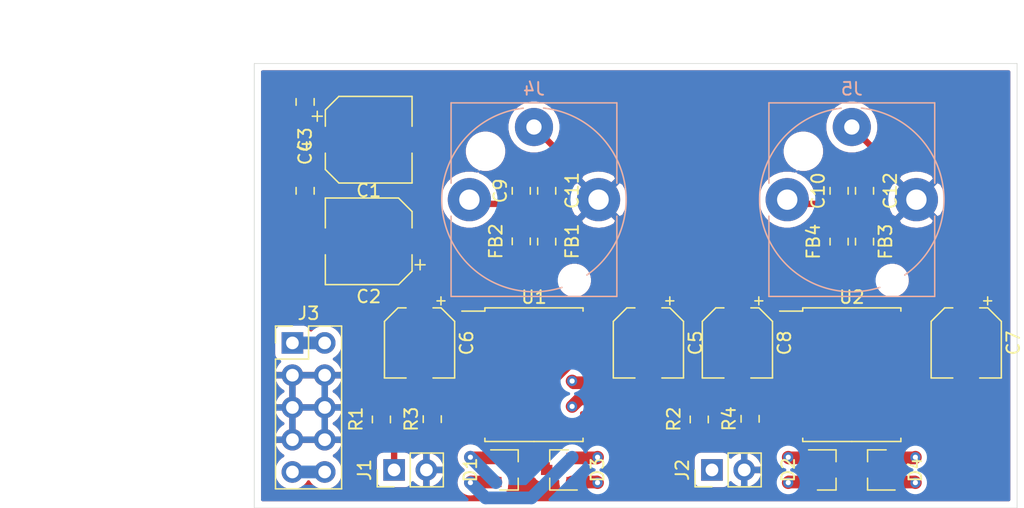
<source format=kicad_pcb>
(kicad_pcb (version 20171130) (host pcbnew 5.1.5)

  (general
    (thickness 1.6)
    (drawings 4)
    (tracks 120)
    (zones 0)
    (modules 31)
    (nets 20)
  )

  (page A4)
  (layers
    (0 F.Cu signal)
    (31 B.Cu signal hide)
    (32 B.Adhes user)
    (33 F.Adhes user)
    (34 B.Paste user)
    (35 F.Paste user)
    (36 B.SilkS user)
    (37 F.SilkS user)
    (38 B.Mask user)
    (39 F.Mask user)
    (40 Dwgs.User user)
    (41 Cmts.User user)
    (42 Eco1.User user)
    (43 Eco2.User user)
    (44 Edge.Cuts user)
    (45 Margin user)
    (46 B.CrtYd user)
    (47 F.CrtYd user)
    (48 B.Fab user hide)
    (49 F.Fab user hide)
  )

  (setup
    (last_trace_width 0.5)
    (user_trace_width 0.5)
    (user_trace_width 1)
    (trace_clearance 0.2)
    (zone_clearance 0.508)
    (zone_45_only no)
    (trace_min 0.2)
    (via_size 0.8)
    (via_drill 0.4)
    (via_min_size 0.4)
    (via_min_drill 0.3)
    (uvia_size 0.3)
    (uvia_drill 0.1)
    (uvias_allowed no)
    (uvia_min_size 0.2)
    (uvia_min_drill 0.1)
    (edge_width 0.05)
    (segment_width 0.2)
    (pcb_text_width 0.3)
    (pcb_text_size 1.5 1.5)
    (mod_edge_width 0.12)
    (mod_text_size 1 1)
    (mod_text_width 0.15)
    (pad_size 1.524 1.524)
    (pad_drill 0.762)
    (pad_to_mask_clearance 0.051)
    (solder_mask_min_width 0.25)
    (aux_axis_origin 0 0)
    (visible_elements FFFFFF7F)
    (pcbplotparams
      (layerselection 0x010fc_ffffffff)
      (usegerberextensions false)
      (usegerberattributes false)
      (usegerberadvancedattributes false)
      (creategerberjobfile false)
      (excludeedgelayer true)
      (linewidth 0.100000)
      (plotframeref false)
      (viasonmask false)
      (mode 1)
      (useauxorigin false)
      (hpglpennumber 1)
      (hpglpenspeed 20)
      (hpglpendiameter 15.000000)
      (psnegative false)
      (psa4output false)
      (plotreference true)
      (plotvalue true)
      (plotinvisibletext false)
      (padsonsilk false)
      (subtractmaskfromsilk false)
      (outputformat 1)
      (mirror false)
      (drillshape 1)
      (scaleselection 1)
      (outputdirectory ""))
  )

  (net 0 "")
  (net 1 GND)
  (net 2 Vcc)
  (net 3 Vee)
  (net 4 "Net-(C5-Pad1)")
  (net 5 "Net-(C5-Pad2)")
  (net 6 "Net-(C6-Pad2)")
  (net 7 "Net-(C6-Pad1)")
  (net 8 "Net-(C7-Pad2)")
  (net 9 "Net-(C7-Pad1)")
  (net 10 "Net-(C8-Pad1)")
  (net 11 "Net-(C8-Pad2)")
  (net 12 "Net-(C9-Pad1)")
  (net 13 "Net-(C10-Pad1)")
  (net 14 "Net-(C11-Pad1)")
  (net 15 "Net-(C12-Pad1)")
  (net 16 "Net-(J1-Pad1)")
  (net 17 "Net-(J2-Pad1)")
  (net 18 "Net-(R1-Pad1)")
  (net 19 "Net-(R2-Pad1)")

  (net_class Default "This is the default net class."
    (clearance 0.2)
    (trace_width 0.25)
    (via_dia 0.8)
    (via_drill 0.4)
    (uvia_dia 0.3)
    (uvia_drill 0.1)
    (add_net GND)
    (add_net "Net-(C10-Pad1)")
    (add_net "Net-(C11-Pad1)")
    (add_net "Net-(C12-Pad1)")
    (add_net "Net-(C5-Pad1)")
    (add_net "Net-(C5-Pad2)")
    (add_net "Net-(C6-Pad1)")
    (add_net "Net-(C6-Pad2)")
    (add_net "Net-(C7-Pad1)")
    (add_net "Net-(C7-Pad2)")
    (add_net "Net-(C8-Pad1)")
    (add_net "Net-(C8-Pad2)")
    (add_net "Net-(C9-Pad1)")
    (add_net "Net-(J1-Pad1)")
    (add_net "Net-(J2-Pad1)")
    (add_net "Net-(R1-Pad1)")
    (add_net "Net-(R2-Pad1)")
    (add_net Vcc)
    (add_net Vee)
  )

  (module Capacitor_SMD:CP_Elec_6.3x5.4 (layer F.Cu) (tedit 5BCA39D0) (tstamp 5ECB034E)
    (at 129 121)
    (descr "SMD capacitor, aluminum electrolytic, Panasonic C55, 6.3x5.4mm")
    (tags "capacitor electrolytic")
    (path /5EC72C83)
    (attr smd)
    (fp_text reference C1 (at 0 4) (layer F.SilkS)
      (effects (font (size 1 1) (thickness 0.15)))
    )
    (fp_text value 22u (at 0 4.35) (layer F.Fab)
      (effects (font (size 1 1) (thickness 0.15)))
    )
    (fp_text user %R (at 0 0) (layer F.Fab)
      (effects (font (size 1 1) (thickness 0.15)))
    )
    (fp_line (start -4.8 1.05) (end -3.55 1.05) (layer F.CrtYd) (width 0.05))
    (fp_line (start -4.8 -1.05) (end -4.8 1.05) (layer F.CrtYd) (width 0.05))
    (fp_line (start -3.55 -1.05) (end -4.8 -1.05) (layer F.CrtYd) (width 0.05))
    (fp_line (start -3.55 1.05) (end -3.55 2.4) (layer F.CrtYd) (width 0.05))
    (fp_line (start -3.55 -2.4) (end -3.55 -1.05) (layer F.CrtYd) (width 0.05))
    (fp_line (start -3.55 -2.4) (end -2.4 -3.55) (layer F.CrtYd) (width 0.05))
    (fp_line (start -3.55 2.4) (end -2.4 3.55) (layer F.CrtYd) (width 0.05))
    (fp_line (start -2.4 -3.55) (end 3.55 -3.55) (layer F.CrtYd) (width 0.05))
    (fp_line (start -2.4 3.55) (end 3.55 3.55) (layer F.CrtYd) (width 0.05))
    (fp_line (start 3.55 1.05) (end 3.55 3.55) (layer F.CrtYd) (width 0.05))
    (fp_line (start 4.8 1.05) (end 3.55 1.05) (layer F.CrtYd) (width 0.05))
    (fp_line (start 4.8 -1.05) (end 4.8 1.05) (layer F.CrtYd) (width 0.05))
    (fp_line (start 3.55 -1.05) (end 4.8 -1.05) (layer F.CrtYd) (width 0.05))
    (fp_line (start 3.55 -3.55) (end 3.55 -1.05) (layer F.CrtYd) (width 0.05))
    (fp_line (start -4.04375 -2.24125) (end -4.04375 -1.45375) (layer F.SilkS) (width 0.12))
    (fp_line (start -4.4375 -1.8475) (end -3.65 -1.8475) (layer F.SilkS) (width 0.12))
    (fp_line (start -3.41 2.345563) (end -2.345563 3.41) (layer F.SilkS) (width 0.12))
    (fp_line (start -3.41 -2.345563) (end -2.345563 -3.41) (layer F.SilkS) (width 0.12))
    (fp_line (start -3.41 -2.345563) (end -3.41 -1.06) (layer F.SilkS) (width 0.12))
    (fp_line (start -3.41 2.345563) (end -3.41 1.06) (layer F.SilkS) (width 0.12))
    (fp_line (start -2.345563 3.41) (end 3.41 3.41) (layer F.SilkS) (width 0.12))
    (fp_line (start -2.345563 -3.41) (end 3.41 -3.41) (layer F.SilkS) (width 0.12))
    (fp_line (start 3.41 -3.41) (end 3.41 -1.06) (layer F.SilkS) (width 0.12))
    (fp_line (start 3.41 3.41) (end 3.41 1.06) (layer F.SilkS) (width 0.12))
    (fp_line (start -2.389838 -1.645) (end -2.389838 -1.015) (layer F.Fab) (width 0.1))
    (fp_line (start -2.704838 -1.33) (end -2.074838 -1.33) (layer F.Fab) (width 0.1))
    (fp_line (start -3.3 2.3) (end -2.3 3.3) (layer F.Fab) (width 0.1))
    (fp_line (start -3.3 -2.3) (end -2.3 -3.3) (layer F.Fab) (width 0.1))
    (fp_line (start -3.3 -2.3) (end -3.3 2.3) (layer F.Fab) (width 0.1))
    (fp_line (start -2.3 3.3) (end 3.3 3.3) (layer F.Fab) (width 0.1))
    (fp_line (start -2.3 -3.3) (end 3.3 -3.3) (layer F.Fab) (width 0.1))
    (fp_line (start 3.3 -3.3) (end 3.3 3.3) (layer F.Fab) (width 0.1))
    (fp_circle (center 0 0) (end 3.15 0) (layer F.Fab) (width 0.1))
    (pad 2 smd roundrect (at 2.8 0) (size 3.5 1.6) (layers F.Cu F.Paste F.Mask) (roundrect_rratio 0.15625)
      (net 1 GND))
    (pad 1 smd roundrect (at -2.8 0) (size 3.5 1.6) (layers F.Cu F.Paste F.Mask) (roundrect_rratio 0.15625)
      (net 2 Vcc))
    (model ${KISYS3DMOD}/Capacitor_SMD.3dshapes/CP_Elec_6.3x5.4.wrl
      (at (xyz 0 0 0))
      (scale (xyz 1 1 1))
      (rotate (xyz 0 0 0))
    )
  )

  (module Capacitor_SMD:CP_Elec_6.3x5.4 (layer F.Cu) (tedit 5BCA39D0) (tstamp 5ECB0376)
    (at 129 129 180)
    (descr "SMD capacitor, aluminum electrolytic, Panasonic C55, 6.3x5.4mm")
    (tags "capacitor electrolytic")
    (path /5EC7F6E5)
    (attr smd)
    (fp_text reference C2 (at 0 -4.35) (layer F.SilkS)
      (effects (font (size 1 1) (thickness 0.15)))
    )
    (fp_text value 22u (at 0 4.35) (layer F.Fab)
      (effects (font (size 1 1) (thickness 0.15)))
    )
    (fp_circle (center 0 0) (end 3.15 0) (layer F.Fab) (width 0.1))
    (fp_line (start 3.3 -3.3) (end 3.3 3.3) (layer F.Fab) (width 0.1))
    (fp_line (start -2.3 -3.3) (end 3.3 -3.3) (layer F.Fab) (width 0.1))
    (fp_line (start -2.3 3.3) (end 3.3 3.3) (layer F.Fab) (width 0.1))
    (fp_line (start -3.3 -2.3) (end -3.3 2.3) (layer F.Fab) (width 0.1))
    (fp_line (start -3.3 -2.3) (end -2.3 -3.3) (layer F.Fab) (width 0.1))
    (fp_line (start -3.3 2.3) (end -2.3 3.3) (layer F.Fab) (width 0.1))
    (fp_line (start -2.704838 -1.33) (end -2.074838 -1.33) (layer F.Fab) (width 0.1))
    (fp_line (start -2.389838 -1.645) (end -2.389838 -1.015) (layer F.Fab) (width 0.1))
    (fp_line (start 3.41 3.41) (end 3.41 1.06) (layer F.SilkS) (width 0.12))
    (fp_line (start 3.41 -3.41) (end 3.41 -1.06) (layer F.SilkS) (width 0.12))
    (fp_line (start -2.345563 -3.41) (end 3.41 -3.41) (layer F.SilkS) (width 0.12))
    (fp_line (start -2.345563 3.41) (end 3.41 3.41) (layer F.SilkS) (width 0.12))
    (fp_line (start -3.41 2.345563) (end -3.41 1.06) (layer F.SilkS) (width 0.12))
    (fp_line (start -3.41 -2.345563) (end -3.41 -1.06) (layer F.SilkS) (width 0.12))
    (fp_line (start -3.41 -2.345563) (end -2.345563 -3.41) (layer F.SilkS) (width 0.12))
    (fp_line (start -3.41 2.345563) (end -2.345563 3.41) (layer F.SilkS) (width 0.12))
    (fp_line (start -4.4375 -1.8475) (end -3.65 -1.8475) (layer F.SilkS) (width 0.12))
    (fp_line (start -4.04375 -2.24125) (end -4.04375 -1.45375) (layer F.SilkS) (width 0.12))
    (fp_line (start 3.55 -3.55) (end 3.55 -1.05) (layer F.CrtYd) (width 0.05))
    (fp_line (start 3.55 -1.05) (end 4.8 -1.05) (layer F.CrtYd) (width 0.05))
    (fp_line (start 4.8 -1.05) (end 4.8 1.05) (layer F.CrtYd) (width 0.05))
    (fp_line (start 4.8 1.05) (end 3.55 1.05) (layer F.CrtYd) (width 0.05))
    (fp_line (start 3.55 1.05) (end 3.55 3.55) (layer F.CrtYd) (width 0.05))
    (fp_line (start -2.4 3.55) (end 3.55 3.55) (layer F.CrtYd) (width 0.05))
    (fp_line (start -2.4 -3.55) (end 3.55 -3.55) (layer F.CrtYd) (width 0.05))
    (fp_line (start -3.55 2.4) (end -2.4 3.55) (layer F.CrtYd) (width 0.05))
    (fp_line (start -3.55 -2.4) (end -2.4 -3.55) (layer F.CrtYd) (width 0.05))
    (fp_line (start -3.55 -2.4) (end -3.55 -1.05) (layer F.CrtYd) (width 0.05))
    (fp_line (start -3.55 1.05) (end -3.55 2.4) (layer F.CrtYd) (width 0.05))
    (fp_line (start -3.55 -1.05) (end -4.8 -1.05) (layer F.CrtYd) (width 0.05))
    (fp_line (start -4.8 -1.05) (end -4.8 1.05) (layer F.CrtYd) (width 0.05))
    (fp_line (start -4.8 1.05) (end -3.55 1.05) (layer F.CrtYd) (width 0.05))
    (fp_text user %R (at 0 0) (layer F.Fab)
      (effects (font (size 1 1) (thickness 0.15)))
    )
    (pad 1 smd roundrect (at -2.8 0 180) (size 3.5 1.6) (layers F.Cu F.Paste F.Mask) (roundrect_rratio 0.15625)
      (net 1 GND))
    (pad 2 smd roundrect (at 2.8 0 180) (size 3.5 1.6) (layers F.Cu F.Paste F.Mask) (roundrect_rratio 0.15625)
      (net 3 Vee))
    (model ${KISYS3DMOD}/Capacitor_SMD.3dshapes/CP_Elec_6.3x5.4.wrl
      (at (xyz 0 0 0))
      (scale (xyz 1 1 1))
      (rotate (xyz 0 0 0))
    )
  )

  (module Capacitor_SMD:C_0805_2012Metric_Pad1.15x1.40mm_HandSolder (layer F.Cu) (tedit 5B36C52B) (tstamp 5ECB177F)
    (at 124 118.025 90)
    (descr "Capacitor SMD 0805 (2012 Metric), square (rectangular) end terminal, IPC_7351 nominal with elongated pad for handsoldering. (Body size source: https://docs.google.com/spreadsheets/d/1BsfQQcO9C6DZCsRaXUlFlo91Tg2WpOkGARC1WS5S8t0/edit?usp=sharing), generated with kicad-footprint-generator")
    (tags "capacitor handsolder")
    (path /5EC731D9)
    (attr smd)
    (fp_text reference C3 (at -2.975 0 90) (layer F.SilkS)
      (effects (font (size 1 1) (thickness 0.15)))
    )
    (fp_text value 100n (at 0 1.65 90) (layer F.Fab)
      (effects (font (size 1 1) (thickness 0.15)))
    )
    (fp_text user %R (at 0 0 90) (layer F.Fab)
      (effects (font (size 0.5 0.5) (thickness 0.08)))
    )
    (fp_line (start 1.85 0.95) (end -1.85 0.95) (layer F.CrtYd) (width 0.05))
    (fp_line (start 1.85 -0.95) (end 1.85 0.95) (layer F.CrtYd) (width 0.05))
    (fp_line (start -1.85 -0.95) (end 1.85 -0.95) (layer F.CrtYd) (width 0.05))
    (fp_line (start -1.85 0.95) (end -1.85 -0.95) (layer F.CrtYd) (width 0.05))
    (fp_line (start -0.261252 0.71) (end 0.261252 0.71) (layer F.SilkS) (width 0.12))
    (fp_line (start -0.261252 -0.71) (end 0.261252 -0.71) (layer F.SilkS) (width 0.12))
    (fp_line (start 1 0.6) (end -1 0.6) (layer F.Fab) (width 0.1))
    (fp_line (start 1 -0.6) (end 1 0.6) (layer F.Fab) (width 0.1))
    (fp_line (start -1 -0.6) (end 1 -0.6) (layer F.Fab) (width 0.1))
    (fp_line (start -1 0.6) (end -1 -0.6) (layer F.Fab) (width 0.1))
    (pad 2 smd roundrect (at 1.025 0 90) (size 1.15 1.4) (layers F.Cu F.Paste F.Mask) (roundrect_rratio 0.217391)
      (net 2 Vcc))
    (pad 1 smd roundrect (at -1.025 0 90) (size 1.15 1.4) (layers F.Cu F.Paste F.Mask) (roundrect_rratio 0.217391)
      (net 1 GND))
    (model ${KISYS3DMOD}/Capacitor_SMD.3dshapes/C_0805_2012Metric.wrl
      (at (xyz 0 0 0))
      (scale (xyz 1 1 1))
      (rotate (xyz 0 0 0))
    )
  )

  (module Capacitor_SMD:C_0805_2012Metric_Pad1.15x1.40mm_HandSolder (layer F.Cu) (tedit 5B36C52B) (tstamp 5ECCED59)
    (at 124 125.025 90)
    (descr "Capacitor SMD 0805 (2012 Metric), square (rectangular) end terminal, IPC_7351 nominal with elongated pad for handsoldering. (Body size source: https://docs.google.com/spreadsheets/d/1BsfQQcO9C6DZCsRaXUlFlo91Tg2WpOkGARC1WS5S8t0/edit?usp=sharing), generated with kicad-footprint-generator")
    (tags "capacitor handsolder")
    (path /5EC8D523)
    (attr smd)
    (fp_text reference C4 (at 3 0 90) (layer F.SilkS)
      (effects (font (size 1 1) (thickness 0.15)))
    )
    (fp_text value 100n (at 0 1.65 90) (layer F.Fab)
      (effects (font (size 1 1) (thickness 0.15)))
    )
    (fp_line (start -1 0.6) (end -1 -0.6) (layer F.Fab) (width 0.1))
    (fp_line (start -1 -0.6) (end 1 -0.6) (layer F.Fab) (width 0.1))
    (fp_line (start 1 -0.6) (end 1 0.6) (layer F.Fab) (width 0.1))
    (fp_line (start 1 0.6) (end -1 0.6) (layer F.Fab) (width 0.1))
    (fp_line (start -0.261252 -0.71) (end 0.261252 -0.71) (layer F.SilkS) (width 0.12))
    (fp_line (start -0.261252 0.71) (end 0.261252 0.71) (layer F.SilkS) (width 0.12))
    (fp_line (start -1.85 0.95) (end -1.85 -0.95) (layer F.CrtYd) (width 0.05))
    (fp_line (start -1.85 -0.95) (end 1.85 -0.95) (layer F.CrtYd) (width 0.05))
    (fp_line (start 1.85 -0.95) (end 1.85 0.95) (layer F.CrtYd) (width 0.05))
    (fp_line (start 1.85 0.95) (end -1.85 0.95) (layer F.CrtYd) (width 0.05))
    (fp_text user %R (at 0 0 90) (layer F.Fab)
      (effects (font (size 0.5 0.5) (thickness 0.08)))
    )
    (pad 1 smd roundrect (at -1.025 0 90) (size 1.15 1.4) (layers F.Cu F.Paste F.Mask) (roundrect_rratio 0.217391)
      (net 3 Vee))
    (pad 2 smd roundrect (at 1.025 0 90) (size 1.15 1.4) (layers F.Cu F.Paste F.Mask) (roundrect_rratio 0.217391)
      (net 1 GND))
    (model ${KISYS3DMOD}/Capacitor_SMD.3dshapes/C_0805_2012Metric.wrl
      (at (xyz 0 0 0))
      (scale (xyz 1 1 1))
      (rotate (xyz 0 0 0))
    )
  )

  (module Capacitor_SMD:CP_Elec_5x5.4 (layer F.Cu) (tedit 5BCA39CF) (tstamp 5ECCF1F6)
    (at 151 137 270)
    (descr "SMD capacitor, aluminum electrolytic, Nichicon, 5.0x5.4mm")
    (tags "capacitor electrolytic")
    (path /5ED62BC9)
    (attr smd)
    (fp_text reference C5 (at 0 -3.7 90) (layer F.SilkS)
      (effects (font (size 1 1) (thickness 0.15)))
    )
    (fp_text value 10u (at 0 3.7 90) (layer F.Fab)
      (effects (font (size 1 1) (thickness 0.15)))
    )
    (fp_circle (center 0 0) (end 2.5 0) (layer F.Fab) (width 0.1))
    (fp_line (start 2.65 -2.65) (end 2.65 2.65) (layer F.Fab) (width 0.1))
    (fp_line (start -1.65 -2.65) (end 2.65 -2.65) (layer F.Fab) (width 0.1))
    (fp_line (start -1.65 2.65) (end 2.65 2.65) (layer F.Fab) (width 0.1))
    (fp_line (start -2.65 -1.65) (end -2.65 1.65) (layer F.Fab) (width 0.1))
    (fp_line (start -2.65 -1.65) (end -1.65 -2.65) (layer F.Fab) (width 0.1))
    (fp_line (start -2.65 1.65) (end -1.65 2.65) (layer F.Fab) (width 0.1))
    (fp_line (start -2.033956 -1.2) (end -1.533956 -1.2) (layer F.Fab) (width 0.1))
    (fp_line (start -1.783956 -1.45) (end -1.783956 -0.95) (layer F.Fab) (width 0.1))
    (fp_line (start 2.76 2.76) (end 2.76 1.06) (layer F.SilkS) (width 0.12))
    (fp_line (start 2.76 -2.76) (end 2.76 -1.06) (layer F.SilkS) (width 0.12))
    (fp_line (start -1.695563 -2.76) (end 2.76 -2.76) (layer F.SilkS) (width 0.12))
    (fp_line (start -1.695563 2.76) (end 2.76 2.76) (layer F.SilkS) (width 0.12))
    (fp_line (start -2.76 1.695563) (end -2.76 1.06) (layer F.SilkS) (width 0.12))
    (fp_line (start -2.76 -1.695563) (end -2.76 -1.06) (layer F.SilkS) (width 0.12))
    (fp_line (start -2.76 -1.695563) (end -1.695563 -2.76) (layer F.SilkS) (width 0.12))
    (fp_line (start -2.76 1.695563) (end -1.695563 2.76) (layer F.SilkS) (width 0.12))
    (fp_line (start -3.625 -1.685) (end -3 -1.685) (layer F.SilkS) (width 0.12))
    (fp_line (start -3.3125 -1.9975) (end -3.3125 -1.3725) (layer F.SilkS) (width 0.12))
    (fp_line (start 2.9 -2.9) (end 2.9 -1.05) (layer F.CrtYd) (width 0.05))
    (fp_line (start 2.9 -1.05) (end 3.95 -1.05) (layer F.CrtYd) (width 0.05))
    (fp_line (start 3.95 -1.05) (end 3.95 1.05) (layer F.CrtYd) (width 0.05))
    (fp_line (start 3.95 1.05) (end 2.9 1.05) (layer F.CrtYd) (width 0.05))
    (fp_line (start 2.9 1.05) (end 2.9 2.9) (layer F.CrtYd) (width 0.05))
    (fp_line (start -1.75 2.9) (end 2.9 2.9) (layer F.CrtYd) (width 0.05))
    (fp_line (start -1.75 -2.9) (end 2.9 -2.9) (layer F.CrtYd) (width 0.05))
    (fp_line (start -2.9 1.75) (end -1.75 2.9) (layer F.CrtYd) (width 0.05))
    (fp_line (start -2.9 -1.75) (end -1.75 -2.9) (layer F.CrtYd) (width 0.05))
    (fp_line (start -2.9 -1.75) (end -2.9 -1.05) (layer F.CrtYd) (width 0.05))
    (fp_line (start -2.9 1.05) (end -2.9 1.75) (layer F.CrtYd) (width 0.05))
    (fp_line (start -2.9 -1.05) (end -3.95 -1.05) (layer F.CrtYd) (width 0.05))
    (fp_line (start -3.95 -1.05) (end -3.95 1.05) (layer F.CrtYd) (width 0.05))
    (fp_line (start -3.95 1.05) (end -2.9 1.05) (layer F.CrtYd) (width 0.05))
    (fp_text user %R (at 0 0 90) (layer F.Fab)
      (effects (font (size 1 1) (thickness 0.15)))
    )
    (pad 1 smd roundrect (at -2.2 0 270) (size 3 1.6) (layers F.Cu F.Paste F.Mask) (roundrect_rratio 0.15625)
      (net 4 "Net-(C5-Pad1)"))
    (pad 2 smd roundrect (at 2.2 0 270) (size 3 1.6) (layers F.Cu F.Paste F.Mask) (roundrect_rratio 0.15625)
      (net 5 "Net-(C5-Pad2)"))
    (model ${KISYS3DMOD}/Capacitor_SMD.3dshapes/CP_Elec_5x5.4.wrl
      (at (xyz 0 0 0))
      (scale (xyz 1 1 1))
      (rotate (xyz 0 0 0))
    )
  )

  (module Capacitor_SMD:CP_Elec_5x5.4 (layer F.Cu) (tedit 5BCA39CF) (tstamp 5ECB25EB)
    (at 133 137 270)
    (descr "SMD capacitor, aluminum electrolytic, Nichicon, 5.0x5.4mm")
    (tags "capacitor electrolytic")
    (path /5ED5C9EB)
    (attr smd)
    (fp_text reference C6 (at 0 -3.7 90) (layer F.SilkS)
      (effects (font (size 1 1) (thickness 0.15)))
    )
    (fp_text value 10u (at 0 3.7 90) (layer F.Fab)
      (effects (font (size 1 1) (thickness 0.15)))
    )
    (fp_text user %R (at 0 0 90) (layer F.Fab)
      (effects (font (size 1 1) (thickness 0.15)))
    )
    (fp_line (start -3.95 1.05) (end -2.9 1.05) (layer F.CrtYd) (width 0.05))
    (fp_line (start -3.95 -1.05) (end -3.95 1.05) (layer F.CrtYd) (width 0.05))
    (fp_line (start -2.9 -1.05) (end -3.95 -1.05) (layer F.CrtYd) (width 0.05))
    (fp_line (start -2.9 1.05) (end -2.9 1.75) (layer F.CrtYd) (width 0.05))
    (fp_line (start -2.9 -1.75) (end -2.9 -1.05) (layer F.CrtYd) (width 0.05))
    (fp_line (start -2.9 -1.75) (end -1.75 -2.9) (layer F.CrtYd) (width 0.05))
    (fp_line (start -2.9 1.75) (end -1.75 2.9) (layer F.CrtYd) (width 0.05))
    (fp_line (start -1.75 -2.9) (end 2.9 -2.9) (layer F.CrtYd) (width 0.05))
    (fp_line (start -1.75 2.9) (end 2.9 2.9) (layer F.CrtYd) (width 0.05))
    (fp_line (start 2.9 1.05) (end 2.9 2.9) (layer F.CrtYd) (width 0.05))
    (fp_line (start 3.95 1.05) (end 2.9 1.05) (layer F.CrtYd) (width 0.05))
    (fp_line (start 3.95 -1.05) (end 3.95 1.05) (layer F.CrtYd) (width 0.05))
    (fp_line (start 2.9 -1.05) (end 3.95 -1.05) (layer F.CrtYd) (width 0.05))
    (fp_line (start 2.9 -2.9) (end 2.9 -1.05) (layer F.CrtYd) (width 0.05))
    (fp_line (start -3.3125 -1.9975) (end -3.3125 -1.3725) (layer F.SilkS) (width 0.12))
    (fp_line (start -3.625 -1.685) (end -3 -1.685) (layer F.SilkS) (width 0.12))
    (fp_line (start -2.76 1.695563) (end -1.695563 2.76) (layer F.SilkS) (width 0.12))
    (fp_line (start -2.76 -1.695563) (end -1.695563 -2.76) (layer F.SilkS) (width 0.12))
    (fp_line (start -2.76 -1.695563) (end -2.76 -1.06) (layer F.SilkS) (width 0.12))
    (fp_line (start -2.76 1.695563) (end -2.76 1.06) (layer F.SilkS) (width 0.12))
    (fp_line (start -1.695563 2.76) (end 2.76 2.76) (layer F.SilkS) (width 0.12))
    (fp_line (start -1.695563 -2.76) (end 2.76 -2.76) (layer F.SilkS) (width 0.12))
    (fp_line (start 2.76 -2.76) (end 2.76 -1.06) (layer F.SilkS) (width 0.12))
    (fp_line (start 2.76 2.76) (end 2.76 1.06) (layer F.SilkS) (width 0.12))
    (fp_line (start -1.783956 -1.45) (end -1.783956 -0.95) (layer F.Fab) (width 0.1))
    (fp_line (start -2.033956 -1.2) (end -1.533956 -1.2) (layer F.Fab) (width 0.1))
    (fp_line (start -2.65 1.65) (end -1.65 2.65) (layer F.Fab) (width 0.1))
    (fp_line (start -2.65 -1.65) (end -1.65 -2.65) (layer F.Fab) (width 0.1))
    (fp_line (start -2.65 -1.65) (end -2.65 1.65) (layer F.Fab) (width 0.1))
    (fp_line (start -1.65 2.65) (end 2.65 2.65) (layer F.Fab) (width 0.1))
    (fp_line (start -1.65 -2.65) (end 2.65 -2.65) (layer F.Fab) (width 0.1))
    (fp_line (start 2.65 -2.65) (end 2.65 2.65) (layer F.Fab) (width 0.1))
    (fp_circle (center 0 0) (end 2.5 0) (layer F.Fab) (width 0.1))
    (pad 2 smd roundrect (at 2.2 0 270) (size 3 1.6) (layers F.Cu F.Paste F.Mask) (roundrect_rratio 0.15625)
      (net 6 "Net-(C6-Pad2)"))
    (pad 1 smd roundrect (at -2.2 0 270) (size 3 1.6) (layers F.Cu F.Paste F.Mask) (roundrect_rratio 0.15625)
      (net 7 "Net-(C6-Pad1)"))
    (model ${KISYS3DMOD}/Capacitor_SMD.3dshapes/CP_Elec_5x5.4.wrl
      (at (xyz 0 0 0))
      (scale (xyz 1 1 1))
      (rotate (xyz 0 0 0))
    )
  )

  (module Capacitor_SMD:CP_Elec_5x5.4 (layer F.Cu) (tedit 5BCA39CF) (tstamp 5ECB0410)
    (at 176 137 270)
    (descr "SMD capacitor, aluminum electrolytic, Nichicon, 5.0x5.4mm")
    (tags "capacitor electrolytic")
    (path /5ED682A7)
    (attr smd)
    (fp_text reference C7 (at 0 -3.7 90) (layer F.SilkS)
      (effects (font (size 1 1) (thickness 0.15)))
    )
    (fp_text value 10u (at 0 3.7 90) (layer F.Fab)
      (effects (font (size 1 1) (thickness 0.15)))
    )
    (fp_text user %R (at 0 0 90) (layer F.Fab)
      (effects (font (size 1 1) (thickness 0.15)))
    )
    (fp_line (start -3.95 1.05) (end -2.9 1.05) (layer F.CrtYd) (width 0.05))
    (fp_line (start -3.95 -1.05) (end -3.95 1.05) (layer F.CrtYd) (width 0.05))
    (fp_line (start -2.9 -1.05) (end -3.95 -1.05) (layer F.CrtYd) (width 0.05))
    (fp_line (start -2.9 1.05) (end -2.9 1.75) (layer F.CrtYd) (width 0.05))
    (fp_line (start -2.9 -1.75) (end -2.9 -1.05) (layer F.CrtYd) (width 0.05))
    (fp_line (start -2.9 -1.75) (end -1.75 -2.9) (layer F.CrtYd) (width 0.05))
    (fp_line (start -2.9 1.75) (end -1.75 2.9) (layer F.CrtYd) (width 0.05))
    (fp_line (start -1.75 -2.9) (end 2.9 -2.9) (layer F.CrtYd) (width 0.05))
    (fp_line (start -1.75 2.9) (end 2.9 2.9) (layer F.CrtYd) (width 0.05))
    (fp_line (start 2.9 1.05) (end 2.9 2.9) (layer F.CrtYd) (width 0.05))
    (fp_line (start 3.95 1.05) (end 2.9 1.05) (layer F.CrtYd) (width 0.05))
    (fp_line (start 3.95 -1.05) (end 3.95 1.05) (layer F.CrtYd) (width 0.05))
    (fp_line (start 2.9 -1.05) (end 3.95 -1.05) (layer F.CrtYd) (width 0.05))
    (fp_line (start 2.9 -2.9) (end 2.9 -1.05) (layer F.CrtYd) (width 0.05))
    (fp_line (start -3.3125 -1.9975) (end -3.3125 -1.3725) (layer F.SilkS) (width 0.12))
    (fp_line (start -3.625 -1.685) (end -3 -1.685) (layer F.SilkS) (width 0.12))
    (fp_line (start -2.76 1.695563) (end -1.695563 2.76) (layer F.SilkS) (width 0.12))
    (fp_line (start -2.76 -1.695563) (end -1.695563 -2.76) (layer F.SilkS) (width 0.12))
    (fp_line (start -2.76 -1.695563) (end -2.76 -1.06) (layer F.SilkS) (width 0.12))
    (fp_line (start -2.76 1.695563) (end -2.76 1.06) (layer F.SilkS) (width 0.12))
    (fp_line (start -1.695563 2.76) (end 2.76 2.76) (layer F.SilkS) (width 0.12))
    (fp_line (start -1.695563 -2.76) (end 2.76 -2.76) (layer F.SilkS) (width 0.12))
    (fp_line (start 2.76 -2.76) (end 2.76 -1.06) (layer F.SilkS) (width 0.12))
    (fp_line (start 2.76 2.76) (end 2.76 1.06) (layer F.SilkS) (width 0.12))
    (fp_line (start -1.783956 -1.45) (end -1.783956 -0.95) (layer F.Fab) (width 0.1))
    (fp_line (start -2.033956 -1.2) (end -1.533956 -1.2) (layer F.Fab) (width 0.1))
    (fp_line (start -2.65 1.65) (end -1.65 2.65) (layer F.Fab) (width 0.1))
    (fp_line (start -2.65 -1.65) (end -1.65 -2.65) (layer F.Fab) (width 0.1))
    (fp_line (start -2.65 -1.65) (end -2.65 1.65) (layer F.Fab) (width 0.1))
    (fp_line (start -1.65 2.65) (end 2.65 2.65) (layer F.Fab) (width 0.1))
    (fp_line (start -1.65 -2.65) (end 2.65 -2.65) (layer F.Fab) (width 0.1))
    (fp_line (start 2.65 -2.65) (end 2.65 2.65) (layer F.Fab) (width 0.1))
    (fp_circle (center 0 0) (end 2.5 0) (layer F.Fab) (width 0.1))
    (pad 2 smd roundrect (at 2.2 0 270) (size 3 1.6) (layers F.Cu F.Paste F.Mask) (roundrect_rratio 0.15625)
      (net 8 "Net-(C7-Pad2)"))
    (pad 1 smd roundrect (at -2.2 0 270) (size 3 1.6) (layers F.Cu F.Paste F.Mask) (roundrect_rratio 0.15625)
      (net 9 "Net-(C7-Pad1)"))
    (model ${KISYS3DMOD}/Capacitor_SMD.3dshapes/CP_Elec_5x5.4.wrl
      (at (xyz 0 0 0))
      (scale (xyz 1 1 1))
      (rotate (xyz 0 0 0))
    )
  )

  (module Capacitor_SMD:CP_Elec_5x5.4 (layer F.Cu) (tedit 5BCA39CF) (tstamp 5ECB0438)
    (at 158 137 270)
    (descr "SMD capacitor, aluminum electrolytic, Nichicon, 5.0x5.4mm")
    (tags "capacitor electrolytic")
    (path /5ED688A2)
    (attr smd)
    (fp_text reference C8 (at 0 -3.7 90) (layer F.SilkS)
      (effects (font (size 1 1) (thickness 0.15)))
    )
    (fp_text value 10u (at 0 3.7 90) (layer F.Fab)
      (effects (font (size 1 1) (thickness 0.15)))
    )
    (fp_circle (center 0 0) (end 2.5 0) (layer F.Fab) (width 0.1))
    (fp_line (start 2.65 -2.65) (end 2.65 2.65) (layer F.Fab) (width 0.1))
    (fp_line (start -1.65 -2.65) (end 2.65 -2.65) (layer F.Fab) (width 0.1))
    (fp_line (start -1.65 2.65) (end 2.65 2.65) (layer F.Fab) (width 0.1))
    (fp_line (start -2.65 -1.65) (end -2.65 1.65) (layer F.Fab) (width 0.1))
    (fp_line (start -2.65 -1.65) (end -1.65 -2.65) (layer F.Fab) (width 0.1))
    (fp_line (start -2.65 1.65) (end -1.65 2.65) (layer F.Fab) (width 0.1))
    (fp_line (start -2.033956 -1.2) (end -1.533956 -1.2) (layer F.Fab) (width 0.1))
    (fp_line (start -1.783956 -1.45) (end -1.783956 -0.95) (layer F.Fab) (width 0.1))
    (fp_line (start 2.76 2.76) (end 2.76 1.06) (layer F.SilkS) (width 0.12))
    (fp_line (start 2.76 -2.76) (end 2.76 -1.06) (layer F.SilkS) (width 0.12))
    (fp_line (start -1.695563 -2.76) (end 2.76 -2.76) (layer F.SilkS) (width 0.12))
    (fp_line (start -1.695563 2.76) (end 2.76 2.76) (layer F.SilkS) (width 0.12))
    (fp_line (start -2.76 1.695563) (end -2.76 1.06) (layer F.SilkS) (width 0.12))
    (fp_line (start -2.76 -1.695563) (end -2.76 -1.06) (layer F.SilkS) (width 0.12))
    (fp_line (start -2.76 -1.695563) (end -1.695563 -2.76) (layer F.SilkS) (width 0.12))
    (fp_line (start -2.76 1.695563) (end -1.695563 2.76) (layer F.SilkS) (width 0.12))
    (fp_line (start -3.625 -1.685) (end -3 -1.685) (layer F.SilkS) (width 0.12))
    (fp_line (start -3.3125 -1.9975) (end -3.3125 -1.3725) (layer F.SilkS) (width 0.12))
    (fp_line (start 2.9 -2.9) (end 2.9 -1.05) (layer F.CrtYd) (width 0.05))
    (fp_line (start 2.9 -1.05) (end 3.95 -1.05) (layer F.CrtYd) (width 0.05))
    (fp_line (start 3.95 -1.05) (end 3.95 1.05) (layer F.CrtYd) (width 0.05))
    (fp_line (start 3.95 1.05) (end 2.9 1.05) (layer F.CrtYd) (width 0.05))
    (fp_line (start 2.9 1.05) (end 2.9 2.9) (layer F.CrtYd) (width 0.05))
    (fp_line (start -1.75 2.9) (end 2.9 2.9) (layer F.CrtYd) (width 0.05))
    (fp_line (start -1.75 -2.9) (end 2.9 -2.9) (layer F.CrtYd) (width 0.05))
    (fp_line (start -2.9 1.75) (end -1.75 2.9) (layer F.CrtYd) (width 0.05))
    (fp_line (start -2.9 -1.75) (end -1.75 -2.9) (layer F.CrtYd) (width 0.05))
    (fp_line (start -2.9 -1.75) (end -2.9 -1.05) (layer F.CrtYd) (width 0.05))
    (fp_line (start -2.9 1.05) (end -2.9 1.75) (layer F.CrtYd) (width 0.05))
    (fp_line (start -2.9 -1.05) (end -3.95 -1.05) (layer F.CrtYd) (width 0.05))
    (fp_line (start -3.95 -1.05) (end -3.95 1.05) (layer F.CrtYd) (width 0.05))
    (fp_line (start -3.95 1.05) (end -2.9 1.05) (layer F.CrtYd) (width 0.05))
    (fp_text user %R (at 0 0 90) (layer F.Fab)
      (effects (font (size 1 1) (thickness 0.15)))
    )
    (pad 1 smd roundrect (at -2.2 0 270) (size 3 1.6) (layers F.Cu F.Paste F.Mask) (roundrect_rratio 0.15625)
      (net 10 "Net-(C8-Pad1)"))
    (pad 2 smd roundrect (at 2.2 0 270) (size 3 1.6) (layers F.Cu F.Paste F.Mask) (roundrect_rratio 0.15625)
      (net 11 "Net-(C8-Pad2)"))
    (model ${KISYS3DMOD}/Capacitor_SMD.3dshapes/CP_Elec_5x5.4.wrl
      (at (xyz 0 0 0))
      (scale (xyz 1 1 1))
      (rotate (xyz 0 0 0))
    )
  )

  (module Capacitor_SMD:C_0805_2012Metric_Pad1.15x1.40mm_HandSolder (layer F.Cu) (tedit 5B36C52B) (tstamp 5ECB28DD)
    (at 141 125.025 90)
    (descr "Capacitor SMD 0805 (2012 Metric), square (rectangular) end terminal, IPC_7351 nominal with elongated pad for handsoldering. (Body size source: https://docs.google.com/spreadsheets/d/1BsfQQcO9C6DZCsRaXUlFlo91Tg2WpOkGARC1WS5S8t0/edit?usp=sharing), generated with kicad-footprint-generator")
    (tags "capacitor handsolder")
    (path /5EC892F5)
    (attr smd)
    (fp_text reference C9 (at 0 -1.65 90) (layer F.SilkS)
      (effects (font (size 1 1) (thickness 0.15)))
    )
    (fp_text value 100p (at 0 1.65 90) (layer F.Fab)
      (effects (font (size 1 1) (thickness 0.15)))
    )
    (fp_text user %R (at 0 0 90) (layer F.Fab)
      (effects (font (size 0.5 0.5) (thickness 0.08)))
    )
    (fp_line (start 1.85 0.95) (end -1.85 0.95) (layer F.CrtYd) (width 0.05))
    (fp_line (start 1.85 -0.95) (end 1.85 0.95) (layer F.CrtYd) (width 0.05))
    (fp_line (start -1.85 -0.95) (end 1.85 -0.95) (layer F.CrtYd) (width 0.05))
    (fp_line (start -1.85 0.95) (end -1.85 -0.95) (layer F.CrtYd) (width 0.05))
    (fp_line (start -0.261252 0.71) (end 0.261252 0.71) (layer F.SilkS) (width 0.12))
    (fp_line (start -0.261252 -0.71) (end 0.261252 -0.71) (layer F.SilkS) (width 0.12))
    (fp_line (start 1 0.6) (end -1 0.6) (layer F.Fab) (width 0.1))
    (fp_line (start 1 -0.6) (end 1 0.6) (layer F.Fab) (width 0.1))
    (fp_line (start -1 -0.6) (end 1 -0.6) (layer F.Fab) (width 0.1))
    (fp_line (start -1 0.6) (end -1 -0.6) (layer F.Fab) (width 0.1))
    (pad 2 smd roundrect (at 1.025 0 90) (size 1.15 1.4) (layers F.Cu F.Paste F.Mask) (roundrect_rratio 0.217391)
      (net 1 GND))
    (pad 1 smd roundrect (at -1.025 0 90) (size 1.15 1.4) (layers F.Cu F.Paste F.Mask) (roundrect_rratio 0.217391)
      (net 12 "Net-(C9-Pad1)"))
    (model ${KISYS3DMOD}/Capacitor_SMD.3dshapes/C_0805_2012Metric.wrl
      (at (xyz 0 0 0))
      (scale (xyz 1 1 1))
      (rotate (xyz 0 0 0))
    )
  )

  (module Capacitor_SMD:C_0805_2012Metric_Pad1.15x1.40mm_HandSolder (layer F.Cu) (tedit 5B36C52B) (tstamp 5ECB2A19)
    (at 166 125.025 90)
    (descr "Capacitor SMD 0805 (2012 Metric), square (rectangular) end terminal, IPC_7351 nominal with elongated pad for handsoldering. (Body size source: https://docs.google.com/spreadsheets/d/1BsfQQcO9C6DZCsRaXUlFlo91Tg2WpOkGARC1WS5S8t0/edit?usp=sharing), generated with kicad-footprint-generator")
    (tags "capacitor handsolder")
    (path /5ECBF58B)
    (attr smd)
    (fp_text reference C10 (at 0 -1.65 90) (layer F.SilkS)
      (effects (font (size 1 1) (thickness 0.15)))
    )
    (fp_text value 100p (at 0 1.65 90) (layer F.Fab)
      (effects (font (size 1 1) (thickness 0.15)))
    )
    (fp_line (start -1 0.6) (end -1 -0.6) (layer F.Fab) (width 0.1))
    (fp_line (start -1 -0.6) (end 1 -0.6) (layer F.Fab) (width 0.1))
    (fp_line (start 1 -0.6) (end 1 0.6) (layer F.Fab) (width 0.1))
    (fp_line (start 1 0.6) (end -1 0.6) (layer F.Fab) (width 0.1))
    (fp_line (start -0.261252 -0.71) (end 0.261252 -0.71) (layer F.SilkS) (width 0.12))
    (fp_line (start -0.261252 0.71) (end 0.261252 0.71) (layer F.SilkS) (width 0.12))
    (fp_line (start -1.85 0.95) (end -1.85 -0.95) (layer F.CrtYd) (width 0.05))
    (fp_line (start -1.85 -0.95) (end 1.85 -0.95) (layer F.CrtYd) (width 0.05))
    (fp_line (start 1.85 -0.95) (end 1.85 0.95) (layer F.CrtYd) (width 0.05))
    (fp_line (start 1.85 0.95) (end -1.85 0.95) (layer F.CrtYd) (width 0.05))
    (fp_text user %R (at 0 0 90) (layer F.Fab)
      (effects (font (size 0.5 0.5) (thickness 0.08)))
    )
    (pad 1 smd roundrect (at -1.025 0 90) (size 1.15 1.4) (layers F.Cu F.Paste F.Mask) (roundrect_rratio 0.217391)
      (net 13 "Net-(C10-Pad1)"))
    (pad 2 smd roundrect (at 1.025 0 90) (size 1.15 1.4) (layers F.Cu F.Paste F.Mask) (roundrect_rratio 0.217391)
      (net 1 GND))
    (model ${KISYS3DMOD}/Capacitor_SMD.3dshapes/C_0805_2012Metric.wrl
      (at (xyz 0 0 0))
      (scale (xyz 1 1 1))
      (rotate (xyz 0 0 0))
    )
  )

  (module Capacitor_SMD:C_0805_2012Metric_Pad1.15x1.40mm_HandSolder (layer F.Cu) (tedit 5B36C52B) (tstamp 5ECB27DE)
    (at 143 125.025 90)
    (descr "Capacitor SMD 0805 (2012 Metric), square (rectangular) end terminal, IPC_7351 nominal with elongated pad for handsoldering. (Body size source: https://docs.google.com/spreadsheets/d/1BsfQQcO9C6DZCsRaXUlFlo91Tg2WpOkGARC1WS5S8t0/edit?usp=sharing), generated with kicad-footprint-generator")
    (tags "capacitor handsolder")
    (path /5ECA9863)
    (attr smd)
    (fp_text reference C11 (at 0.025 2 90) (layer F.SilkS)
      (effects (font (size 1 1) (thickness 0.15)))
    )
    (fp_text value 100p (at 0 1.65 90) (layer F.Fab)
      (effects (font (size 1 1) (thickness 0.15)))
    )
    (fp_line (start -1 0.6) (end -1 -0.6) (layer F.Fab) (width 0.1))
    (fp_line (start -1 -0.6) (end 1 -0.6) (layer F.Fab) (width 0.1))
    (fp_line (start 1 -0.6) (end 1 0.6) (layer F.Fab) (width 0.1))
    (fp_line (start 1 0.6) (end -1 0.6) (layer F.Fab) (width 0.1))
    (fp_line (start -0.261252 -0.71) (end 0.261252 -0.71) (layer F.SilkS) (width 0.12))
    (fp_line (start -0.261252 0.71) (end 0.261252 0.71) (layer F.SilkS) (width 0.12))
    (fp_line (start -1.85 0.95) (end -1.85 -0.95) (layer F.CrtYd) (width 0.05))
    (fp_line (start -1.85 -0.95) (end 1.85 -0.95) (layer F.CrtYd) (width 0.05))
    (fp_line (start 1.85 -0.95) (end 1.85 0.95) (layer F.CrtYd) (width 0.05))
    (fp_line (start 1.85 0.95) (end -1.85 0.95) (layer F.CrtYd) (width 0.05))
    (fp_text user %R (at 0 0 90) (layer F.Fab)
      (effects (font (size 0.5 0.5) (thickness 0.08)))
    )
    (pad 1 smd roundrect (at -1.025 0 90) (size 1.15 1.4) (layers F.Cu F.Paste F.Mask) (roundrect_rratio 0.217391)
      (net 14 "Net-(C11-Pad1)"))
    (pad 2 smd roundrect (at 1.025 0 90) (size 1.15 1.4) (layers F.Cu F.Paste F.Mask) (roundrect_rratio 0.217391)
      (net 1 GND))
    (model ${KISYS3DMOD}/Capacitor_SMD.3dshapes/C_0805_2012Metric.wrl
      (at (xyz 0 0 0))
      (scale (xyz 1 1 1))
      (rotate (xyz 0 0 0))
    )
  )

  (module Capacitor_SMD:C_0805_2012Metric_Pad1.15x1.40mm_HandSolder (layer F.Cu) (tedit 5B36C52B) (tstamp 5ECB047C)
    (at 168 125.025 90)
    (descr "Capacitor SMD 0805 (2012 Metric), square (rectangular) end terminal, IPC_7351 nominal with elongated pad for handsoldering. (Body size source: https://docs.google.com/spreadsheets/d/1BsfQQcO9C6DZCsRaXUlFlo91Tg2WpOkGARC1WS5S8t0/edit?usp=sharing), generated with kicad-footprint-generator")
    (tags "capacitor handsolder")
    (path /5ECBF5B0)
    (attr smd)
    (fp_text reference C12 (at 0 2.025 90) (layer F.SilkS)
      (effects (font (size 1 1) (thickness 0.15)))
    )
    (fp_text value 100p (at 0 1.65 90) (layer F.Fab)
      (effects (font (size 1 1) (thickness 0.15)))
    )
    (fp_text user %R (at 0 0 90) (layer F.Fab)
      (effects (font (size 0.5 0.5) (thickness 0.08)))
    )
    (fp_line (start 1.85 0.95) (end -1.85 0.95) (layer F.CrtYd) (width 0.05))
    (fp_line (start 1.85 -0.95) (end 1.85 0.95) (layer F.CrtYd) (width 0.05))
    (fp_line (start -1.85 -0.95) (end 1.85 -0.95) (layer F.CrtYd) (width 0.05))
    (fp_line (start -1.85 0.95) (end -1.85 -0.95) (layer F.CrtYd) (width 0.05))
    (fp_line (start -0.261252 0.71) (end 0.261252 0.71) (layer F.SilkS) (width 0.12))
    (fp_line (start -0.261252 -0.71) (end 0.261252 -0.71) (layer F.SilkS) (width 0.12))
    (fp_line (start 1 0.6) (end -1 0.6) (layer F.Fab) (width 0.1))
    (fp_line (start 1 -0.6) (end 1 0.6) (layer F.Fab) (width 0.1))
    (fp_line (start -1 -0.6) (end 1 -0.6) (layer F.Fab) (width 0.1))
    (fp_line (start -1 0.6) (end -1 -0.6) (layer F.Fab) (width 0.1))
    (pad 2 smd roundrect (at 1.025 0 90) (size 1.15 1.4) (layers F.Cu F.Paste F.Mask) (roundrect_rratio 0.217391)
      (net 1 GND))
    (pad 1 smd roundrect (at -1.025 0 90) (size 1.15 1.4) (layers F.Cu F.Paste F.Mask) (roundrect_rratio 0.217391)
      (net 15 "Net-(C12-Pad1)"))
    (model ${KISYS3DMOD}/Capacitor_SMD.3dshapes/C_0805_2012Metric.wrl
      (at (xyz 0 0 0))
      (scale (xyz 1 1 1))
      (rotate (xyz 0 0 0))
    )
  )

  (module Package_TO_SOT_SMD:SOT-23 (layer F.Cu) (tedit 5A02FF57) (tstamp 5ECB264D)
    (at 140 147)
    (descr "SOT-23, Standard")
    (tags SOT-23)
    (path /5EC894BA)
    (attr smd)
    (fp_text reference D1 (at -3 0 90) (layer F.SilkS)
      (effects (font (size 1 1) (thickness 0.15)))
    )
    (fp_text value BAV99 (at 0 2.5) (layer F.Fab)
      (effects (font (size 1 1) (thickness 0.15)))
    )
    (fp_line (start 0.76 1.58) (end -0.7 1.58) (layer F.SilkS) (width 0.12))
    (fp_line (start 0.76 -1.58) (end -1.4 -1.58) (layer F.SilkS) (width 0.12))
    (fp_line (start -1.7 1.75) (end -1.7 -1.75) (layer F.CrtYd) (width 0.05))
    (fp_line (start 1.7 1.75) (end -1.7 1.75) (layer F.CrtYd) (width 0.05))
    (fp_line (start 1.7 -1.75) (end 1.7 1.75) (layer F.CrtYd) (width 0.05))
    (fp_line (start -1.7 -1.75) (end 1.7 -1.75) (layer F.CrtYd) (width 0.05))
    (fp_line (start 0.76 -1.58) (end 0.76 -0.65) (layer F.SilkS) (width 0.12))
    (fp_line (start 0.76 1.58) (end 0.76 0.65) (layer F.SilkS) (width 0.12))
    (fp_line (start -0.7 1.52) (end 0.7 1.52) (layer F.Fab) (width 0.1))
    (fp_line (start 0.7 -1.52) (end 0.7 1.52) (layer F.Fab) (width 0.1))
    (fp_line (start -0.7 -0.95) (end -0.15 -1.52) (layer F.Fab) (width 0.1))
    (fp_line (start -0.15 -1.52) (end 0.7 -1.52) (layer F.Fab) (width 0.1))
    (fp_line (start -0.7 -0.95) (end -0.7 1.5) (layer F.Fab) (width 0.1))
    (fp_text user %R (at 0 0 90) (layer F.Fab)
      (effects (font (size 0.5 0.5) (thickness 0.075)))
    )
    (pad 3 smd rect (at 1 0) (size 0.9 0.8) (layers F.Cu F.Paste F.Mask)
      (net 7 "Net-(C6-Pad1)"))
    (pad 2 smd rect (at -1 0.95) (size 0.9 0.8) (layers F.Cu F.Paste F.Mask)
      (net 2 Vcc))
    (pad 1 smd rect (at -1 -0.95) (size 0.9 0.8) (layers F.Cu F.Paste F.Mask)
      (net 3 Vee))
    (model ${KISYS3DMOD}/Package_TO_SOT_SMD.3dshapes/SOT-23.wrl
      (at (xyz 0 0 0))
      (scale (xyz 1 1 1))
      (rotate (xyz 0 0 0))
    )
  )

  (module Package_TO_SOT_SMD:SOT-23 (layer F.Cu) (tedit 5A02FF57) (tstamp 5ECCE98E)
    (at 165 147)
    (descr "SOT-23, Standard")
    (tags SOT-23)
    (path /5ED127BE)
    (attr smd)
    (fp_text reference D2 (at -3 0 90) (layer F.SilkS)
      (effects (font (size 1 1) (thickness 0.15)))
    )
    (fp_text value BAV99 (at 0 2.5) (layer F.Fab)
      (effects (font (size 1 1) (thickness 0.15)))
    )
    (fp_line (start 0.76 1.58) (end -0.7 1.58) (layer F.SilkS) (width 0.12))
    (fp_line (start 0.76 -1.58) (end -1.4 -1.58) (layer F.SilkS) (width 0.12))
    (fp_line (start -1.7 1.75) (end -1.7 -1.75) (layer F.CrtYd) (width 0.05))
    (fp_line (start 1.7 1.75) (end -1.7 1.75) (layer F.CrtYd) (width 0.05))
    (fp_line (start 1.7 -1.75) (end 1.7 1.75) (layer F.CrtYd) (width 0.05))
    (fp_line (start -1.7 -1.75) (end 1.7 -1.75) (layer F.CrtYd) (width 0.05))
    (fp_line (start 0.76 -1.58) (end 0.76 -0.65) (layer F.SilkS) (width 0.12))
    (fp_line (start 0.76 1.58) (end 0.76 0.65) (layer F.SilkS) (width 0.12))
    (fp_line (start -0.7 1.52) (end 0.7 1.52) (layer F.Fab) (width 0.1))
    (fp_line (start 0.7 -1.52) (end 0.7 1.52) (layer F.Fab) (width 0.1))
    (fp_line (start -0.7 -0.95) (end -0.15 -1.52) (layer F.Fab) (width 0.1))
    (fp_line (start -0.15 -1.52) (end 0.7 -1.52) (layer F.Fab) (width 0.1))
    (fp_line (start -0.7 -0.95) (end -0.7 1.5) (layer F.Fab) (width 0.1))
    (fp_text user %R (at 0 0 90) (layer F.Fab)
      (effects (font (size 0.5 0.5) (thickness 0.075)))
    )
    (pad 3 smd rect (at 1 0) (size 0.9 0.8) (layers F.Cu F.Paste F.Mask)
      (net 10 "Net-(C8-Pad1)"))
    (pad 2 smd rect (at -1 0.95) (size 0.9 0.8) (layers F.Cu F.Paste F.Mask)
      (net 2 Vcc))
    (pad 1 smd rect (at -1 -0.95) (size 0.9 0.8) (layers F.Cu F.Paste F.Mask)
      (net 3 Vee))
    (model ${KISYS3DMOD}/Package_TO_SOT_SMD.3dshapes/SOT-23.wrl
      (at (xyz 0 0 0))
      (scale (xyz 1 1 1))
      (rotate (xyz 0 0 0))
    )
  )

  (module Package_TO_SOT_SMD:SOT-23 (layer F.Cu) (tedit 5A02FF57) (tstamp 5ECB28A5)
    (at 144 147 180)
    (descr "SOT-23, Standard")
    (tags SOT-23)
    (path /5EC9D3B7)
    (attr smd)
    (fp_text reference D3 (at -3 0 90) (layer F.SilkS)
      (effects (font (size 1 1) (thickness 0.15)))
    )
    (fp_text value BAV99 (at 0 2.5) (layer F.Fab)
      (effects (font (size 1 1) (thickness 0.15)))
    )
    (fp_text user %R (at 0 0 90) (layer F.Fab)
      (effects (font (size 0.5 0.5) (thickness 0.075)))
    )
    (fp_line (start -0.7 -0.95) (end -0.7 1.5) (layer F.Fab) (width 0.1))
    (fp_line (start -0.15 -1.52) (end 0.7 -1.52) (layer F.Fab) (width 0.1))
    (fp_line (start -0.7 -0.95) (end -0.15 -1.52) (layer F.Fab) (width 0.1))
    (fp_line (start 0.7 -1.52) (end 0.7 1.52) (layer F.Fab) (width 0.1))
    (fp_line (start -0.7 1.52) (end 0.7 1.52) (layer F.Fab) (width 0.1))
    (fp_line (start 0.76 1.58) (end 0.76 0.65) (layer F.SilkS) (width 0.12))
    (fp_line (start 0.76 -1.58) (end 0.76 -0.65) (layer F.SilkS) (width 0.12))
    (fp_line (start -1.7 -1.75) (end 1.7 -1.75) (layer F.CrtYd) (width 0.05))
    (fp_line (start 1.7 -1.75) (end 1.7 1.75) (layer F.CrtYd) (width 0.05))
    (fp_line (start 1.7 1.75) (end -1.7 1.75) (layer F.CrtYd) (width 0.05))
    (fp_line (start -1.7 1.75) (end -1.7 -1.75) (layer F.CrtYd) (width 0.05))
    (fp_line (start 0.76 -1.58) (end -1.4 -1.58) (layer F.SilkS) (width 0.12))
    (fp_line (start 0.76 1.58) (end -0.7 1.58) (layer F.SilkS) (width 0.12))
    (pad 1 smd rect (at -1 -0.95 180) (size 0.9 0.8) (layers F.Cu F.Paste F.Mask)
      (net 3 Vee))
    (pad 2 smd rect (at -1 0.95 180) (size 0.9 0.8) (layers F.Cu F.Paste F.Mask)
      (net 2 Vcc))
    (pad 3 smd rect (at 1 0 180) (size 0.9 0.8) (layers F.Cu F.Paste F.Mask)
      (net 4 "Net-(C5-Pad1)"))
    (model ${KISYS3DMOD}/Package_TO_SOT_SMD.3dshapes/SOT-23.wrl
      (at (xyz 0 0 0))
      (scale (xyz 1 1 1))
      (rotate (xyz 0 0 0))
    )
  )

  (module Package_TO_SOT_SMD:SOT-23 (layer F.Cu) (tedit 5A02FF57) (tstamp 5ECB04D0)
    (at 169 147 180)
    (descr "SOT-23, Standard")
    (tags SOT-23)
    (path /5ED127C4)
    (attr smd)
    (fp_text reference D4 (at -3 0 90) (layer F.SilkS)
      (effects (font (size 1 1) (thickness 0.15)))
    )
    (fp_text value BAV99 (at 0 2.5) (layer F.Fab)
      (effects (font (size 1 1) (thickness 0.15)))
    )
    (fp_text user %R (at 0 0 90) (layer F.Fab)
      (effects (font (size 0.5 0.5) (thickness 0.075)))
    )
    (fp_line (start -0.7 -0.95) (end -0.7 1.5) (layer F.Fab) (width 0.1))
    (fp_line (start -0.15 -1.52) (end 0.7 -1.52) (layer F.Fab) (width 0.1))
    (fp_line (start -0.7 -0.95) (end -0.15 -1.52) (layer F.Fab) (width 0.1))
    (fp_line (start 0.7 -1.52) (end 0.7 1.52) (layer F.Fab) (width 0.1))
    (fp_line (start -0.7 1.52) (end 0.7 1.52) (layer F.Fab) (width 0.1))
    (fp_line (start 0.76 1.58) (end 0.76 0.65) (layer F.SilkS) (width 0.12))
    (fp_line (start 0.76 -1.58) (end 0.76 -0.65) (layer F.SilkS) (width 0.12))
    (fp_line (start -1.7 -1.75) (end 1.7 -1.75) (layer F.CrtYd) (width 0.05))
    (fp_line (start 1.7 -1.75) (end 1.7 1.75) (layer F.CrtYd) (width 0.05))
    (fp_line (start 1.7 1.75) (end -1.7 1.75) (layer F.CrtYd) (width 0.05))
    (fp_line (start -1.7 1.75) (end -1.7 -1.75) (layer F.CrtYd) (width 0.05))
    (fp_line (start 0.76 -1.58) (end -1.4 -1.58) (layer F.SilkS) (width 0.12))
    (fp_line (start 0.76 1.58) (end -0.7 1.58) (layer F.SilkS) (width 0.12))
    (pad 1 smd rect (at -1 -0.95 180) (size 0.9 0.8) (layers F.Cu F.Paste F.Mask)
      (net 3 Vee))
    (pad 2 smd rect (at -1 0.95 180) (size 0.9 0.8) (layers F.Cu F.Paste F.Mask)
      (net 2 Vcc))
    (pad 3 smd rect (at 1 0 180) (size 0.9 0.8) (layers F.Cu F.Paste F.Mask)
      (net 9 "Net-(C7-Pad1)"))
    (model ${KISYS3DMOD}/Package_TO_SOT_SMD.3dshapes/SOT-23.wrl
      (at (xyz 0 0 0))
      (scale (xyz 1 1 1))
      (rotate (xyz 0 0 0))
    )
  )

  (module Resistor_SMD:R_0805_2012Metric_Pad1.15x1.40mm_HandSolder (layer F.Cu) (tedit 5B36C52B) (tstamp 5ECB2871)
    (at 143 129.025 270)
    (descr "Resistor SMD 0805 (2012 Metric), square (rectangular) end terminal, IPC_7351 nominal with elongated pad for handsoldering. (Body size source: https://docs.google.com/spreadsheets/d/1BsfQQcO9C6DZCsRaXUlFlo91Tg2WpOkGARC1WS5S8t0/edit?usp=sharing), generated with kicad-footprint-generator")
    (tags "resistor handsolder")
    (path /5EC871B4)
    (attr smd)
    (fp_text reference FB1 (at -0.025 -2 90) (layer F.SilkS)
      (effects (font (size 1 1) (thickness 0.15)))
    )
    (fp_text value "600R @ 100Mhz" (at 0 1.65 90) (layer F.Fab)
      (effects (font (size 1 1) (thickness 0.15)))
    )
    (fp_line (start -1 0.6) (end -1 -0.6) (layer F.Fab) (width 0.1))
    (fp_line (start -1 -0.6) (end 1 -0.6) (layer F.Fab) (width 0.1))
    (fp_line (start 1 -0.6) (end 1 0.6) (layer F.Fab) (width 0.1))
    (fp_line (start 1 0.6) (end -1 0.6) (layer F.Fab) (width 0.1))
    (fp_line (start -0.261252 -0.71) (end 0.261252 -0.71) (layer F.SilkS) (width 0.12))
    (fp_line (start -0.261252 0.71) (end 0.261252 0.71) (layer F.SilkS) (width 0.12))
    (fp_line (start -1.85 0.95) (end -1.85 -0.95) (layer F.CrtYd) (width 0.05))
    (fp_line (start -1.85 -0.95) (end 1.85 -0.95) (layer F.CrtYd) (width 0.05))
    (fp_line (start 1.85 -0.95) (end 1.85 0.95) (layer F.CrtYd) (width 0.05))
    (fp_line (start 1.85 0.95) (end -1.85 0.95) (layer F.CrtYd) (width 0.05))
    (fp_text user %R (at 0 0 90) (layer F.Fab)
      (effects (font (size 0.5 0.5) (thickness 0.08)))
    )
    (pad 1 smd roundrect (at -1.025 0 270) (size 1.15 1.4) (layers F.Cu F.Paste F.Mask) (roundrect_rratio 0.217391)
      (net 14 "Net-(C11-Pad1)"))
    (pad 2 smd roundrect (at 1.025 0 270) (size 1.15 1.4) (layers F.Cu F.Paste F.Mask) (roundrect_rratio 0.217391)
      (net 4 "Net-(C5-Pad1)"))
    (model ${KISYS3DMOD}/Resistor_SMD.3dshapes/R_0805_2012Metric.wrl
      (at (xyz 0 0 0))
      (scale (xyz 1 1 1))
      (rotate (xyz 0 0 0))
    )
  )

  (module Resistor_SMD:R_0805_2012Metric_Pad1.15x1.40mm_HandSolder (layer F.Cu) (tedit 5B36C52B) (tstamp 5ECB280E)
    (at 141 129 270)
    (descr "Resistor SMD 0805 (2012 Metric), square (rectangular) end terminal, IPC_7351 nominal with elongated pad for handsoldering. (Body size source: https://docs.google.com/spreadsheets/d/1BsfQQcO9C6DZCsRaXUlFlo91Tg2WpOkGARC1WS5S8t0/edit?usp=sharing), generated with kicad-footprint-generator")
    (tags "resistor handsolder")
    (path /5ECA915E)
    (attr smd)
    (fp_text reference FB2 (at 0 2 90) (layer F.SilkS)
      (effects (font (size 1 1) (thickness 0.15)))
    )
    (fp_text value "600R @ 100Mhz" (at 0 1.65 90) (layer F.Fab)
      (effects (font (size 1 1) (thickness 0.15)))
    )
    (fp_text user %R (at 0 0 90) (layer F.Fab)
      (effects (font (size 0.5 0.5) (thickness 0.08)))
    )
    (fp_line (start 1.85 0.95) (end -1.85 0.95) (layer F.CrtYd) (width 0.05))
    (fp_line (start 1.85 -0.95) (end 1.85 0.95) (layer F.CrtYd) (width 0.05))
    (fp_line (start -1.85 -0.95) (end 1.85 -0.95) (layer F.CrtYd) (width 0.05))
    (fp_line (start -1.85 0.95) (end -1.85 -0.95) (layer F.CrtYd) (width 0.05))
    (fp_line (start -0.261252 0.71) (end 0.261252 0.71) (layer F.SilkS) (width 0.12))
    (fp_line (start -0.261252 -0.71) (end 0.261252 -0.71) (layer F.SilkS) (width 0.12))
    (fp_line (start 1 0.6) (end -1 0.6) (layer F.Fab) (width 0.1))
    (fp_line (start 1 -0.6) (end 1 0.6) (layer F.Fab) (width 0.1))
    (fp_line (start -1 -0.6) (end 1 -0.6) (layer F.Fab) (width 0.1))
    (fp_line (start -1 0.6) (end -1 -0.6) (layer F.Fab) (width 0.1))
    (pad 2 smd roundrect (at 1.025 0 270) (size 1.15 1.4) (layers F.Cu F.Paste F.Mask) (roundrect_rratio 0.217391)
      (net 7 "Net-(C6-Pad1)"))
    (pad 1 smd roundrect (at -1.025 0 270) (size 1.15 1.4) (layers F.Cu F.Paste F.Mask) (roundrect_rratio 0.217391)
      (net 12 "Net-(C9-Pad1)"))
    (model ${KISYS3DMOD}/Resistor_SMD.3dshapes/R_0805_2012Metric.wrl
      (at (xyz 0 0 0))
      (scale (xyz 1 1 1))
      (rotate (xyz 0 0 0))
    )
  )

  (module Resistor_SMD:R_0805_2012Metric_Pad1.15x1.40mm_HandSolder (layer F.Cu) (tedit 5B36C52B) (tstamp 5ECB0503)
    (at 168 129.025 270)
    (descr "Resistor SMD 0805 (2012 Metric), square (rectangular) end terminal, IPC_7351 nominal with elongated pad for handsoldering. (Body size source: https://docs.google.com/spreadsheets/d/1BsfQQcO9C6DZCsRaXUlFlo91Tg2WpOkGARC1WS5S8t0/edit?usp=sharing), generated with kicad-footprint-generator")
    (tags "resistor handsolder")
    (path /5ECBF583)
    (attr smd)
    (fp_text reference FB3 (at 0 -1.65 90) (layer F.SilkS)
      (effects (font (size 1 1) (thickness 0.15)))
    )
    (fp_text value "600R @ 100Mhz" (at 0 1.65 90) (layer F.Fab)
      (effects (font (size 1 1) (thickness 0.15)))
    )
    (fp_text user %R (at 0 0 90) (layer F.Fab)
      (effects (font (size 0.5 0.5) (thickness 0.08)))
    )
    (fp_line (start 1.85 0.95) (end -1.85 0.95) (layer F.CrtYd) (width 0.05))
    (fp_line (start 1.85 -0.95) (end 1.85 0.95) (layer F.CrtYd) (width 0.05))
    (fp_line (start -1.85 -0.95) (end 1.85 -0.95) (layer F.CrtYd) (width 0.05))
    (fp_line (start -1.85 0.95) (end -1.85 -0.95) (layer F.CrtYd) (width 0.05))
    (fp_line (start -0.261252 0.71) (end 0.261252 0.71) (layer F.SilkS) (width 0.12))
    (fp_line (start -0.261252 -0.71) (end 0.261252 -0.71) (layer F.SilkS) (width 0.12))
    (fp_line (start 1 0.6) (end -1 0.6) (layer F.Fab) (width 0.1))
    (fp_line (start 1 -0.6) (end 1 0.6) (layer F.Fab) (width 0.1))
    (fp_line (start -1 -0.6) (end 1 -0.6) (layer F.Fab) (width 0.1))
    (fp_line (start -1 0.6) (end -1 -0.6) (layer F.Fab) (width 0.1))
    (pad 2 smd roundrect (at 1.025 0 270) (size 1.15 1.4) (layers F.Cu F.Paste F.Mask) (roundrect_rratio 0.217391)
      (net 9 "Net-(C7-Pad1)"))
    (pad 1 smd roundrect (at -1.025 0 270) (size 1.15 1.4) (layers F.Cu F.Paste F.Mask) (roundrect_rratio 0.217391)
      (net 15 "Net-(C12-Pad1)"))
    (model ${KISYS3DMOD}/Resistor_SMD.3dshapes/R_0805_2012Metric.wrl
      (at (xyz 0 0 0))
      (scale (xyz 1 1 1))
      (rotate (xyz 0 0 0))
    )
  )

  (module Resistor_SMD:R_0805_2012Metric_Pad1.15x1.40mm_HandSolder (layer F.Cu) (tedit 5B36C52B) (tstamp 5ECB2EC7)
    (at 166 129.025 270)
    (descr "Resistor SMD 0805 (2012 Metric), square (rectangular) end terminal, IPC_7351 nominal with elongated pad for handsoldering. (Body size source: https://docs.google.com/spreadsheets/d/1BsfQQcO9C6DZCsRaXUlFlo91Tg2WpOkGARC1WS5S8t0/edit?usp=sharing), generated with kicad-footprint-generator")
    (tags "resistor handsolder")
    (path /5ECBF5A9)
    (attr smd)
    (fp_text reference FB4 (at 0 2.025 90) (layer F.SilkS)
      (effects (font (size 1 1) (thickness 0.15)))
    )
    (fp_text value "600R @ 100Mhz" (at 0 1.65 90) (layer F.Fab)
      (effects (font (size 1 1) (thickness 0.15)))
    )
    (fp_line (start -1 0.6) (end -1 -0.6) (layer F.Fab) (width 0.1))
    (fp_line (start -1 -0.6) (end 1 -0.6) (layer F.Fab) (width 0.1))
    (fp_line (start 1 -0.6) (end 1 0.6) (layer F.Fab) (width 0.1))
    (fp_line (start 1 0.6) (end -1 0.6) (layer F.Fab) (width 0.1))
    (fp_line (start -0.261252 -0.71) (end 0.261252 -0.71) (layer F.SilkS) (width 0.12))
    (fp_line (start -0.261252 0.71) (end 0.261252 0.71) (layer F.SilkS) (width 0.12))
    (fp_line (start -1.85 0.95) (end -1.85 -0.95) (layer F.CrtYd) (width 0.05))
    (fp_line (start -1.85 -0.95) (end 1.85 -0.95) (layer F.CrtYd) (width 0.05))
    (fp_line (start 1.85 -0.95) (end 1.85 0.95) (layer F.CrtYd) (width 0.05))
    (fp_line (start 1.85 0.95) (end -1.85 0.95) (layer F.CrtYd) (width 0.05))
    (fp_text user %R (at 0 0 90) (layer F.Fab)
      (effects (font (size 0.5 0.5) (thickness 0.08)))
    )
    (pad 1 smd roundrect (at -1.025 0 270) (size 1.15 1.4) (layers F.Cu F.Paste F.Mask) (roundrect_rratio 0.217391)
      (net 13 "Net-(C10-Pad1)"))
    (pad 2 smd roundrect (at 1.025 0 270) (size 1.15 1.4) (layers F.Cu F.Paste F.Mask) (roundrect_rratio 0.217391)
      (net 10 "Net-(C8-Pad1)"))
    (model ${KISYS3DMOD}/Resistor_SMD.3dshapes/R_0805_2012Metric.wrl
      (at (xyz 0 0 0))
      (scale (xyz 1 1 1))
      (rotate (xyz 0 0 0))
    )
  )

  (module Connector_PinHeader_2.54mm:PinHeader_1x02_P2.54mm_Vertical (layer F.Cu) (tedit 59FED5CC) (tstamp 5ECB2ADB)
    (at 131 147 90)
    (descr "Through hole straight pin header, 1x02, 2.54mm pitch, single row")
    (tags "Through hole pin header THT 1x02 2.54mm single row")
    (path /5EC8DDA9)
    (fp_text reference J1 (at 0 -2.33 90) (layer F.SilkS)
      (effects (font (size 1 1) (thickness 0.15)))
    )
    (fp_text value Conn_01x02 (at 0 4.87 90) (layer F.Fab)
      (effects (font (size 1 1) (thickness 0.15)))
    )
    (fp_text user %R (at 0 1.27) (layer F.Fab)
      (effects (font (size 1 1) (thickness 0.15)))
    )
    (fp_line (start 1.8 -1.8) (end -1.8 -1.8) (layer F.CrtYd) (width 0.05))
    (fp_line (start 1.8 4.35) (end 1.8 -1.8) (layer F.CrtYd) (width 0.05))
    (fp_line (start -1.8 4.35) (end 1.8 4.35) (layer F.CrtYd) (width 0.05))
    (fp_line (start -1.8 -1.8) (end -1.8 4.35) (layer F.CrtYd) (width 0.05))
    (fp_line (start -1.33 -1.33) (end 0 -1.33) (layer F.SilkS) (width 0.12))
    (fp_line (start -1.33 0) (end -1.33 -1.33) (layer F.SilkS) (width 0.12))
    (fp_line (start -1.33 1.27) (end 1.33 1.27) (layer F.SilkS) (width 0.12))
    (fp_line (start 1.33 1.27) (end 1.33 3.87) (layer F.SilkS) (width 0.12))
    (fp_line (start -1.33 1.27) (end -1.33 3.87) (layer F.SilkS) (width 0.12))
    (fp_line (start -1.33 3.87) (end 1.33 3.87) (layer F.SilkS) (width 0.12))
    (fp_line (start -1.27 -0.635) (end -0.635 -1.27) (layer F.Fab) (width 0.1))
    (fp_line (start -1.27 3.81) (end -1.27 -0.635) (layer F.Fab) (width 0.1))
    (fp_line (start 1.27 3.81) (end -1.27 3.81) (layer F.Fab) (width 0.1))
    (fp_line (start 1.27 -1.27) (end 1.27 3.81) (layer F.Fab) (width 0.1))
    (fp_line (start -0.635 -1.27) (end 1.27 -1.27) (layer F.Fab) (width 0.1))
    (pad 2 thru_hole oval (at 0 2.54 90) (size 1.7 1.7) (drill 1) (layers *.Cu *.Mask)
      (net 1 GND))
    (pad 1 thru_hole rect (at 0 0 90) (size 1.7 1.7) (drill 1) (layers *.Cu *.Mask)
      (net 16 "Net-(J1-Pad1)"))
    (model ${KISYS3DMOD}/Connector_PinHeader_2.54mm.3dshapes/PinHeader_1x02_P2.54mm_Vertical.wrl
      (at (xyz 0 0 0))
      (scale (xyz 1 1 1))
      (rotate (xyz 0 0 0))
    )
  )

  (module Connector_PinHeader_2.54mm:PinHeader_1x02_P2.54mm_Vertical (layer F.Cu) (tedit 59FED5CC) (tstamp 5ECB20F3)
    (at 156 147 90)
    (descr "Through hole straight pin header, 1x02, 2.54mm pitch, single row")
    (tags "Through hole pin header THT 1x02 2.54mm single row")
    (path /5ECBF51E)
    (fp_text reference J2 (at 0 -2.33 90) (layer F.SilkS)
      (effects (font (size 1 1) (thickness 0.15)))
    )
    (fp_text value Conn_01x02 (at 0 4.87 90) (layer F.Fab)
      (effects (font (size 1 1) (thickness 0.15)))
    )
    (fp_line (start -0.635 -1.27) (end 1.27 -1.27) (layer F.Fab) (width 0.1))
    (fp_line (start 1.27 -1.27) (end 1.27 3.81) (layer F.Fab) (width 0.1))
    (fp_line (start 1.27 3.81) (end -1.27 3.81) (layer F.Fab) (width 0.1))
    (fp_line (start -1.27 3.81) (end -1.27 -0.635) (layer F.Fab) (width 0.1))
    (fp_line (start -1.27 -0.635) (end -0.635 -1.27) (layer F.Fab) (width 0.1))
    (fp_line (start -1.33 3.87) (end 1.33 3.87) (layer F.SilkS) (width 0.12))
    (fp_line (start -1.33 1.27) (end -1.33 3.87) (layer F.SilkS) (width 0.12))
    (fp_line (start 1.33 1.27) (end 1.33 3.87) (layer F.SilkS) (width 0.12))
    (fp_line (start -1.33 1.27) (end 1.33 1.27) (layer F.SilkS) (width 0.12))
    (fp_line (start -1.33 0) (end -1.33 -1.33) (layer F.SilkS) (width 0.12))
    (fp_line (start -1.33 -1.33) (end 0 -1.33) (layer F.SilkS) (width 0.12))
    (fp_line (start -1.8 -1.8) (end -1.8 4.35) (layer F.CrtYd) (width 0.05))
    (fp_line (start -1.8 4.35) (end 1.8 4.35) (layer F.CrtYd) (width 0.05))
    (fp_line (start 1.8 4.35) (end 1.8 -1.8) (layer F.CrtYd) (width 0.05))
    (fp_line (start 1.8 -1.8) (end -1.8 -1.8) (layer F.CrtYd) (width 0.05))
    (fp_text user %R (at 0 1.27 270) (layer F.Fab)
      (effects (font (size 1 1) (thickness 0.15)))
    )
    (pad 1 thru_hole rect (at 0 0 90) (size 1.7 1.7) (drill 1) (layers *.Cu *.Mask)
      (net 17 "Net-(J2-Pad1)"))
    (pad 2 thru_hole oval (at 0 2.54 90) (size 1.7 1.7) (drill 1) (layers *.Cu *.Mask)
      (net 1 GND))
    (model ${KISYS3DMOD}/Connector_PinHeader_2.54mm.3dshapes/PinHeader_1x02_P2.54mm_Vertical.wrl
      (at (xyz 0 0 0))
      (scale (xyz 1 1 1))
      (rotate (xyz 0 0 0))
    )
  )

  (module Connector_Audio:Jack_6.35mm_Neutrik_NJ3FD-V_Vertical (layer B.Cu) (tedit 5C144364) (tstamp 5ECB0581)
    (at 142 120 180)
    (descr "6.35mm (1/4 in) Vertical Jack, Non-switching stereo jack (T/R/S), https://www.neutrik.com/en/product/nj3fd-v")
    (tags "neutrik jack vertical")
    (path /5EC84302)
    (fp_text reference J4 (at 0 3) (layer B.SilkS)
      (effects (font (size 1 1) (thickness 0.15)) (justify mirror))
    )
    (fp_text value AudioJack3 (at 0 -14.5) (layer B.Fab)
      (effects (font (size 1 1) (thickness 0.15)) (justify mirror))
    )
    (fp_arc (start 0 -5.72) (end -2.2 -12.63) (angle 191) (layer B.SilkS) (width 0.12))
    (fp_arc (start 0 -5.72) (end -0.75 1.49) (angle 139) (layer B.SilkS) (width 0.12))
    (fp_circle (center 0 -5.72) (end -7.25 -5.72) (layer B.Fab) (width 0.1))
    (fp_line (start 6.9 2.28) (end 6.9 -3) (layer B.CrtYd) (width 0.05))
    (fp_line (start 6.9 -3) (end 7.75 -3) (layer B.CrtYd) (width 0.05))
    (fp_line (start 7.75 -3) (end 7.75 -8.4) (layer B.CrtYd) (width 0.05))
    (fp_line (start 6.9 -8.4) (end 6.9 -13.72) (layer B.CrtYd) (width 0.05))
    (fp_line (start 6.9 -8.4) (end 7.75 -8.4) (layer B.CrtYd) (width 0.05))
    (fp_line (start -6.9 -3) (end -7.75 -3) (layer B.CrtYd) (width 0.05))
    (fp_line (start -6.9 -8.4) (end -7.75 -8.4) (layer B.CrtYd) (width 0.05))
    (fp_line (start -6.9 -8.4) (end -6.9 -13.72) (layer B.CrtYd) (width 0.05))
    (fp_line (start -7.75 -3) (end -7.75 -8.4) (layer B.CrtYd) (width 0.05))
    (fp_line (start -6.9 2.28) (end -6.9 -3) (layer B.CrtYd) (width 0.05))
    (fp_line (start -6.9 2.28) (end 6.9 2.28) (layer B.CrtYd) (width 0.05))
    (fp_line (start -6.9 -13.72) (end 6.9 -13.72) (layer B.CrtYd) (width 0.05))
    (fp_line (start 6.52 1.9) (end 6.52 -4.42) (layer B.SilkS) (width 0.12))
    (fp_line (start 6.52 -7.02) (end 6.52 -13.34) (layer B.SilkS) (width 0.12))
    (fp_line (start -6.52 -7.02) (end -6.52 -13.34) (layer B.SilkS) (width 0.12))
    (fp_line (start -6.52 1.9) (end -6.52 -4.42) (layer B.SilkS) (width 0.12))
    (fp_line (start -6.52 1.9) (end 6.52 1.9) (layer B.SilkS) (width 0.12))
    (fp_line (start -6.52 -13.34) (end 6.52 -13.34) (layer B.SilkS) (width 0.12))
    (fp_line (start -6.4 -13.22) (end 6.4 -13.22) (layer B.Fab) (width 0.1))
    (fp_line (start -6.4 1.78) (end 6.4 1.78) (layer B.Fab) (width 0.1))
    (fp_line (start 6.4 1.78) (end 6.4 -13.22) (layer B.Fab) (width 0.1))
    (fp_line (start -6.4 1.78) (end -6.4 -13.22) (layer B.Fab) (width 0.1))
    (fp_text user %R (at 0 -5.72) (layer B.Fab)
      (effects (font (size 1 1) (thickness 0.15)) (justify mirror))
    )
    (pad R thru_hole circle (at 5.08 -5.72) (size 3.4 3.4) (drill 1.6) (layers *.Cu *.Mask)
      (net 12 "Net-(C9-Pad1)"))
    (pad "" np_thru_hole circle (at 3.81 -1.91) (size 2.1 2.1) (drill 2.1) (layers *.Cu *.Mask))
    (pad "" np_thru_hole circle (at -3.18 -12.07) (size 1.6 1.6) (drill 1.6) (layers *.Cu *.Mask))
    (pad S thru_hole circle (at -5.08 -5.72) (size 3.4 3.4) (drill 1.6) (layers *.Cu *.Mask)
      (net 1 GND))
    (pad T thru_hole circle (at 0 0) (size 3 3) (drill 1.2) (layers *.Cu *.Mask)
      (net 14 "Net-(C11-Pad1)"))
    (model ${KISYS3DMOD}/Connector_Audio.3dshapes/Jack_6.35mm_Neutrik_NJ3FD-V_Vertical.wrl
      (at (xyz 0 0 0))
      (scale (xyz 1 1 1))
      (rotate (xyz 0 0 0))
    )
  )

  (module Connector_Audio:Jack_6.35mm_Neutrik_NJ3FD-V_Vertical (layer B.Cu) (tedit 5C144364) (tstamp 5ECB19A4)
    (at 167 120 180)
    (descr "6.35mm (1/4 in) Vertical Jack, Non-switching stereo jack (T/R/S), https://www.neutrik.com/en/product/nj3fd-v")
    (tags "neutrik jack vertical")
    (path /5ECBF545)
    (fp_text reference J5 (at 0 3) (layer B.SilkS)
      (effects (font (size 1 1) (thickness 0.15)) (justify mirror))
    )
    (fp_text value AudioJack3 (at 0 -14.5) (layer B.Fab)
      (effects (font (size 1 1) (thickness 0.15)) (justify mirror))
    )
    (fp_text user %R (at 0 -5.72) (layer B.Fab)
      (effects (font (size 1 1) (thickness 0.15)) (justify mirror))
    )
    (fp_line (start -6.4 1.78) (end -6.4 -13.22) (layer B.Fab) (width 0.1))
    (fp_line (start 6.4 1.78) (end 6.4 -13.22) (layer B.Fab) (width 0.1))
    (fp_line (start -6.4 1.78) (end 6.4 1.78) (layer B.Fab) (width 0.1))
    (fp_line (start -6.4 -13.22) (end 6.4 -13.22) (layer B.Fab) (width 0.1))
    (fp_line (start -6.52 -13.34) (end 6.52 -13.34) (layer B.SilkS) (width 0.12))
    (fp_line (start -6.52 1.9) (end 6.52 1.9) (layer B.SilkS) (width 0.12))
    (fp_line (start -6.52 1.9) (end -6.52 -4.42) (layer B.SilkS) (width 0.12))
    (fp_line (start -6.52 -7.02) (end -6.52 -13.34) (layer B.SilkS) (width 0.12))
    (fp_line (start 6.52 -7.02) (end 6.52 -13.34) (layer B.SilkS) (width 0.12))
    (fp_line (start 6.52 1.9) (end 6.52 -4.42) (layer B.SilkS) (width 0.12))
    (fp_line (start -6.9 -13.72) (end 6.9 -13.72) (layer B.CrtYd) (width 0.05))
    (fp_line (start -6.9 2.28) (end 6.9 2.28) (layer B.CrtYd) (width 0.05))
    (fp_line (start -6.9 2.28) (end -6.9 -3) (layer B.CrtYd) (width 0.05))
    (fp_line (start -7.75 -3) (end -7.75 -8.4) (layer B.CrtYd) (width 0.05))
    (fp_line (start -6.9 -8.4) (end -6.9 -13.72) (layer B.CrtYd) (width 0.05))
    (fp_line (start -6.9 -8.4) (end -7.75 -8.4) (layer B.CrtYd) (width 0.05))
    (fp_line (start -6.9 -3) (end -7.75 -3) (layer B.CrtYd) (width 0.05))
    (fp_line (start 6.9 -8.4) (end 7.75 -8.4) (layer B.CrtYd) (width 0.05))
    (fp_line (start 6.9 -8.4) (end 6.9 -13.72) (layer B.CrtYd) (width 0.05))
    (fp_line (start 7.75 -3) (end 7.75 -8.4) (layer B.CrtYd) (width 0.05))
    (fp_line (start 6.9 -3) (end 7.75 -3) (layer B.CrtYd) (width 0.05))
    (fp_line (start 6.9 2.28) (end 6.9 -3) (layer B.CrtYd) (width 0.05))
    (fp_circle (center 0 -5.72) (end -7.25 -5.72) (layer B.Fab) (width 0.1))
    (fp_arc (start 0 -5.72) (end -0.75 1.49) (angle 139) (layer B.SilkS) (width 0.12))
    (fp_arc (start 0 -5.72) (end -2.2 -12.63) (angle 191) (layer B.SilkS) (width 0.12))
    (pad T thru_hole circle (at 0 0) (size 3 3) (drill 1.2) (layers *.Cu *.Mask)
      (net 15 "Net-(C12-Pad1)"))
    (pad S thru_hole circle (at -5.08 -5.72) (size 3.4 3.4) (drill 1.6) (layers *.Cu *.Mask)
      (net 1 GND))
    (pad "" np_thru_hole circle (at -3.18 -12.07) (size 1.6 1.6) (drill 1.6) (layers *.Cu *.Mask))
    (pad "" np_thru_hole circle (at 3.81 -1.91) (size 2.1 2.1) (drill 2.1) (layers *.Cu *.Mask))
    (pad R thru_hole circle (at 5.08 -5.72) (size 3.4 3.4) (drill 1.6) (layers *.Cu *.Mask)
      (net 13 "Net-(C10-Pad1)"))
    (model ${KISYS3DMOD}/Connector_Audio.3dshapes/Jack_6.35mm_Neutrik_NJ3FD-V_Vertical.wrl
      (at (xyz 0 0 0))
      (scale (xyz 1 1 1))
      (rotate (xyz 0 0 0))
    )
  )

  (module Resistor_SMD:R_0805_2012Metric_Pad1.15x1.40mm_HandSolder (layer F.Cu) (tedit 5B36C52B) (tstamp 5ECB283E)
    (at 130 143.025 270)
    (descr "Resistor SMD 0805 (2012 Metric), square (rectangular) end terminal, IPC_7351 nominal with elongated pad for handsoldering. (Body size source: https://docs.google.com/spreadsheets/d/1BsfQQcO9C6DZCsRaXUlFlo91Tg2WpOkGARC1WS5S8t0/edit?usp=sharing), generated with kicad-footprint-generator")
    (tags "resistor handsolder")
    (path /5ED1DD61)
    (attr smd)
    (fp_text reference R1 (at -0.025 2 90) (layer F.SilkS)
      (effects (font (size 1 1) (thickness 0.15)))
    )
    (fp_text value 3.9k (at 0 1.65 90) (layer F.Fab)
      (effects (font (size 1 1) (thickness 0.15)))
    )
    (fp_line (start -1 0.6) (end -1 -0.6) (layer F.Fab) (width 0.1))
    (fp_line (start -1 -0.6) (end 1 -0.6) (layer F.Fab) (width 0.1))
    (fp_line (start 1 -0.6) (end 1 0.6) (layer F.Fab) (width 0.1))
    (fp_line (start 1 0.6) (end -1 0.6) (layer F.Fab) (width 0.1))
    (fp_line (start -0.261252 -0.71) (end 0.261252 -0.71) (layer F.SilkS) (width 0.12))
    (fp_line (start -0.261252 0.71) (end 0.261252 0.71) (layer F.SilkS) (width 0.12))
    (fp_line (start -1.85 0.95) (end -1.85 -0.95) (layer F.CrtYd) (width 0.05))
    (fp_line (start -1.85 -0.95) (end 1.85 -0.95) (layer F.CrtYd) (width 0.05))
    (fp_line (start 1.85 -0.95) (end 1.85 0.95) (layer F.CrtYd) (width 0.05))
    (fp_line (start 1.85 0.95) (end -1.85 0.95) (layer F.CrtYd) (width 0.05))
    (fp_text user %R (at 0 0 90) (layer F.Fab)
      (effects (font (size 0.5 0.5) (thickness 0.08)))
    )
    (pad 1 smd roundrect (at -1.025 0 270) (size 1.15 1.4) (layers F.Cu F.Paste F.Mask) (roundrect_rratio 0.217391)
      (net 18 "Net-(R1-Pad1)"))
    (pad 2 smd roundrect (at 1.025 0 270) (size 1.15 1.4) (layers F.Cu F.Paste F.Mask) (roundrect_rratio 0.217391)
      (net 16 "Net-(J1-Pad1)"))
    (model ${KISYS3DMOD}/Resistor_SMD.3dshapes/R_0805_2012Metric.wrl
      (at (xyz 0 0 0))
      (scale (xyz 1 1 1))
      (rotate (xyz 0 0 0))
    )
  )

  (module Resistor_SMD:R_0805_2012Metric_Pad1.15x1.40mm_HandSolder (layer F.Cu) (tedit 5B36C52B) (tstamp 5ECB05C6)
    (at 155 143.025 270)
    (descr "Resistor SMD 0805 (2012 Metric), square (rectangular) end terminal, IPC_7351 nominal with elongated pad for handsoldering. (Body size source: https://docs.google.com/spreadsheets/d/1BsfQQcO9C6DZCsRaXUlFlo91Tg2WpOkGARC1WS5S8t0/edit?usp=sharing), generated with kicad-footprint-generator")
    (tags "resistor handsolder")
    (path /5ED56ED9)
    (attr smd)
    (fp_text reference R2 (at -0.025 2 90) (layer F.SilkS)
      (effects (font (size 1 1) (thickness 0.15)))
    )
    (fp_text value 3.9k (at 0 1.65 90) (layer F.Fab)
      (effects (font (size 1 1) (thickness 0.15)))
    )
    (fp_line (start -1 0.6) (end -1 -0.6) (layer F.Fab) (width 0.1))
    (fp_line (start -1 -0.6) (end 1 -0.6) (layer F.Fab) (width 0.1))
    (fp_line (start 1 -0.6) (end 1 0.6) (layer F.Fab) (width 0.1))
    (fp_line (start 1 0.6) (end -1 0.6) (layer F.Fab) (width 0.1))
    (fp_line (start -0.261252 -0.71) (end 0.261252 -0.71) (layer F.SilkS) (width 0.12))
    (fp_line (start -0.261252 0.71) (end 0.261252 0.71) (layer F.SilkS) (width 0.12))
    (fp_line (start -1.85 0.95) (end -1.85 -0.95) (layer F.CrtYd) (width 0.05))
    (fp_line (start -1.85 -0.95) (end 1.85 -0.95) (layer F.CrtYd) (width 0.05))
    (fp_line (start 1.85 -0.95) (end 1.85 0.95) (layer F.CrtYd) (width 0.05))
    (fp_line (start 1.85 0.95) (end -1.85 0.95) (layer F.CrtYd) (width 0.05))
    (fp_text user %R (at 0 0 90) (layer F.Fab)
      (effects (font (size 0.5 0.5) (thickness 0.08)))
    )
    (pad 1 smd roundrect (at -1.025 0 270) (size 1.15 1.4) (layers F.Cu F.Paste F.Mask) (roundrect_rratio 0.217391)
      (net 19 "Net-(R2-Pad1)"))
    (pad 2 smd roundrect (at 1.025 0 270) (size 1.15 1.4) (layers F.Cu F.Paste F.Mask) (roundrect_rratio 0.217391)
      (net 17 "Net-(J2-Pad1)"))
    (model ${KISYS3DMOD}/Resistor_SMD.3dshapes/R_0805_2012Metric.wrl
      (at (xyz 0 0 0))
      (scale (xyz 1 1 1))
      (rotate (xyz 0 0 0))
    )
  )

  (module Resistor_SMD:R_0805_2012Metric_Pad1.15x1.40mm_HandSolder (layer F.Cu) (tedit 5B36C52B) (tstamp 5ECB26FA)
    (at 134 143 90)
    (descr "Resistor SMD 0805 (2012 Metric), square (rectangular) end terminal, IPC_7351 nominal with elongated pad for handsoldering. (Body size source: https://docs.google.com/spreadsheets/d/1BsfQQcO9C6DZCsRaXUlFlo91Tg2WpOkGARC1WS5S8t0/edit?usp=sharing), generated with kicad-footprint-generator")
    (tags "resistor handsolder")
    (path /5ED2B05B)
    (attr smd)
    (fp_text reference R3 (at 0 -1.65 90) (layer F.SilkS)
      (effects (font (size 1 1) (thickness 0.15)))
    )
    (fp_text value 3.9k (at 0 1.65 90) (layer F.Fab)
      (effects (font (size 1 1) (thickness 0.15)))
    )
    (fp_text user %R (at 0 0 90) (layer F.Fab)
      (effects (font (size 0.5 0.5) (thickness 0.08)))
    )
    (fp_line (start 1.85 0.95) (end -1.85 0.95) (layer F.CrtYd) (width 0.05))
    (fp_line (start 1.85 -0.95) (end 1.85 0.95) (layer F.CrtYd) (width 0.05))
    (fp_line (start -1.85 -0.95) (end 1.85 -0.95) (layer F.CrtYd) (width 0.05))
    (fp_line (start -1.85 0.95) (end -1.85 -0.95) (layer F.CrtYd) (width 0.05))
    (fp_line (start -0.261252 0.71) (end 0.261252 0.71) (layer F.SilkS) (width 0.12))
    (fp_line (start -0.261252 -0.71) (end 0.261252 -0.71) (layer F.SilkS) (width 0.12))
    (fp_line (start 1 0.6) (end -1 0.6) (layer F.Fab) (width 0.1))
    (fp_line (start 1 -0.6) (end 1 0.6) (layer F.Fab) (width 0.1))
    (fp_line (start -1 -0.6) (end 1 -0.6) (layer F.Fab) (width 0.1))
    (fp_line (start -1 0.6) (end -1 -0.6) (layer F.Fab) (width 0.1))
    (pad 2 smd roundrect (at 1.025 0 90) (size 1.15 1.4) (layers F.Cu F.Paste F.Mask) (roundrect_rratio 0.217391)
      (net 18 "Net-(R1-Pad1)"))
    (pad 1 smd roundrect (at -1.025 0 90) (size 1.15 1.4) (layers F.Cu F.Paste F.Mask) (roundrect_rratio 0.217391)
      (net 1 GND))
    (model ${KISYS3DMOD}/Resistor_SMD.3dshapes/R_0805_2012Metric.wrl
      (at (xyz 0 0 0))
      (scale (xyz 1 1 1))
      (rotate (xyz 0 0 0))
    )
  )

  (module Resistor_SMD:R_0805_2012Metric_Pad1.15x1.40mm_HandSolder (layer F.Cu) (tedit 5B36C52B) (tstamp 5ECB1824)
    (at 159 142.975 90)
    (descr "Resistor SMD 0805 (2012 Metric), square (rectangular) end terminal, IPC_7351 nominal with elongated pad for handsoldering. (Body size source: https://docs.google.com/spreadsheets/d/1BsfQQcO9C6DZCsRaXUlFlo91Tg2WpOkGARC1WS5S8t0/edit?usp=sharing), generated with kicad-footprint-generator")
    (tags "resistor handsolder")
    (path /5ED56ED2)
    (attr smd)
    (fp_text reference R4 (at 0 -1.65 90) (layer F.SilkS)
      (effects (font (size 1 1) (thickness 0.15)))
    )
    (fp_text value 3.9k (at 0 1.65 90) (layer F.Fab)
      (effects (font (size 1 1) (thickness 0.15)))
    )
    (fp_text user %R (at 0 0 90) (layer F.Fab)
      (effects (font (size 0.5 0.5) (thickness 0.08)))
    )
    (fp_line (start 1.85 0.95) (end -1.85 0.95) (layer F.CrtYd) (width 0.05))
    (fp_line (start 1.85 -0.95) (end 1.85 0.95) (layer F.CrtYd) (width 0.05))
    (fp_line (start -1.85 -0.95) (end 1.85 -0.95) (layer F.CrtYd) (width 0.05))
    (fp_line (start -1.85 0.95) (end -1.85 -0.95) (layer F.CrtYd) (width 0.05))
    (fp_line (start -0.261252 0.71) (end 0.261252 0.71) (layer F.SilkS) (width 0.12))
    (fp_line (start -0.261252 -0.71) (end 0.261252 -0.71) (layer F.SilkS) (width 0.12))
    (fp_line (start 1 0.6) (end -1 0.6) (layer F.Fab) (width 0.1))
    (fp_line (start 1 -0.6) (end 1 0.6) (layer F.Fab) (width 0.1))
    (fp_line (start -1 -0.6) (end 1 -0.6) (layer F.Fab) (width 0.1))
    (fp_line (start -1 0.6) (end -1 -0.6) (layer F.Fab) (width 0.1))
    (pad 2 smd roundrect (at 1.025 0 90) (size 1.15 1.4) (layers F.Cu F.Paste F.Mask) (roundrect_rratio 0.217391)
      (net 19 "Net-(R2-Pad1)"))
    (pad 1 smd roundrect (at -1.025 0 90) (size 1.15 1.4) (layers F.Cu F.Paste F.Mask) (roundrect_rratio 0.217391)
      (net 1 GND))
    (model ${KISYS3DMOD}/Resistor_SMD.3dshapes/R_0805_2012Metric.wrl
      (at (xyz 0 0 0))
      (scale (xyz 1 1 1))
      (rotate (xyz 0 0 0))
    )
  )

  (module Package_SO:SOIC-16W_7.5x10.3mm_P1.27mm (layer F.Cu) (tedit 5D9F72B1) (tstamp 5ECB269E)
    (at 142 139.5)
    (descr "SOIC, 16 Pin (JEDEC MS-013AA, https://www.analog.com/media/en/package-pcb-resources/package/pkg_pdf/soic_wide-rw/rw_16.pdf), generated with kicad-footprint-generator ipc_gullwing_generator.py")
    (tags "SOIC SO")
    (path /5EC6B5E4)
    (attr smd)
    (fp_text reference U1 (at 0 -6.1) (layer F.SilkS)
      (effects (font (size 1 1) (thickness 0.15)))
    )
    (fp_text value THAT1646W16 (at 0 6.1) (layer F.Fab)
      (effects (font (size 1 1) (thickness 0.15)))
    )
    (fp_line (start 0 5.26) (end 3.86 5.26) (layer F.SilkS) (width 0.12))
    (fp_line (start 3.86 5.26) (end 3.86 5.005) (layer F.SilkS) (width 0.12))
    (fp_line (start 0 5.26) (end -3.86 5.26) (layer F.SilkS) (width 0.12))
    (fp_line (start -3.86 5.26) (end -3.86 5.005) (layer F.SilkS) (width 0.12))
    (fp_line (start 0 -5.26) (end 3.86 -5.26) (layer F.SilkS) (width 0.12))
    (fp_line (start 3.86 -5.26) (end 3.86 -5.005) (layer F.SilkS) (width 0.12))
    (fp_line (start 0 -5.26) (end -3.86 -5.26) (layer F.SilkS) (width 0.12))
    (fp_line (start -3.86 -5.26) (end -3.86 -5.005) (layer F.SilkS) (width 0.12))
    (fp_line (start -3.86 -5.005) (end -5.675 -5.005) (layer F.SilkS) (width 0.12))
    (fp_line (start -2.75 -5.15) (end 3.75 -5.15) (layer F.Fab) (width 0.1))
    (fp_line (start 3.75 -5.15) (end 3.75 5.15) (layer F.Fab) (width 0.1))
    (fp_line (start 3.75 5.15) (end -3.75 5.15) (layer F.Fab) (width 0.1))
    (fp_line (start -3.75 5.15) (end -3.75 -4.15) (layer F.Fab) (width 0.1))
    (fp_line (start -3.75 -4.15) (end -2.75 -5.15) (layer F.Fab) (width 0.1))
    (fp_line (start -5.93 -5.4) (end -5.93 5.4) (layer F.CrtYd) (width 0.05))
    (fp_line (start -5.93 5.4) (end 5.93 5.4) (layer F.CrtYd) (width 0.05))
    (fp_line (start 5.93 5.4) (end 5.93 -5.4) (layer F.CrtYd) (width 0.05))
    (fp_line (start 5.93 -5.4) (end -5.93 -5.4) (layer F.CrtYd) (width 0.05))
    (fp_text user %R (at 0 0) (layer F.Fab)
      (effects (font (size 1 1) (thickness 0.15)))
    )
    (pad 1 smd roundrect (at -4.65 -4.445) (size 2.05 0.6) (layers F.Cu F.Paste F.Mask) (roundrect_rratio 0.25))
    (pad 2 smd roundrect (at -4.65 -3.175) (size 2.05 0.6) (layers F.Cu F.Paste F.Mask) (roundrect_rratio 0.25))
    (pad 3 smd roundrect (at -4.65 -1.905) (size 2.05 0.6) (layers F.Cu F.Paste F.Mask) (roundrect_rratio 0.25)
      (net 7 "Net-(C6-Pad1)"))
    (pad 4 smd roundrect (at -4.65 -0.635) (size 2.05 0.6) (layers F.Cu F.Paste F.Mask) (roundrect_rratio 0.25)
      (net 6 "Net-(C6-Pad2)"))
    (pad 5 smd roundrect (at -4.65 0.635) (size 2.05 0.6) (layers F.Cu F.Paste F.Mask) (roundrect_rratio 0.25)
      (net 1 GND))
    (pad 6 smd roundrect (at -4.65 1.905) (size 2.05 0.6) (layers F.Cu F.Paste F.Mask) (roundrect_rratio 0.25)
      (net 18 "Net-(R1-Pad1)"))
    (pad 7 smd roundrect (at -4.65 3.175) (size 2.05 0.6) (layers F.Cu F.Paste F.Mask) (roundrect_rratio 0.25))
    (pad 8 smd roundrect (at -4.65 4.445) (size 2.05 0.6) (layers F.Cu F.Paste F.Mask) (roundrect_rratio 0.25))
    (pad 9 smd roundrect (at 4.65 4.445) (size 2.05 0.6) (layers F.Cu F.Paste F.Mask) (roundrect_rratio 0.25))
    (pad 10 smd roundrect (at 4.65 3.175) (size 2.05 0.6) (layers F.Cu F.Paste F.Mask) (roundrect_rratio 0.25))
    (pad 11 smd roundrect (at 4.65 1.905) (size 2.05 0.6) (layers F.Cu F.Paste F.Mask) (roundrect_rratio 0.25)
      (net 3 Vee))
    (pad 12 smd roundrect (at 4.65 0.635) (size 2.05 0.6) (layers F.Cu F.Paste F.Mask) (roundrect_rratio 0.25)
      (net 2 Vcc))
    (pad 13 smd roundrect (at 4.65 -0.635) (size 2.05 0.6) (layers F.Cu F.Paste F.Mask) (roundrect_rratio 0.25)
      (net 5 "Net-(C5-Pad2)"))
    (pad 14 smd roundrect (at 4.65 -1.905) (size 2.05 0.6) (layers F.Cu F.Paste F.Mask) (roundrect_rratio 0.25)
      (net 4 "Net-(C5-Pad1)"))
    (pad 15 smd roundrect (at 4.65 -3.175) (size 2.05 0.6) (layers F.Cu F.Paste F.Mask) (roundrect_rratio 0.25))
    (pad 16 smd roundrect (at 4.65 -4.445) (size 2.05 0.6) (layers F.Cu F.Paste F.Mask) (roundrect_rratio 0.25))
    (model ${KISYS3DMOD}/Package_SO.3dshapes/SOIC-16W_7.5x10.3mm_P1.27mm.wrl
      (at (xyz 0 0 0))
      (scale (xyz 1 1 1))
      (rotate (xyz 0 0 0))
    )
  )

  (module Package_SO:SOIC-16W_7.5x10.3mm_P1.27mm (layer F.Cu) (tedit 5D9F72B1) (tstamp 5ECCE87C)
    (at 167 139.5)
    (descr "SOIC, 16 Pin (JEDEC MS-013AA, https://www.analog.com/media/en/package-pcb-resources/package/pkg_pdf/soic_wide-rw/rw_16.pdf), generated with kicad-footprint-generator ipc_gullwing_generator.py")
    (tags "SOIC SO")
    (path /5ECBF502)
    (attr smd)
    (fp_text reference U2 (at 0 -6.1) (layer F.SilkS)
      (effects (font (size 1 1) (thickness 0.15)))
    )
    (fp_text value THAT1646W16 (at 0 6.1) (layer F.Fab)
      (effects (font (size 1 1) (thickness 0.15)))
    )
    (fp_text user %R (at 0 0) (layer F.Fab)
      (effects (font (size 1 1) (thickness 0.15)))
    )
    (fp_line (start 5.93 -5.4) (end -5.93 -5.4) (layer F.CrtYd) (width 0.05))
    (fp_line (start 5.93 5.4) (end 5.93 -5.4) (layer F.CrtYd) (width 0.05))
    (fp_line (start -5.93 5.4) (end 5.93 5.4) (layer F.CrtYd) (width 0.05))
    (fp_line (start -5.93 -5.4) (end -5.93 5.4) (layer F.CrtYd) (width 0.05))
    (fp_line (start -3.75 -4.15) (end -2.75 -5.15) (layer F.Fab) (width 0.1))
    (fp_line (start -3.75 5.15) (end -3.75 -4.15) (layer F.Fab) (width 0.1))
    (fp_line (start 3.75 5.15) (end -3.75 5.15) (layer F.Fab) (width 0.1))
    (fp_line (start 3.75 -5.15) (end 3.75 5.15) (layer F.Fab) (width 0.1))
    (fp_line (start -2.75 -5.15) (end 3.75 -5.15) (layer F.Fab) (width 0.1))
    (fp_line (start -3.86 -5.005) (end -5.675 -5.005) (layer F.SilkS) (width 0.12))
    (fp_line (start -3.86 -5.26) (end -3.86 -5.005) (layer F.SilkS) (width 0.12))
    (fp_line (start 0 -5.26) (end -3.86 -5.26) (layer F.SilkS) (width 0.12))
    (fp_line (start 3.86 -5.26) (end 3.86 -5.005) (layer F.SilkS) (width 0.12))
    (fp_line (start 0 -5.26) (end 3.86 -5.26) (layer F.SilkS) (width 0.12))
    (fp_line (start -3.86 5.26) (end -3.86 5.005) (layer F.SilkS) (width 0.12))
    (fp_line (start 0 5.26) (end -3.86 5.26) (layer F.SilkS) (width 0.12))
    (fp_line (start 3.86 5.26) (end 3.86 5.005) (layer F.SilkS) (width 0.12))
    (fp_line (start 0 5.26) (end 3.86 5.26) (layer F.SilkS) (width 0.12))
    (pad 16 smd roundrect (at 4.65 -4.445) (size 2.05 0.6) (layers F.Cu F.Paste F.Mask) (roundrect_rratio 0.25))
    (pad 15 smd roundrect (at 4.65 -3.175) (size 2.05 0.6) (layers F.Cu F.Paste F.Mask) (roundrect_rratio 0.25))
    (pad 14 smd roundrect (at 4.65 -1.905) (size 2.05 0.6) (layers F.Cu F.Paste F.Mask) (roundrect_rratio 0.25)
      (net 9 "Net-(C7-Pad1)"))
    (pad 13 smd roundrect (at 4.65 -0.635) (size 2.05 0.6) (layers F.Cu F.Paste F.Mask) (roundrect_rratio 0.25)
      (net 8 "Net-(C7-Pad2)"))
    (pad 12 smd roundrect (at 4.65 0.635) (size 2.05 0.6) (layers F.Cu F.Paste F.Mask) (roundrect_rratio 0.25)
      (net 2 Vcc))
    (pad 11 smd roundrect (at 4.65 1.905) (size 2.05 0.6) (layers F.Cu F.Paste F.Mask) (roundrect_rratio 0.25)
      (net 3 Vee))
    (pad 10 smd roundrect (at 4.65 3.175) (size 2.05 0.6) (layers F.Cu F.Paste F.Mask) (roundrect_rratio 0.25))
    (pad 9 smd roundrect (at 4.65 4.445) (size 2.05 0.6) (layers F.Cu F.Paste F.Mask) (roundrect_rratio 0.25))
    (pad 8 smd roundrect (at -4.65 4.445) (size 2.05 0.6) (layers F.Cu F.Paste F.Mask) (roundrect_rratio 0.25))
    (pad 7 smd roundrect (at -4.65 3.175) (size 2.05 0.6) (layers F.Cu F.Paste F.Mask) (roundrect_rratio 0.25))
    (pad 6 smd roundrect (at -4.65 1.905) (size 2.05 0.6) (layers F.Cu F.Paste F.Mask) (roundrect_rratio 0.25)
      (net 19 "Net-(R2-Pad1)"))
    (pad 5 smd roundrect (at -4.65 0.635) (size 2.05 0.6) (layers F.Cu F.Paste F.Mask) (roundrect_rratio 0.25)
      (net 1 GND))
    (pad 4 smd roundrect (at -4.65 -0.635) (size 2.05 0.6) (layers F.Cu F.Paste F.Mask) (roundrect_rratio 0.25)
      (net 11 "Net-(C8-Pad2)"))
    (pad 3 smd roundrect (at -4.65 -1.905) (size 2.05 0.6) (layers F.Cu F.Paste F.Mask) (roundrect_rratio 0.25)
      (net 10 "Net-(C8-Pad1)"))
    (pad 2 smd roundrect (at -4.65 -3.175) (size 2.05 0.6) (layers F.Cu F.Paste F.Mask) (roundrect_rratio 0.25))
    (pad 1 smd roundrect (at -4.65 -4.445) (size 2.05 0.6) (layers F.Cu F.Paste F.Mask) (roundrect_rratio 0.25))
    (model ${KISYS3DMOD}/Package_SO.3dshapes/SOIC-16W_7.5x10.3mm_P1.27mm.wrl
      (at (xyz 0 0 0))
      (scale (xyz 1 1 1))
      (rotate (xyz 0 0 0))
    )
  )

  (module Connector_PinHeader_2.54mm:PinHeader_2x05_P2.54mm_Vertical (layer F.Cu) (tedit 59FED5CC) (tstamp 5ECB173F)
    (at 123 137)
    (descr "Through hole straight pin header, 2x05, 2.54mm pitch, double rows")
    (tags "Through hole pin header THT 2x05 2.54mm double row")
    (path /5EC6D021)
    (fp_text reference J3 (at 1.27 -2.33) (layer F.SilkS)
      (effects (font (size 1 1) (thickness 0.15)))
    )
    (fp_text value Conn_02x05_Odd_Even (at 1.27 12.49) (layer F.Fab)
      (effects (font (size 1 1) (thickness 0.15)))
    )
    (fp_line (start 0 -1.27) (end 3.81 -1.27) (layer F.Fab) (width 0.1))
    (fp_line (start 3.81 -1.27) (end 3.81 11.43) (layer F.Fab) (width 0.1))
    (fp_line (start 3.81 11.43) (end -1.27 11.43) (layer F.Fab) (width 0.1))
    (fp_line (start -1.27 11.43) (end -1.27 0) (layer F.Fab) (width 0.1))
    (fp_line (start -1.27 0) (end 0 -1.27) (layer F.Fab) (width 0.1))
    (fp_line (start -1.33 11.49) (end 3.87 11.49) (layer F.SilkS) (width 0.12))
    (fp_line (start -1.33 1.27) (end -1.33 11.49) (layer F.SilkS) (width 0.12))
    (fp_line (start 3.87 -1.33) (end 3.87 11.49) (layer F.SilkS) (width 0.12))
    (fp_line (start -1.33 1.27) (end 1.27 1.27) (layer F.SilkS) (width 0.12))
    (fp_line (start 1.27 1.27) (end 1.27 -1.33) (layer F.SilkS) (width 0.12))
    (fp_line (start 1.27 -1.33) (end 3.87 -1.33) (layer F.SilkS) (width 0.12))
    (fp_line (start -1.33 0) (end -1.33 -1.33) (layer F.SilkS) (width 0.12))
    (fp_line (start -1.33 -1.33) (end 0 -1.33) (layer F.SilkS) (width 0.12))
    (fp_line (start -1.8 -1.8) (end -1.8 11.95) (layer F.CrtYd) (width 0.05))
    (fp_line (start -1.8 11.95) (end 4.35 11.95) (layer F.CrtYd) (width 0.05))
    (fp_line (start 4.35 11.95) (end 4.35 -1.8) (layer F.CrtYd) (width 0.05))
    (fp_line (start 4.35 -1.8) (end -1.8 -1.8) (layer F.CrtYd) (width 0.05))
    (fp_text user %R (at 1.27 5.08 90) (layer F.Fab)
      (effects (font (size 1 1) (thickness 0.15)))
    )
    (pad 1 thru_hole rect (at 0 0) (size 1.7 1.7) (drill 1) (layers *.Cu *.Mask)
      (net 2 Vcc))
    (pad 2 thru_hole oval (at 2.54 0) (size 1.7 1.7) (drill 1) (layers *.Cu *.Mask)
      (net 2 Vcc))
    (pad 3 thru_hole oval (at 0 2.54) (size 1.7 1.7) (drill 1) (layers *.Cu *.Mask)
      (net 1 GND))
    (pad 4 thru_hole oval (at 2.54 2.54) (size 1.7 1.7) (drill 1) (layers *.Cu *.Mask)
      (net 1 GND))
    (pad 5 thru_hole oval (at 0 5.08) (size 1.7 1.7) (drill 1) (layers *.Cu *.Mask)
      (net 1 GND))
    (pad 6 thru_hole oval (at 2.54 5.08) (size 1.7 1.7) (drill 1) (layers *.Cu *.Mask)
      (net 1 GND))
    (pad 7 thru_hole oval (at 0 7.62) (size 1.7 1.7) (drill 1) (layers *.Cu *.Mask)
      (net 1 GND))
    (pad 8 thru_hole oval (at 2.54 7.62) (size 1.7 1.7) (drill 1) (layers *.Cu *.Mask)
      (net 1 GND))
    (pad 9 thru_hole oval (at 0 10.16) (size 1.7 1.7) (drill 1) (layers *.Cu *.Mask)
      (net 3 Vee))
    (pad 10 thru_hole oval (at 2.54 10.16) (size 1.7 1.7) (drill 1) (layers *.Cu *.Mask)
      (net 3 Vee))
    (model ${KISYS3DMOD}/Connector_PinHeader_2.54mm.3dshapes/PinHeader_2x05_P2.54mm_Vertical.wrl
      (at (xyz 0 0 0))
      (scale (xyz 1 1 1))
      (rotate (xyz 0 0 0))
    )
  )

  (gr_line (start 120 115) (end 120 150) (layer Edge.Cuts) (width 0.05))
  (gr_line (start 120 115) (end 180 115) (layer Edge.Cuts) (width 0.05))
  (gr_line (start 180 150) (end 120 150) (layer Edge.Cuts) (width 0.05) (tstamp 5ECB2676))
  (gr_line (start 180 115) (end 180 150) (layer Edge.Cuts) (width 0.05))

  (segment (start 123 137) (end 125.54 137) (width 1) (layer B.Cu) (net 2))
  (via (at 137 148) (size 0.8) (drill 0.4) (layers F.Cu B.Cu) (net 2))
  (segment (start 139 147.95) (end 137.05 147.95) (width 1) (layer F.Cu) (net 2))
  (segment (start 137.05 147.95) (end 137 148) (width 1) (layer F.Cu) (net 2))
  (segment (start 138.200009 149.200009) (end 141.799991 149.200009) (width 1) (layer B.Cu) (net 2))
  (segment (start 137 148) (end 138.200009 149.200009) (width 1) (layer B.Cu) (net 2))
  (segment (start 141.799991 149.200009) (end 145 146) (width 1) (layer B.Cu) (net 2))
  (via (at 147 146) (size 0.8) (drill 0.4) (layers F.Cu B.Cu) (net 2))
  (segment (start 145 146.05) (end 146.95 146.05) (width 1) (layer F.Cu) (net 2))
  (segment (start 146.95 146.05) (end 147 146) (width 1) (layer F.Cu) (net 2))
  (via (at 145 140) (size 0.8) (drill 0.4) (layers F.Cu B.Cu) (net 2))
  (segment (start 146.65 140.135) (end 145.135 140.135) (width 1) (layer F.Cu) (net 2))
  (segment (start 145.135 140.135) (end 145 140) (width 1) (layer F.Cu) (net 2))
  (via (at 162 148) (size 0.8) (drill 0.4) (layers F.Cu B.Cu) (net 2))
  (segment (start 164 147.95) (end 162.05 147.95) (width 1) (layer F.Cu) (net 2))
  (segment (start 162.05 147.95) (end 162 148) (width 1) (layer F.Cu) (net 2))
  (via (at 172 146) (size 0.8) (drill 0.4) (layers F.Cu B.Cu) (net 2))
  (segment (start 170 146.05) (end 171.95 146.05) (width 1) (layer F.Cu) (net 2))
  (segment (start 171.95 146.05) (end 172 146) (width 1) (layer F.Cu) (net 2))
  (segment (start 123 147.16) (end 125.54 147.16) (width 1) (layer B.Cu) (net 3))
  (via (at 137 146) (size 0.8) (drill 0.4) (layers F.Cu B.Cu) (net 3))
  (segment (start 139 146.05) (end 137.05 146.05) (width 1) (layer F.Cu) (net 3))
  (segment (start 137.05 146.05) (end 137 146) (width 1) (layer F.Cu) (net 3))
  (segment (start 137 146) (end 139 148) (width 1) (layer B.Cu) (net 3))
  (via (at 147 148) (size 0.8) (drill 0.4) (layers F.Cu B.Cu) (net 3))
  (segment (start 145 147.95) (end 146.95 147.95) (width 1) (layer F.Cu) (net 3))
  (segment (start 146.95 147.95) (end 147 148) (width 1) (layer F.Cu) (net 3))
  (via (at 145 142) (size 0.8) (drill 0.4) (layers F.Cu B.Cu) (net 3))
  (segment (start 146.65 141.405) (end 145.595 141.405) (width 1) (layer F.Cu) (net 3))
  (segment (start 145.595 141.405) (end 145 142) (width 1) (layer F.Cu) (net 3))
  (segment (start 164 146.05) (end 162.05 146.05) (width 1) (layer F.Cu) (net 3))
  (via (at 162 146) (size 0.8) (drill 0.4) (layers F.Cu B.Cu) (net 3))
  (segment (start 162.05 146.05) (end 162 146) (width 1) (layer F.Cu) (net 3))
  (via (at 172 148) (size 0.8) (drill 0.4) (layers F.Cu B.Cu) (net 3))
  (segment (start 170 147.95) (end 171.95 147.95) (width 1) (layer F.Cu) (net 3))
  (segment (start 171.95 147.95) (end 172 148) (width 1) (layer F.Cu) (net 3))
  (segment (start 143 147) (end 143 140.641456) (width 0.5) (layer F.Cu) (net 4))
  (segment (start 146.346456 137.295) (end 146.35 137.295) (width 0.5) (layer F.Cu) (net 4))
  (segment (start 143 140.641456) (end 146.346456 137.295) (width 0.5) (layer F.Cu) (net 4))
  (segment (start 143 130.625) (end 143 130.05) (width 0.5) (layer F.Cu) (net 4))
  (segment (start 145.746456 137.295) (end 143 134.548544) (width 0.5) (layer F.Cu) (net 4))
  (segment (start 146.35 137.295) (end 145.746456 137.295) (width 0.5) (layer F.Cu) (net 4))
  (segment (start 143 134.548544) (end 143 130.625) (width 0.5) (layer F.Cu) (net 4))
  (segment (start 146.65 137.595) (end 146.35 137.295) (width 0.5) (layer F.Cu) (net 4))
  (segment (start 147.905 137.895) (end 150.2 135.6) (width 0.5) (layer F.Cu) (net 4))
  (segment (start 150.2 135.6) (end 151 134.8) (width 0.5) (layer F.Cu) (net 4))
  (segment (start 146.95 137.895) (end 147.905 137.895) (width 0.5) (layer F.Cu) (net 4))
  (segment (start 146.65 137.595) (end 146.95 137.895) (width 0.5) (layer F.Cu) (net 4))
  (segment (start 150.665 138.865) (end 151 139.2) (width 0.5) (layer F.Cu) (net 5))
  (segment (start 146.65 138.865) (end 150.665 138.865) (width 0.5) (layer F.Cu) (net 5))
  (segment (start 133.335 138.865) (end 133 139.2) (width 0.5) (layer F.Cu) (net 6))
  (segment (start 137.35 138.865) (end 133.335 138.865) (width 0.5) (layer F.Cu) (net 6))
  (segment (start 137.65 137.295) (end 137.35 137.595) (width 0.5) (layer F.Cu) (net 7))
  (segment (start 141 140.641456) (end 137.653544 137.295) (width 0.5) (layer F.Cu) (net 7))
  (segment (start 137.653544 137.295) (end 137.65 137.295) (width 0.5) (layer F.Cu) (net 7))
  (segment (start 141 147) (end 141 140.641456) (width 0.5) (layer F.Cu) (net 7))
  (segment (start 141 130.6) (end 141 130.025) (width 0.5) (layer F.Cu) (net 7))
  (segment (start 138.375 137.595) (end 141 134.97) (width 0.5) (layer F.Cu) (net 7))
  (segment (start 141 134.97) (end 141 130.6) (width 0.5) (layer F.Cu) (net 7))
  (segment (start 137.35 137.595) (end 138.375 137.595) (width 0.5) (layer F.Cu) (net 7))
  (segment (start 133.8 135.6) (end 133 134.8) (width 0.5) (layer F.Cu) (net 7))
  (segment (start 137.05 137.895) (end 136.095 137.895) (width 0.5) (layer F.Cu) (net 7))
  (segment (start 136.095 137.895) (end 133.8 135.6) (width 0.5) (layer F.Cu) (net 7))
  (segment (start 137.35 137.595) (end 137.05 137.895) (width 0.5) (layer F.Cu) (net 7))
  (segment (start 175.665 138.865) (end 176 139.2) (width 0.5) (layer F.Cu) (net 8))
  (segment (start 171.65 138.865) (end 175.665 138.865) (width 0.5) (layer F.Cu) (net 8))
  (segment (start 168 130.625) (end 168 130.05) (width 0.5) (layer F.Cu) (net 9))
  (segment (start 168 134.97) (end 168 130.625) (width 0.5) (layer F.Cu) (net 9))
  (segment (start 170.625 137.595) (end 168 134.97) (width 0.5) (layer F.Cu) (net 9))
  (segment (start 171.65 137.595) (end 170.625 137.595) (width 0.5) (layer F.Cu) (net 9))
  (segment (start 172.905 137.895) (end 175.2 135.6) (width 0.5) (layer F.Cu) (net 9))
  (segment (start 171.95 137.895) (end 172.905 137.895) (width 0.5) (layer F.Cu) (net 9))
  (segment (start 175.2 135.6) (end 176 134.8) (width 0.5) (layer F.Cu) (net 9))
  (segment (start 171.65 137.595) (end 171.95 137.895) (width 0.5) (layer F.Cu) (net 9))
  (segment (start 171.35 137.295) (end 171.65 137.595) (width 0.5) (layer F.Cu) (net 9))
  (segment (start 171.346456 137.295) (end 171.35 137.295) (width 0.5) (layer F.Cu) (net 9))
  (segment (start 168 140.641456) (end 171.346456 137.295) (width 0.5) (layer F.Cu) (net 9))
  (segment (start 168 147) (end 168 140.641456) (width 0.5) (layer F.Cu) (net 9))
  (segment (start 158.8 135.6) (end 158 134.8) (width 0.5) (layer F.Cu) (net 10))
  (segment (start 161.095 137.895) (end 158.8 135.6) (width 0.5) (layer F.Cu) (net 10))
  (segment (start 162.05 137.895) (end 161.095 137.895) (width 0.5) (layer F.Cu) (net 10))
  (segment (start 162.35 137.595) (end 162.05 137.895) (width 0.5) (layer F.Cu) (net 10))
  (segment (start 166 130.625) (end 166 130.05) (width 0.5) (layer F.Cu) (net 10))
  (segment (start 166 134.97) (end 166 130.625) (width 0.5) (layer F.Cu) (net 10))
  (segment (start 163.375 137.595) (end 166 134.97) (width 0.5) (layer F.Cu) (net 10))
  (segment (start 162.35 137.595) (end 163.375 137.595) (width 0.5) (layer F.Cu) (net 10))
  (segment (start 162.65 137.295) (end 162.35 137.595) (width 0.5) (layer F.Cu) (net 10))
  (segment (start 166 140.641456) (end 162.653544 137.295) (width 0.5) (layer F.Cu) (net 10))
  (segment (start 162.653544 137.295) (end 162.65 137.295) (width 0.5) (layer F.Cu) (net 10))
  (segment (start 166 147) (end 166 140.641456) (width 0.5) (layer F.Cu) (net 10))
  (segment (start 158.335 138.865) (end 158 139.2) (width 0.5) (layer F.Cu) (net 11))
  (segment (start 162.35 138.865) (end 158.335 138.865) (width 0.5) (layer F.Cu) (net 11))
  (segment (start 141 127.975) (end 141 126.05) (width 0.5) (layer F.Cu) (net 12))
  (segment (start 137.25 126.05) (end 136.92 125.72) (width 0.5) (layer F.Cu) (net 12))
  (segment (start 141 126.05) (end 137.25 126.05) (width 0.5) (layer F.Cu) (net 12))
  (segment (start 166 126.05) (end 166 128) (width 0.5) (layer F.Cu) (net 13))
  (segment (start 162.25 126.05) (end 161.92 125.72) (width 0.5) (layer F.Cu) (net 13))
  (segment (start 166 126.05) (end 162.25 126.05) (width 0.5) (layer F.Cu) (net 13))
  (segment (start 143 128) (end 143 126.05) (width 0.5) (layer F.Cu) (net 14))
  (segment (start 143.499999 121.499999) (end 142 120) (width 0.5) (layer F.Cu) (net 14))
  (segment (start 144.15001 122.15001) (end 143.499999 121.499999) (width 0.5) (layer F.Cu) (net 14))
  (segment (start 144.15001 125.59999) (end 144.15001 122.15001) (width 0.5) (layer F.Cu) (net 14))
  (segment (start 143.7 126.05) (end 144.15001 125.59999) (width 0.5) (layer F.Cu) (net 14))
  (segment (start 143 126.05) (end 143.7 126.05) (width 0.5) (layer F.Cu) (net 14))
  (segment (start 168 128) (end 168 126.05) (width 0.5) (layer F.Cu) (net 15))
  (segment (start 169.15001 125.59999) (end 169.15001 122.15001) (width 0.5) (layer F.Cu) (net 15))
  (segment (start 168.7 126.05) (end 169.15001 125.59999) (width 0.5) (layer F.Cu) (net 15))
  (segment (start 168.499999 121.499999) (end 167 120) (width 0.5) (layer F.Cu) (net 15))
  (segment (start 169.15001 122.15001) (end 168.499999 121.499999) (width 0.5) (layer F.Cu) (net 15))
  (segment (start 168 126.05) (end 168.7 126.05) (width 0.5) (layer F.Cu) (net 15))
  (segment (start 131 145.05) (end 130 144.05) (width 0.5) (layer F.Cu) (net 16))
  (segment (start 131 147) (end 131 145.05) (width 0.5) (layer F.Cu) (net 16))
  (segment (start 133.975 142) (end 134 141.975) (width 0.5) (layer F.Cu) (net 18))
  (segment (start 130 142) (end 133.975 142) (width 0.5) (layer F.Cu) (net 18))
  (segment (start 134.57 141.405) (end 137.35 141.405) (width 0.5) (layer F.Cu) (net 18))
  (segment (start 134 141.975) (end 134.57 141.405) (width 0.5) (layer F.Cu) (net 18))
  (segment (start 159.545 141.405) (end 162.35 141.405) (width 0.5) (layer F.Cu) (net 19))
  (segment (start 159 141.95) (end 159.545 141.405) (width 0.5) (layer F.Cu) (net 19))
  (segment (start 158.95 142) (end 159 141.95) (width 0.5) (layer F.Cu) (net 19))
  (segment (start 155 142) (end 158.95 142) (width 0.5) (layer F.Cu) (net 19))

  (zone (net 1) (net_name GND) (layer F.Cu) (tstamp 0) (hatch edge 0.508)
    (connect_pads (clearance 0.508))
    (min_thickness 0.254)
    (fill yes (arc_segments 32) (thermal_gap 0.508) (thermal_bridge_width 0.508))
    (polygon
      (pts
        (xy 180 150) (xy 100 150) (xy 100 110) (xy 180 110)
      )
    )
    (filled_polygon
      (pts
        (xy 179.340001 149.34) (xy 120.66 149.34) (xy 120.66 147.01374) (xy 121.515 147.01374) (xy 121.515 147.30626)
        (xy 121.572068 147.593158) (xy 121.68401 147.863411) (xy 121.846525 148.106632) (xy 122.053368 148.313475) (xy 122.296589 148.47599)
        (xy 122.566842 148.587932) (xy 122.85374 148.645) (xy 123.14626 148.645) (xy 123.433158 148.587932) (xy 123.703411 148.47599)
        (xy 123.946632 148.313475) (xy 124.153475 148.106632) (xy 124.27 147.93224) (xy 124.386525 148.106632) (xy 124.593368 148.313475)
        (xy 124.836589 148.47599) (xy 125.106842 148.587932) (xy 125.39374 148.645) (xy 125.68626 148.645) (xy 125.973158 148.587932)
        (xy 126.243411 148.47599) (xy 126.486632 148.313475) (xy 126.693475 148.106632) (xy 126.85599 147.863411) (xy 126.967932 147.593158)
        (xy 127.025 147.30626) (xy 127.025 147.01374) (xy 126.967932 146.726842) (xy 126.85599 146.456589) (xy 126.693475 146.213368)
        (xy 126.486632 146.006525) (xy 126.304466 145.884805) (xy 126.421355 145.815178) (xy 126.637588 145.620269) (xy 126.811641 145.38692)
        (xy 126.936825 145.124099) (xy 126.981476 144.97689) (xy 126.860155 144.747) (xy 125.667 144.747) (xy 125.667 144.767)
        (xy 125.413 144.767) (xy 125.413 144.747) (xy 123.127 144.747) (xy 123.127 144.767) (xy 122.873 144.767)
        (xy 122.873 144.747) (xy 121.679845 144.747) (xy 121.558524 144.97689) (xy 121.603175 145.124099) (xy 121.728359 145.38692)
        (xy 121.902412 145.620269) (xy 122.118645 145.815178) (xy 122.235534 145.884805) (xy 122.053368 146.006525) (xy 121.846525 146.213368)
        (xy 121.68401 146.456589) (xy 121.572068 146.726842) (xy 121.515 147.01374) (xy 120.66 147.01374) (xy 120.66 142.43689)
        (xy 121.558524 142.43689) (xy 121.603175 142.584099) (xy 121.728359 142.84692) (xy 121.902412 143.080269) (xy 122.118645 143.275178)
        (xy 122.244255 143.35) (xy 122.118645 143.424822) (xy 121.902412 143.619731) (xy 121.728359 143.85308) (xy 121.603175 144.115901)
        (xy 121.558524 144.26311) (xy 121.679845 144.493) (xy 122.873 144.493) (xy 122.873 142.207) (xy 123.127 142.207)
        (xy 123.127 144.493) (xy 125.413 144.493) (xy 125.413 142.207) (xy 125.667 142.207) (xy 125.667 144.493)
        (xy 126.860155 144.493) (xy 126.981476 144.26311) (xy 126.936825 144.115901) (xy 126.811641 143.85308) (xy 126.637588 143.619731)
        (xy 126.421355 143.424822) (xy 126.295745 143.35) (xy 126.421355 143.275178) (xy 126.637588 143.080269) (xy 126.811641 142.84692)
        (xy 126.936825 142.584099) (xy 126.981476 142.43689) (xy 126.860155 142.207) (xy 125.667 142.207) (xy 125.413 142.207)
        (xy 123.127 142.207) (xy 122.873 142.207) (xy 121.679845 142.207) (xy 121.558524 142.43689) (xy 120.66 142.43689)
        (xy 120.66 139.89689) (xy 121.558524 139.89689) (xy 121.603175 140.044099) (xy 121.728359 140.30692) (xy 121.902412 140.540269)
        (xy 122.118645 140.735178) (xy 122.244255 140.81) (xy 122.118645 140.884822) (xy 121.902412 141.079731) (xy 121.728359 141.31308)
        (xy 121.603175 141.575901) (xy 121.558524 141.72311) (xy 121.679845 141.953) (xy 122.873 141.953) (xy 122.873 139.667)
        (xy 123.127 139.667) (xy 123.127 141.953) (xy 125.413 141.953) (xy 125.413 139.667) (xy 125.667 139.667)
        (xy 125.667 141.953) (xy 126.860155 141.953) (xy 126.981476 141.72311) (xy 126.966884 141.674999) (xy 128.661928 141.674999)
        (xy 128.661928 142.325001) (xy 128.678992 142.498255) (xy 128.729528 142.664851) (xy 128.811595 142.818387) (xy 128.922038 142.952962)
        (xy 129.009816 143.025) (xy 128.922038 143.097038) (xy 128.811595 143.231613) (xy 128.729528 143.385149) (xy 128.678992 143.551745)
        (xy 128.661928 143.724999) (xy 128.661928 144.375001) (xy 128.678992 144.548255) (xy 128.729528 144.714851) (xy 128.811595 144.868387)
        (xy 128.922038 145.002962) (xy 129.056613 145.113405) (xy 129.210149 145.195472) (xy 129.376745 145.246008) (xy 129.549999 145.263072)
        (xy 129.961493 145.263072) (xy 130.115001 145.41658) (xy 130.115001 145.515375) (xy 130.025518 145.524188) (xy 129.90582 145.560498)
        (xy 129.795506 145.619463) (xy 129.698815 145.698815) (xy 129.619463 145.795506) (xy 129.560498 145.90582) (xy 129.524188 146.025518)
        (xy 129.511928 146.15) (xy 129.511928 147.85) (xy 129.524188 147.974482) (xy 129.560498 148.09418) (xy 129.619463 148.204494)
        (xy 129.698815 148.301185) (xy 129.795506 148.380537) (xy 129.90582 148.439502) (xy 130.025518 148.475812) (xy 130.15 148.488072)
        (xy 131.85 148.488072) (xy 131.974482 148.475812) (xy 132.09418 148.439502) (xy 132.204494 148.380537) (xy 132.301185 148.301185)
        (xy 132.380537 148.204494) (xy 132.439502 148.09418) (xy 132.463966 148.013534) (xy 132.539731 148.097588) (xy 132.77308 148.271641)
        (xy 133.035901 148.396825) (xy 133.18311 148.441476) (xy 133.413 148.320155) (xy 133.413 147.127) (xy 133.667 147.127)
        (xy 133.667 148.320155) (xy 133.89689 148.441476) (xy 134.044099 148.396825) (xy 134.30692 148.271641) (xy 134.540269 148.097588)
        (xy 134.735178 147.881355) (xy 134.884157 147.631252) (xy 134.981481 147.356891) (xy 134.860814 147.127) (xy 133.667 147.127)
        (xy 133.413 147.127) (xy 133.393 147.127) (xy 133.393 146.873) (xy 133.413 146.873) (xy 133.413 145.679845)
        (xy 133.667 145.679845) (xy 133.667 146.873) (xy 134.860814 146.873) (xy 134.981481 146.643109) (xy 134.884157 146.368748)
        (xy 134.735178 146.118645) (xy 134.540269 145.902412) (xy 134.30692 145.728359) (xy 134.044099 145.603175) (xy 133.89689 145.558524)
        (xy 133.667 145.679845) (xy 133.413 145.679845) (xy 133.18311 145.558524) (xy 133.035901 145.603175) (xy 132.77308 145.728359)
        (xy 132.539731 145.902412) (xy 132.463966 145.986466) (xy 132.439502 145.90582) (xy 132.380537 145.795506) (xy 132.301185 145.698815)
        (xy 132.204494 145.619463) (xy 132.09418 145.560498) (xy 131.974482 145.524188) (xy 131.885 145.515375) (xy 131.885 145.093469)
        (xy 131.889281 145.05) (xy 131.885 145.006531) (xy 131.885 145.006523) (xy 131.872195 144.87651) (xy 131.854804 144.81918)
        (xy 131.821589 144.709686) (xy 131.762961 144.6) (xy 132.661928 144.6) (xy 132.674188 144.724482) (xy 132.710498 144.84418)
        (xy 132.769463 144.954494) (xy 132.848815 145.051185) (xy 132.945506 145.130537) (xy 133.05582 145.189502) (xy 133.175518 145.225812)
        (xy 133.3 145.238072) (xy 133.71425 145.235) (xy 133.873 145.07625) (xy 133.873 144.152) (xy 134.127 144.152)
        (xy 134.127 145.07625) (xy 134.28575 145.235) (xy 134.7 145.238072) (xy 134.824482 145.225812) (xy 134.94418 145.189502)
        (xy 135.054494 145.130537) (xy 135.151185 145.051185) (xy 135.230537 144.954494) (xy 135.289502 144.84418) (xy 135.325812 144.724482)
        (xy 135.338072 144.6) (xy 135.335 144.31075) (xy 135.17625 144.152) (xy 134.127 144.152) (xy 133.873 144.152)
        (xy 132.82375 144.152) (xy 132.665 144.31075) (xy 132.661928 144.6) (xy 131.762961 144.6) (xy 131.739411 144.555941)
        (xy 131.656532 144.454953) (xy 131.65653 144.454951) (xy 131.628817 144.421183) (xy 131.595049 144.39347) (xy 131.338072 144.136493)
        (xy 131.338072 143.724999) (xy 131.321008 143.551745) (xy 131.270472 143.385149) (xy 131.188405 143.231613) (xy 131.077962 143.097038)
        (xy 130.990184 143.025) (xy 131.077962 142.952962) (xy 131.133737 142.885) (xy 132.88678 142.885) (xy 132.922038 142.927962)
        (xy 132.928594 142.933342) (xy 132.848815 142.998815) (xy 132.769463 143.095506) (xy 132.710498 143.20582) (xy 132.674188 143.325518)
        (xy 132.661928 143.45) (xy 132.665 143.73925) (xy 132.82375 143.898) (xy 133.873 143.898) (xy 133.873 143.878)
        (xy 134.127 143.878) (xy 134.127 143.898) (xy 135.17625 143.898) (xy 135.335 143.73925) (xy 135.338072 143.45)
        (xy 135.325812 143.325518) (xy 135.289502 143.20582) (xy 135.230537 143.095506) (xy 135.151185 142.998815) (xy 135.071406 142.933342)
        (xy 135.077962 142.927962) (xy 135.188405 142.793387) (xy 135.270472 142.639851) (xy 135.321008 142.473255) (xy 135.338072 142.300001)
        (xy 135.338072 142.29) (xy 135.726719 142.29) (xy 135.702071 142.371255) (xy 135.686928 142.525) (xy 135.686928 142.825)
        (xy 135.702071 142.978745) (xy 135.746916 143.126582) (xy 135.819742 143.262829) (xy 135.858454 143.31) (xy 135.819742 143.357171)
        (xy 135.746916 143.493418) (xy 135.702071 143.641255) (xy 135.686928 143.795) (xy 135.686928 144.095) (xy 135.702071 144.248745)
        (xy 135.746916 144.396582) (xy 135.819742 144.532829) (xy 135.917749 144.652251) (xy 136.037171 144.750258) (xy 136.173418 144.823084)
        (xy 136.321255 144.867929) (xy 136.475 144.883072) (xy 136.772066 144.883072) (xy 136.563554 144.946324) (xy 136.366378 145.051717)
        (xy 136.193552 145.193552) (xy 136.051717 145.366378) (xy 135.946324 145.563554) (xy 135.881423 145.777502) (xy 135.859509 146)
        (xy 135.881423 146.222498) (xy 135.946324 146.436446) (xy 136.051717 146.633622) (xy 136.158012 146.763143) (xy 136.208006 146.813137)
        (xy 136.243551 146.856449) (xy 136.416377 146.998284) (xy 136.419587 147) (xy 136.416377 147.001716) (xy 136.243551 147.143551)
        (xy 136.208006 147.186863) (xy 136.158012 147.236857) (xy 136.051717 147.366378) (xy 135.946324 147.563554) (xy 135.881423 147.777502)
        (xy 135.859509 148) (xy 135.881423 148.222498) (xy 135.946324 148.436446) (xy 136.051717 148.633622) (xy 136.193552 148.806448)
        (xy 136.366378 148.948283) (xy 136.563554 149.053676) (xy 136.777502 149.118577) (xy 137 149.140491) (xy 137.222498 149.118577)
        (xy 137.333186 149.085) (xy 139.055752 149.085) (xy 139.222499 149.068577) (xy 139.436447 149.003676) (xy 139.469173 148.986184)
        (xy 139.574482 148.975812) (xy 139.69418 148.939502) (xy 139.804494 148.880537) (xy 139.901185 148.801185) (xy 139.980537 148.704494)
        (xy 140.039502 148.59418) (xy 140.075812 148.474482) (xy 140.088072 148.35) (xy 140.088072 148.27306) (xy 140.118577 148.172499)
        (xy 140.140491 147.95) (xy 140.133568 147.879706) (xy 140.195506 147.930537) (xy 140.30582 147.989502) (xy 140.425518 148.025812)
        (xy 140.55 148.038072) (xy 141.45 148.038072) (xy 141.574482 148.025812) (xy 141.69418 147.989502) (xy 141.804494 147.930537)
        (xy 141.901185 147.851185) (xy 141.980537 147.754494) (xy 142 147.718082) (xy 142.019463 147.754494) (xy 142.098815 147.851185)
        (xy 142.195506 147.930537) (xy 142.30582 147.989502) (xy 142.425518 148.025812) (xy 142.55 148.038072) (xy 143.45 148.038072)
        (xy 143.574482 148.025812) (xy 143.69418 147.989502) (xy 143.804494 147.930537) (xy 143.866432 147.879706) (xy 143.859509 147.95)
        (xy 143.881423 148.172499) (xy 143.911928 148.27306) (xy 143.911928 148.35) (xy 143.924188 148.474482) (xy 143.960498 148.59418)
        (xy 144.019463 148.704494) (xy 144.098815 148.801185) (xy 144.195506 148.880537) (xy 144.30582 148.939502) (xy 144.425518 148.975812)
        (xy 144.530827 148.986184) (xy 144.563553 149.003676) (xy 144.777501 149.068577) (xy 144.944248 149.085) (xy 146.666814 149.085)
        (xy 146.777502 149.118577) (xy 147 149.140491) (xy 147.222499 149.118577) (xy 147.436447 149.053676) (xy 147.633623 148.948284)
        (xy 147.806449 148.806449) (xy 147.948284 148.633623) (xy 148.053676 148.436447) (xy 148.118577 148.222499) (xy 148.140491 148)
        (xy 148.118577 147.777502) (xy 148.053676 147.563554) (xy 147.948284 147.366378) (xy 147.841989 147.236857) (xy 147.791993 147.186861)
        (xy 147.756449 147.143551) (xy 147.583623 147.001716) (xy 147.580413 147) (xy 147.583623 146.998284) (xy 147.756449 146.856449)
        (xy 147.791993 146.813139) (xy 147.841989 146.763143) (xy 147.948284 146.633622) (xy 148.053676 146.436446) (xy 148.118577 146.222498)
        (xy 148.125717 146.15) (xy 154.511928 146.15) (xy 154.511928 147.85) (xy 154.524188 147.974482) (xy 154.560498 148.09418)
        (xy 154.619463 148.204494) (xy 154.698815 148.301185) (xy 154.795506 148.380537) (xy 154.90582 148.439502) (xy 155.025518 148.475812)
        (xy 155.15 148.488072) (xy 156.85 148.488072) (xy 156.974482 148.475812) (xy 157.09418 148.439502) (xy 157.204494 148.380537)
        (xy 157.301185 148.301185) (xy 157.380537 148.204494) (xy 157.439502 148.09418) (xy 157.463966 148.013534) (xy 157.539731 148.097588)
        (xy 157.77308 148.271641) (xy 158.035901 148.396825) (xy 158.18311 148.441476) (xy 158.413 148.320155) (xy 158.413 147.127)
        (xy 158.667 147.127) (xy 158.667 148.320155) (xy 158.89689 148.441476) (xy 159.044099 148.396825) (xy 159.30692 148.271641)
        (xy 159.540269 148.097588) (xy 159.735178 147.881355) (xy 159.884157 147.631252) (xy 159.981481 147.356891) (xy 159.860814 147.127)
        (xy 158.667 147.127) (xy 158.413 147.127) (xy 158.393 147.127) (xy 158.393 146.873) (xy 158.413 146.873)
        (xy 158.413 145.679845) (xy 158.667 145.679845) (xy 158.667 146.873) (xy 159.860814 146.873) (xy 159.981481 146.643109)
        (xy 159.884157 146.368748) (xy 159.735178 146.118645) (xy 159.540269 145.902412) (xy 159.30692 145.728359) (xy 159.044099 145.603175)
        (xy 158.89689 145.558524) (xy 158.667 145.679845) (xy 158.413 145.679845) (xy 158.18311 145.558524) (xy 158.035901 145.603175)
        (xy 157.77308 145.728359) (xy 157.539731 145.902412) (xy 157.463966 145.986466) (xy 157.439502 145.90582) (xy 157.380537 145.795506)
        (xy 157.301185 145.698815) (xy 157.204494 145.619463) (xy 157.09418 145.560498) (xy 156.974482 145.524188) (xy 156.85 145.511928)
        (xy 155.15 145.511928) (xy 155.025518 145.524188) (xy 154.90582 145.560498) (xy 154.795506 145.619463) (xy 154.698815 145.698815)
        (xy 154.619463 145.795506) (xy 154.560498 145.90582) (xy 154.524188 146.025518) (xy 154.511928 146.15) (xy 148.125717 146.15)
        (xy 148.140491 146) (xy 148.118577 145.777501) (xy 148.053676 145.563553) (xy 147.948284 145.366377) (xy 147.806449 145.193551)
        (xy 147.633623 145.051716) (xy 147.436447 144.946324) (xy 147.227935 144.883072) (xy 147.525 144.883072) (xy 147.678745 144.867929)
        (xy 147.826582 144.823084) (xy 147.962829 144.750258) (xy 148.082251 144.652251) (xy 148.180258 144.532829) (xy 148.253084 144.396582)
        (xy 148.297929 144.248745) (xy 148.313072 144.095) (xy 148.313072 143.795) (xy 148.297929 143.641255) (xy 148.253084 143.493418)
        (xy 148.180258 143.357171) (xy 148.141546 143.31) (xy 148.180258 143.262829) (xy 148.253084 143.126582) (xy 148.297929 142.978745)
        (xy 148.313072 142.825) (xy 148.313072 142.525) (xy 148.297929 142.371255) (xy 148.253084 142.223418) (xy 148.180258 142.087171)
        (xy 148.141546 142.04) (xy 148.180258 141.992829) (xy 148.253084 141.856582) (xy 148.297929 141.708745) (xy 148.301252 141.674999)
        (xy 153.661928 141.674999) (xy 153.661928 142.325001) (xy 153.678992 142.498255) (xy 153.729528 142.664851) (xy 153.811595 142.818387)
        (xy 153.922038 142.952962) (xy 154.009816 143.025) (xy 153.922038 143.097038) (xy 153.811595 143.231613) (xy 153.729528 143.385149)
        (xy 153.678992 143.551745) (xy 153.661928 143.724999) (xy 153.661928 144.375001) (xy 153.678992 144.548255) (xy 153.729528 144.714851)
        (xy 153.811595 144.868387) (xy 153.922038 145.002962) (xy 154.056613 145.113405) (xy 154.210149 145.195472) (xy 154.376745 145.246008)
        (xy 154.549999 145.263072) (xy 155.450001 145.263072) (xy 155.623255 145.246008) (xy 155.789851 145.195472) (xy 155.943387 145.113405)
        (xy 156.077962 145.002962) (xy 156.188405 144.868387) (xy 156.270472 144.714851) (xy 156.312895 144.575) (xy 157.661928 144.575)
        (xy 157.674188 144.699482) (xy 157.710498 144.81918) (xy 157.769463 144.929494) (xy 157.848815 145.026185) (xy 157.945506 145.105537)
        (xy 158.05582 145.164502) (xy 158.175518 145.200812) (xy 158.3 145.213072) (xy 158.71425 145.21) (xy 158.873 145.05125)
        (xy 158.873 144.127) (xy 159.127 144.127) (xy 159.127 145.05125) (xy 159.28575 145.21) (xy 159.7 145.213072)
        (xy 159.824482 145.200812) (xy 159.94418 145.164502) (xy 160.054494 145.105537) (xy 160.151185 145.026185) (xy 160.230537 144.929494)
        (xy 160.289502 144.81918) (xy 160.325812 144.699482) (xy 160.338072 144.575) (xy 160.335 144.28575) (xy 160.17625 144.127)
        (xy 159.127 144.127) (xy 158.873 144.127) (xy 157.82375 144.127) (xy 157.665 144.28575) (xy 157.661928 144.575)
        (xy 156.312895 144.575) (xy 156.321008 144.548255) (xy 156.338072 144.375001) (xy 156.338072 143.724999) (xy 156.321008 143.551745)
        (xy 156.270472 143.385149) (xy 156.188405 143.231613) (xy 156.077962 143.097038) (xy 155.990184 143.025) (xy 156.077962 142.952962)
        (xy 156.133737 142.885) (xy 157.907297 142.885) (xy 157.922038 142.902962) (xy 157.928594 142.908342) (xy 157.848815 142.973815)
        (xy 157.769463 143.070506) (xy 157.710498 143.18082) (xy 157.674188 143.300518) (xy 157.661928 143.425) (xy 157.665 143.71425)
        (xy 157.82375 143.873) (xy 158.873 143.873) (xy 158.873 143.853) (xy 159.127 143.853) (xy 159.127 143.873)
        (xy 160.17625 143.873) (xy 160.335 143.71425) (xy 160.338072 143.425) (xy 160.325812 143.300518) (xy 160.289502 143.18082)
        (xy 160.230537 143.070506) (xy 160.151185 142.973815) (xy 160.071406 142.908342) (xy 160.077962 142.902962) (xy 160.188405 142.768387)
        (xy 160.270472 142.614851) (xy 160.321008 142.448255) (xy 160.336595 142.29) (xy 160.726719 142.29) (xy 160.702071 142.371255)
        (xy 160.686928 142.525) (xy 160.686928 142.825) (xy 160.702071 142.978745) (xy 160.746916 143.126582) (xy 160.819742 143.262829)
        (xy 160.858454 143.31) (xy 160.819742 143.357171) (xy 160.746916 143.493418) (xy 160.702071 143.641255) (xy 160.686928 143.795)
        (xy 160.686928 144.095) (xy 160.702071 144.248745) (xy 160.746916 144.396582) (xy 160.819742 144.532829) (xy 160.917749 144.652251)
        (xy 161.037171 144.750258) (xy 161.173418 144.823084) (xy 161.321255 144.867929) (xy 161.475 144.883072) (xy 161.772066 144.883072)
        (xy 161.563554 144.946324) (xy 161.366378 145.051717) (xy 161.193552 145.193552) (xy 161.051717 145.366378) (xy 160.946324 145.563554)
        (xy 160.881423 145.777502) (xy 160.859509 146) (xy 160.881423 146.222498) (xy 160.946324 146.436446) (xy 161.051717 146.633622)
        (xy 161.158012 146.763143) (xy 161.208006 146.813137) (xy 161.243551 146.856449) (xy 161.416377 146.998284) (xy 161.419587 147)
        (xy 161.416377 147.001716) (xy 161.243551 147.143551) (xy 161.208006 147.186863) (xy 161.158012 147.236857) (xy 161.051717 147.366378)
        (xy 160.946324 147.563554) (xy 160.881423 147.777502) (xy 160.859509 148) (xy 160.881423 148.222498) (xy 160.946324 148.436446)
        (xy 161.051717 148.633622) (xy 161.193552 148.806448) (xy 161.366378 148.948283) (xy 161.563554 149.053676) (xy 161.777502 149.118577)
        (xy 162 149.140491) (xy 162.222498 149.118577) (xy 162.333186 149.085) (xy 164.055752 149.085) (xy 164.222499 149.068577)
        (xy 164.436447 149.003676) (xy 164.469173 148.986184) (xy 164.574482 148.975812) (xy 164.69418 148.939502) (xy 164.804494 148.880537)
        (xy 164.901185 148.801185) (xy 164.980537 148.704494) (xy 165.039502 148.59418) (xy 165.075812 148.474482) (xy 165.088072 148.35)
        (xy 165.088072 148.27306) (xy 165.118577 148.172499) (xy 165.140491 147.95) (xy 165.133568 147.879706) (xy 165.195506 147.930537)
        (xy 165.30582 147.989502) (xy 165.425518 148.025812) (xy 165.55 148.038072) (xy 166.45 148.038072) (xy 166.574482 148.025812)
        (xy 166.69418 147.989502) (xy 166.804494 147.930537) (xy 166.901185 147.851185) (xy 166.980537 147.754494) (xy 167 147.718082)
        (xy 167.019463 147.754494) (xy 167.098815 147.851185) (xy 167.195506 147.930537) (xy 167.30582 147.989502) (xy 167.425518 148.025812)
        (xy 167.55 148.038072) (xy 168.45 148.038072) (xy 168.574482 148.025812) (xy 168.69418 147.989502) (xy 168.804494 147.930537)
        (xy 168.866432 147.879706) (xy 168.859509 147.95) (xy 168.881423 148.172499) (xy 168.911928 148.27306) (xy 168.911928 148.35)
        (xy 168.924188 148.474482) (xy 168.960498 148.59418) (xy 169.019463 148.704494) (xy 169.098815 148.801185) (xy 169.195506 148.880537)
        (xy 169.30582 148.939502) (xy 169.425518 148.975812) (xy 169.530827 148.986184) (xy 169.563553 149.003676) (xy 169.777501 149.068577)
        (xy 169.944248 149.085) (xy 171.666814 149.085) (xy 171.777502 149.118577) (xy 172 149.140491) (xy 172.222499 149.118577)
        (xy 172.436447 149.053676) (xy 172.633623 148.948284) (xy 172.806449 148.806449) (xy 172.948284 148.633623) (xy 173.053676 148.436447)
        (xy 173.118577 148.222499) (xy 173.140491 148) (xy 173.118577 147.777502) (xy 173.053676 147.563554) (xy 172.948284 147.366378)
        (xy 172.841989 147.236857) (xy 172.791993 147.186861) (xy 172.756449 147.143551) (xy 172.583623 147.001716) (xy 172.580413 147)
        (xy 172.583623 146.998284) (xy 172.756449 146.856449) (xy 172.791993 146.813139) (xy 172.841989 146.763143) (xy 172.948284 146.633622)
        (xy 173.053676 146.436446) (xy 173.118577 146.222498) (xy 173.140491 146) (xy 173.118577 145.777501) (xy 173.053676 145.563553)
        (xy 172.948284 145.366377) (xy 172.806449 145.193551) (xy 172.633623 145.051716) (xy 172.436447 144.946324) (xy 172.227935 144.883072)
        (xy 172.525 144.883072) (xy 172.678745 144.867929) (xy 172.826582 144.823084) (xy 172.962829 144.750258) (xy 173.082251 144.652251)
        (xy 173.180258 144.532829) (xy 173.253084 144.396582) (xy 173.297929 144.248745) (xy 173.313072 144.095) (xy 173.313072 143.795)
        (xy 173.297929 143.641255) (xy 173.253084 143.493418) (xy 173.180258 143.357171) (xy 173.141546 143.31) (xy 173.180258 143.262829)
        (xy 173.253084 143.126582) (xy 173.297929 142.978745) (xy 173.313072 142.825) (xy 173.313072 142.525) (xy 173.297929 142.371255)
        (xy 173.253084 142.223418) (xy 173.180258 142.087171) (xy 173.141546 142.04) (xy 173.180258 141.992829) (xy 173.253084 141.856582)
        (xy 173.297929 141.708745) (xy 173.313072 141.555) (xy 173.313072 141.255) (xy 173.297929 141.101255) (xy 173.253084 140.953418)
        (xy 173.180258 140.817171) (xy 173.141546 140.77) (xy 173.180258 140.722829) (xy 173.253084 140.586582) (xy 173.297929 140.438745)
        (xy 173.313072 140.285) (xy 173.313072 139.985) (xy 173.297929 139.831255) (xy 173.273281 139.75) (xy 174.561928 139.75)
        (xy 174.561928 140.45) (xy 174.578992 140.623254) (xy 174.629528 140.78985) (xy 174.711595 140.943386) (xy 174.822038 141.077962)
        (xy 174.956614 141.188405) (xy 175.11015 141.270472) (xy 175.276746 141.321008) (xy 175.45 141.338072) (xy 176.55 141.338072)
        (xy 176.723254 141.321008) (xy 176.88985 141.270472) (xy 177.043386 141.188405) (xy 177.177962 141.077962) (xy 177.288405 140.943386)
        (xy 177.370472 140.78985) (xy 177.421008 140.623254) (xy 177.438072 140.45) (xy 177.438072 137.95) (xy 177.421008 137.776746)
        (xy 177.370472 137.61015) (xy 177.288405 137.456614) (xy 177.177962 137.322038) (xy 177.043386 137.211595) (xy 176.88985 137.129528)
        (xy 176.723254 137.078992) (xy 176.55 137.061928) (xy 175.45 137.061928) (xy 175.276746 137.078992) (xy 175.11015 137.129528)
        (xy 174.956614 137.211595) (xy 174.822038 137.322038) (xy 174.711595 137.456614) (xy 174.629528 137.61015) (xy 174.578992 137.776746)
        (xy 174.561928 137.95) (xy 174.561928 137.98) (xy 174.071578 137.98) (xy 175.164592 136.886987) (xy 175.276746 136.921008)
        (xy 175.45 136.938072) (xy 176.55 136.938072) (xy 176.723254 136.921008) (xy 176.88985 136.870472) (xy 177.043386 136.788405)
        (xy 177.177962 136.677962) (xy 177.288405 136.543386) (xy 177.370472 136.38985) (xy 177.421008 136.223254) (xy 177.438072 136.05)
        (xy 177.438072 133.55) (xy 177.421008 133.376746) (xy 177.370472 133.21015) (xy 177.288405 133.056614) (xy 177.177962 132.922038)
        (xy 177.043386 132.811595) (xy 176.88985 132.729528) (xy 176.723254 132.678992) (xy 176.55 132.661928) (xy 175.45 132.661928)
        (xy 175.276746 132.678992) (xy 175.11015 132.729528) (xy 174.956614 132.811595) (xy 174.822038 132.922038) (xy 174.711595 133.056614)
        (xy 174.629528 133.21015) (xy 174.578992 133.376746) (xy 174.561928 133.55) (xy 174.561928 134.986493) (xy 173.313072 136.23535)
        (xy 173.313072 136.175) (xy 173.297929 136.021255) (xy 173.253084 135.873418) (xy 173.180258 135.737171) (xy 173.141546 135.69)
        (xy 173.180258 135.642829) (xy 173.253084 135.506582) (xy 173.297929 135.358745) (xy 173.313072 135.205) (xy 173.313072 134.905)
        (xy 173.297929 134.751255) (xy 173.253084 134.603418) (xy 173.180258 134.467171) (xy 173.082251 134.347749) (xy 172.962829 134.249742)
        (xy 172.826582 134.176916) (xy 172.678745 134.132071) (xy 172.525 134.116928) (xy 170.775 134.116928) (xy 170.621255 134.132071)
        (xy 170.473418 134.176916) (xy 170.337171 134.249742) (xy 170.217749 134.347749) (xy 170.119742 134.467171) (xy 170.046916 134.603418)
        (xy 170.002071 134.751255) (xy 169.986928 134.905) (xy 169.986928 135.205) (xy 170.002071 135.358745) (xy 170.046916 135.506582)
        (xy 170.119742 135.642829) (xy 170.158454 135.69) (xy 170.119742 135.737171) (xy 170.084563 135.802985) (xy 168.885 134.603422)
        (xy 168.885 132.693427) (xy 168.90832 132.749727) (xy 169.065363 132.984759) (xy 169.265241 133.184637) (xy 169.500273 133.34168)
        (xy 169.761426 133.449853) (xy 170.038665 133.505) (xy 170.321335 133.505) (xy 170.598574 133.449853) (xy 170.859727 133.34168)
        (xy 171.094759 133.184637) (xy 171.294637 132.984759) (xy 171.45168 132.749727) (xy 171.559853 132.488574) (xy 171.615 132.211335)
        (xy 171.615 131.928665) (xy 171.559853 131.651426) (xy 171.45168 131.390273) (xy 171.294637 131.155241) (xy 171.094759 130.955363)
        (xy 170.859727 130.79832) (xy 170.598574 130.690147) (xy 170.321335 130.635) (xy 170.038665 130.635) (xy 169.761426 130.690147)
        (xy 169.500273 130.79832) (xy 169.265241 130.955363) (xy 169.065363 131.155241) (xy 168.90832 131.390273) (xy 168.885 131.446573)
        (xy 168.885 131.144614) (xy 168.943387 131.113405) (xy 169.077962 131.002962) (xy 169.188405 130.868387) (xy 169.270472 130.714851)
        (xy 169.321008 130.548255) (xy 169.338072 130.375001) (xy 169.338072 129.724999) (xy 169.321008 129.551745) (xy 169.270472 129.385149)
        (xy 169.188405 129.231613) (xy 169.077962 129.097038) (xy 168.990184 129.025) (xy 169.077962 128.952962) (xy 169.188405 128.818387)
        (xy 169.270472 128.664851) (xy 169.321008 128.498255) (xy 169.338072 128.325001) (xy 169.338072 127.674999) (xy 169.321008 127.501745)
        (xy 169.276198 127.354023) (xy 170.625582 127.354023) (xy 170.805648 127.69006) (xy 171.214474 127.90082) (xy 171.656562 128.027772)
        (xy 172.114922 128.066037) (xy 172.57194 128.014146) (xy 173.010053 127.874092) (xy 173.354352 127.69006) (xy 173.534418 127.354023)
        (xy 172.08 125.899605) (xy 170.625582 127.354023) (xy 169.276198 127.354023) (xy 169.270472 127.335149) (xy 169.188405 127.181613)
        (xy 169.077962 127.047038) (xy 169.051109 127.025) (xy 169.077962 127.002962) (xy 169.188405 126.868387) (xy 169.259189 126.73596)
        (xy 169.328817 126.678817) (xy 169.356534 126.645044) (xy 169.745055 126.256523) (xy 169.778827 126.228807) (xy 169.787765 126.217917)
        (xy 169.925908 126.650053) (xy 170.10994 126.994352) (xy 170.445977 127.174418) (xy 171.900395 125.72) (xy 172.259605 125.72)
        (xy 173.714023 127.174418) (xy 174.05006 126.994352) (xy 174.26082 126.585526) (xy 174.387772 126.143438) (xy 174.426037 125.685078)
        (xy 174.374146 125.22806) (xy 174.234092 124.789947) (xy 174.05006 124.445648) (xy 173.714023 124.265582) (xy 172.259605 125.72)
        (xy 171.900395 125.72) (xy 170.445977 124.265582) (xy 170.10994 124.445648) (xy 170.03501 124.590995) (xy 170.03501 124.085977)
        (xy 170.625582 124.085977) (xy 172.08 125.540395) (xy 173.534418 124.085977) (xy 173.354352 123.74994) (xy 172.945526 123.53918)
        (xy 172.503438 123.412228) (xy 172.045078 123.373963) (xy 171.58806 123.425854) (xy 171.149947 123.565908) (xy 170.805648 123.74994)
        (xy 170.625582 124.085977) (xy 170.03501 124.085977) (xy 170.03501 122.193475) (xy 170.039291 122.150009) (xy 170.03501 122.106543)
        (xy 170.03501 122.106533) (xy 170.022205 121.97652) (xy 169.971599 121.809697) (xy 169.889421 121.655951) (xy 169.778827 121.521193)
        (xy 169.745059 121.49348) (xy 169.156535 120.904957) (xy 169.156531 120.904952) (xy 169.000637 120.749058) (xy 169.052953 120.622756)
        (xy 169.135 120.210279) (xy 169.135 119.789721) (xy 169.052953 119.377244) (xy 168.892012 118.988698) (xy 168.658363 118.639017)
        (xy 168.360983 118.341637) (xy 168.011302 118.107988) (xy 167.622756 117.947047) (xy 167.210279 117.865) (xy 166.789721 117.865)
        (xy 166.377244 117.947047) (xy 165.988698 118.107988) (xy 165.639017 118.341637) (xy 165.341637 118.639017) (xy 165.107988 118.988698)
        (xy 164.947047 119.377244) (xy 164.865 119.789721) (xy 164.865 120.210279) (xy 164.947047 120.622756) (xy 165.107988 121.011302)
        (xy 165.341637 121.360983) (xy 165.639017 121.658363) (xy 165.988698 121.892012) (xy 166.377244 122.052953) (xy 166.789721 122.135)
        (xy 167.210279 122.135) (xy 167.622756 122.052953) (xy 167.749058 122.000637) (xy 167.904952 122.156531) (xy 167.904957 122.156535)
        (xy 168.265011 122.516589) (xy 168.265011 122.810739) (xy 168.127 122.94875) (xy 168.127 123.873) (xy 168.147 123.873)
        (xy 168.147 124.127) (xy 168.127 124.127) (xy 168.127 124.147) (xy 167.873 124.147) (xy 167.873 124.127)
        (xy 166.127 124.127) (xy 166.127 124.147) (xy 165.873 124.147) (xy 165.873 124.127) (xy 164.82375 124.127)
        (xy 164.665 124.28575) (xy 164.661928 124.575) (xy 164.674188 124.699482) (xy 164.710498 124.81918) (xy 164.769463 124.929494)
        (xy 164.848815 125.026185) (xy 164.928594 125.091658) (xy 164.922038 125.097038) (xy 164.866263 125.165) (xy 164.190349 125.165)
        (xy 164.165267 125.038906) (xy 163.98925 124.613963) (xy 163.733713 124.231524) (xy 163.408476 123.906287) (xy 163.026037 123.65075)
        (xy 162.768938 123.544256) (xy 163.024042 123.595) (xy 163.355958 123.595) (xy 163.681496 123.530246) (xy 163.935584 123.425)
        (xy 164.661928 123.425) (xy 164.665 123.71425) (xy 164.82375 123.873) (xy 165.873 123.873) (xy 165.873 122.94875)
        (xy 166.127 122.94875) (xy 166.127 123.873) (xy 167.873 123.873) (xy 167.873 122.94875) (xy 167.71425 122.79)
        (xy 167.3 122.786928) (xy 167.175518 122.799188) (xy 167.05582 122.835498) (xy 167 122.865335) (xy 166.94418 122.835498)
        (xy 166.824482 122.799188) (xy 166.7 122.786928) (xy 166.28575 122.79) (xy 166.127 122.94875) (xy 165.873 122.94875)
        (xy 165.71425 122.79) (xy 165.3 122.786928) (xy 165.175518 122.799188) (xy 165.05582 122.835498) (xy 164.945506 122.894463)
        (xy 164.848815 122.973815) (xy 164.769463 123.070506) (xy 164.710498 123.18082) (xy 164.674188 123.300518) (xy 164.661928 123.425)
        (xy 163.935584 123.425) (xy 163.988147 123.403228) (xy 164.264125 123.218825) (xy 164.498825 122.984125) (xy 164.683228 122.708147)
        (xy 164.810246 122.401496) (xy 164.875 122.075958) (xy 164.875 121.744042) (xy 164.810246 121.418504) (xy 164.683228 121.111853)
        (xy 164.498825 120.835875) (xy 164.264125 120.601175) (xy 163.988147 120.416772) (xy 163.681496 120.289754) (xy 163.355958 120.225)
        (xy 163.024042 120.225) (xy 162.698504 120.289754) (xy 162.391853 120.416772) (xy 162.115875 120.601175) (xy 161.881175 120.835875)
        (xy 161.696772 121.111853) (xy 161.569754 121.418504) (xy 161.505 121.744042) (xy 161.505 122.075958) (xy 161.569754 122.401496)
        (xy 161.696772 122.708147) (xy 161.881175 122.984125) (xy 162.115875 123.218825) (xy 162.391853 123.403228) (xy 162.530658 123.460722)
        (xy 162.149977 123.385) (xy 161.690023 123.385) (xy 161.238906 123.474733) (xy 160.813963 123.65075) (xy 160.431524 123.906287)
        (xy 160.106287 124.231524) (xy 159.85075 124.613963) (xy 159.674733 125.038906) (xy 159.585 125.490023) (xy 159.585 125.949977)
        (xy 159.674733 126.401094) (xy 159.85075 126.826037) (xy 160.106287 127.208476) (xy 160.431524 127.533713) (xy 160.813963 127.78925)
        (xy 161.238906 127.965267) (xy 161.690023 128.055) (xy 162.149977 128.055) (xy 162.601094 127.965267) (xy 163.026037 127.78925)
        (xy 163.408476 127.533713) (xy 163.733713 127.208476) (xy 163.916443 126.935) (xy 164.866263 126.935) (xy 164.922038 127.002962)
        (xy 164.948891 127.025) (xy 164.922038 127.047038) (xy 164.811595 127.181613) (xy 164.729528 127.335149) (xy 164.678992 127.501745)
        (xy 164.661928 127.674999) (xy 164.661928 128.325001) (xy 164.678992 128.498255) (xy 164.729528 128.664851) (xy 164.811595 128.818387)
        (xy 164.922038 128.952962) (xy 165.009816 129.025) (xy 164.922038 129.097038) (xy 164.811595 129.231613) (xy 164.729528 129.385149)
        (xy 164.678992 129.551745) (xy 164.661928 129.724999) (xy 164.661928 130.375001) (xy 164.678992 130.548255) (xy 164.729528 130.714851)
        (xy 164.811595 130.868387) (xy 164.922038 131.002962) (xy 165.056613 131.113405) (xy 165.115001 131.144614) (xy 165.115 134.603421)
        (xy 163.915437 135.802985) (xy 163.880258 135.737171) (xy 163.841546 135.69) (xy 163.880258 135.642829) (xy 163.953084 135.506582)
        (xy 163.997929 135.358745) (xy 164.013072 135.205) (xy 164.013072 134.905) (xy 163.997929 134.751255) (xy 163.953084 134.603418)
        (xy 163.880258 134.467171) (xy 163.782251 134.347749) (xy 163.662829 134.249742) (xy 163.526582 134.176916) (xy 163.378745 134.132071)
        (xy 163.225 134.116928) (xy 161.475 134.116928) (xy 161.321255 134.132071) (xy 161.173418 134.176916) (xy 161.037171 134.249742)
        (xy 160.917749 134.347749) (xy 160.819742 134.467171) (xy 160.746916 134.603418) (xy 160.702071 134.751255) (xy 160.686928 134.905)
        (xy 160.686928 135.205) (xy 160.702071 135.358745) (xy 160.746916 135.506582) (xy 160.819742 135.642829) (xy 160.858454 135.69)
        (xy 160.819742 135.737171) (xy 160.746916 135.873418) (xy 160.702071 136.021255) (xy 160.686928 136.175) (xy 160.686928 136.235349)
        (xy 159.456536 135.004958) (xy 159.456532 135.004953) (xy 159.438072 134.986493) (xy 159.438072 133.55) (xy 159.421008 133.376746)
        (xy 159.370472 133.21015) (xy 159.288405 133.056614) (xy 159.177962 132.922038) (xy 159.043386 132.811595) (xy 158.88985 132.729528)
        (xy 158.723254 132.678992) (xy 158.55 132.661928) (xy 157.45 132.661928) (xy 157.276746 132.678992) (xy 157.11015 132.729528)
        (xy 156.956614 132.811595) (xy 156.822038 132.922038) (xy 156.711595 133.056614) (xy 156.629528 133.21015) (xy 156.578992 133.376746)
        (xy 156.561928 133.55) (xy 156.561928 136.05) (xy 156.578992 136.223254) (xy 156.629528 136.38985) (xy 156.711595 136.543386)
        (xy 156.822038 136.677962) (xy 156.956614 136.788405) (xy 157.11015 136.870472) (xy 157.276746 136.921008) (xy 157.45 136.938072)
        (xy 158.55 136.938072) (xy 158.723254 136.921008) (xy 158.835408 136.886987) (xy 159.928421 137.98) (xy 159.438072 137.98)
        (xy 159.438072 137.95) (xy 159.421008 137.776746) (xy 159.370472 137.61015) (xy 159.288405 137.456614) (xy 159.177962 137.322038)
        (xy 159.043386 137.211595) (xy 158.88985 137.129528) (xy 158.723254 137.078992) (xy 158.55 137.061928) (xy 157.45 137.061928)
        (xy 157.276746 137.078992) (xy 157.11015 137.129528) (xy 156.956614 137.211595) (xy 156.822038 137.322038) (xy 156.711595 137.456614)
        (xy 156.629528 137.61015) (xy 156.578992 137.776746) (xy 156.561928 137.95) (xy 156.561928 140.45) (xy 156.578992 140.623254)
        (xy 156.629528 140.78985) (xy 156.711595 140.943386) (xy 156.822038 141.077962) (xy 156.867169 141.115) (xy 156.133737 141.115)
        (xy 156.077962 141.047038) (xy 155.943387 140.936595) (xy 155.789851 140.854528) (xy 155.623255 140.803992) (xy 155.450001 140.786928)
        (xy 154.549999 140.786928) (xy 154.376745 140.803992) (xy 154.210149 140.854528) (xy 154.056613 140.936595) (xy 153.922038 141.047038)
        (xy 153.811595 141.181613) (xy 153.729528 141.335149) (xy 153.678992 141.501745) (xy 153.661928 141.674999) (xy 148.301252 141.674999)
        (xy 148.313072 141.555) (xy 148.313072 141.255) (xy 148.297929 141.101255) (xy 148.253084 140.953418) (xy 148.180258 140.817171)
        (xy 148.141546 140.77) (xy 148.180258 140.722829) (xy 148.253084 140.586582) (xy 148.297929 140.438745) (xy 148.313072 140.285)
        (xy 148.313072 139.985) (xy 148.297929 139.831255) (xy 148.273281 139.75) (xy 149.561928 139.75) (xy 149.561928 140.45)
        (xy 149.578992 140.623254) (xy 149.629528 140.78985) (xy 149.711595 140.943386) (xy 149.822038 141.077962) (xy 149.956614 141.188405)
        (xy 150.11015 141.270472) (xy 150.276746 141.321008) (xy 150.45 141.338072) (xy 151.55 141.338072) (xy 151.723254 141.321008)
        (xy 151.88985 141.270472) (xy 152.043386 141.188405) (xy 152.177962 141.077962) (xy 152.288405 140.943386) (xy 152.370472 140.78985)
        (xy 152.421008 140.623254) (xy 152.438072 140.45) (xy 152.438072 137.95) (xy 152.421008 137.776746) (xy 152.370472 137.61015)
        (xy 152.288405 137.456614) (xy 152.177962 137.322038) (xy 152.043386 137.211595) (xy 151.88985 137.129528) (xy 151.723254 137.078992)
        (xy 151.55 137.061928) (xy 150.45 137.061928) (xy 150.276746 137.078992) (xy 150.11015 137.129528) (xy 149.956614 137.211595)
        (xy 149.822038 137.322038) (xy 149.711595 137.456614) (xy 149.629528 137.61015) (xy 149.578992 137.776746) (xy 149.561928 137.95)
        (xy 149.561928 137.98) (xy 149.071578 137.98) (xy 150.164592 136.886987) (xy 150.276746 136.921008) (xy 150.45 136.938072)
        (xy 151.55 136.938072) (xy 151.723254 136.921008) (xy 151.88985 136.870472) (xy 152.043386 136.788405) (xy 152.177962 136.677962)
        (xy 152.288405 136.543386) (xy 152.370472 136.38985) (xy 152.421008 136.223254) (xy 152.438072 136.05) (xy 152.438072 133.55)
        (xy 152.421008 133.376746) (xy 152.370472 133.21015) (xy 152.288405 133.056614) (xy 152.177962 132.922038) (xy 152.043386 132.811595)
        (xy 151.88985 132.729528) (xy 151.723254 132.678992) (xy 151.55 132.661928) (xy 150.45 132.661928) (xy 150.276746 132.678992)
        (xy 150.11015 132.729528) (xy 149.956614 132.811595) (xy 149.822038 132.922038) (xy 149.711595 133.056614) (xy 149.629528 133.21015)
        (xy 149.578992 133.376746) (xy 149.561928 133.55) (xy 149.561928 134.986493) (xy 148.313072 136.23535) (xy 148.313072 136.175)
        (xy 148.297929 136.021255) (xy 148.253084 135.873418) (xy 148.180258 135.737171) (xy 148.141546 135.69) (xy 148.180258 135.642829)
        (xy 148.253084 135.506582) (xy 148.297929 135.358745) (xy 148.313072 135.205) (xy 148.313072 134.905) (xy 148.297929 134.751255)
        (xy 148.253084 134.603418) (xy 148.180258 134.467171) (xy 148.082251 134.347749) (xy 147.962829 134.249742) (xy 147.826582 134.176916)
        (xy 147.678745 134.132071) (xy 147.525 134.116928) (xy 145.775 134.116928) (xy 145.621255 134.132071) (xy 145.473418 134.176916)
        (xy 145.337171 134.249742) (xy 145.217749 134.347749) (xy 145.119742 134.467171) (xy 145.046916 134.603418) (xy 145.002071 134.751255)
        (xy 144.986928 134.905) (xy 144.986928 135.205) (xy 144.995548 135.292513) (xy 143.885 134.181966) (xy 143.885 132.693427)
        (xy 143.90832 132.749727) (xy 144.065363 132.984759) (xy 144.265241 133.184637) (xy 144.500273 133.34168) (xy 144.761426 133.449853)
        (xy 145.038665 133.505) (xy 145.321335 133.505) (xy 145.598574 133.449853) (xy 145.859727 133.34168) (xy 146.094759 133.184637)
        (xy 146.294637 132.984759) (xy 146.45168 132.749727) (xy 146.559853 132.488574) (xy 146.615 132.211335) (xy 146.615 131.928665)
        (xy 146.559853 131.651426) (xy 146.45168 131.390273) (xy 146.294637 131.155241) (xy 146.094759 130.955363) (xy 145.859727 130.79832)
        (xy 145.598574 130.690147) (xy 145.321335 130.635) (xy 145.038665 130.635) (xy 144.761426 130.690147) (xy 144.500273 130.79832)
        (xy 144.265241 130.955363) (xy 144.065363 131.155241) (xy 143.90832 131.390273) (xy 143.885 131.446573) (xy 143.885 131.144614)
        (xy 143.943387 131.113405) (xy 144.077962 131.002962) (xy 144.188405 130.868387) (xy 144.270472 130.714851) (xy 144.321008 130.548255)
        (xy 144.338072 130.375001) (xy 144.338072 129.724999) (xy 144.321008 129.551745) (xy 144.270472 129.385149) (xy 144.188405 129.231613)
        (xy 144.077962 129.097038) (xy 143.990184 129.025) (xy 144.077962 128.952962) (xy 144.188405 128.818387) (xy 144.270472 128.664851)
        (xy 144.321008 128.498255) (xy 144.338072 128.325001) (xy 144.338072 127.674999) (xy 144.321008 127.501745) (xy 144.276198 127.354023)
        (xy 145.625582 127.354023) (xy 145.805648 127.69006) (xy 146.214474 127.90082) (xy 146.656562 128.027772) (xy 147.114922 128.066037)
        (xy 147.57194 128.014146) (xy 148.010053 127.874092) (xy 148.354352 127.69006) (xy 148.534418 127.354023) (xy 147.08 125.899605)
        (xy 145.625582 127.354023) (xy 144.276198 127.354023) (xy 144.270472 127.335149) (xy 144.188405 127.181613) (xy 144.077962 127.047038)
        (xy 144.051109 127.025) (xy 144.077962 127.002962) (xy 144.188405 126.868387) (xy 144.259189 126.73596) (xy 144.328817 126.678817)
        (xy 144.356534 126.645044) (xy 144.745055 126.256523) (xy 144.778827 126.228807) (xy 144.787765 126.217917) (xy 144.925908 126.650053)
        (xy 145.10994 126.994352) (xy 145.445977 127.174418) (xy 146.900395 125.72) (xy 147.259605 125.72) (xy 148.714023 127.174418)
        (xy 149.05006 126.994352) (xy 149.26082 126.585526) (xy 149.387772 126.143438) (xy 149.426037 125.685078) (xy 149.374146 125.22806)
        (xy 149.234092 124.789947) (xy 149.05006 124.445648) (xy 148.714023 124.265582) (xy 147.259605 125.72) (xy 146.900395 125.72)
        (xy 145.445977 124.265582) (xy 145.10994 124.445648) (xy 145.03501 124.590995) (xy 145.03501 124.085977) (xy 145.625582 124.085977)
        (xy 147.08 125.540395) (xy 148.534418 124.085977) (xy 148.354352 123.74994) (xy 147.945526 123.53918) (xy 147.503438 123.412228)
        (xy 147.045078 123.373963) (xy 146.58806 123.425854) (xy 146.149947 123.565908) (xy 145.805648 123.74994) (xy 145.625582 124.085977)
        (xy 145.03501 124.085977) (xy 145.03501 122.193475) (xy 145.039291 122.150009) (xy 145.03501 122.106543) (xy 145.03501 122.106533)
        (xy 145.022205 121.97652) (xy 144.971599 121.809697) (xy 144.889421 121.655951) (xy 144.778827 121.521193) (xy 144.745059 121.49348)
        (xy 144.156535 120.904957) (xy 144.156531 120.904952) (xy 144.000637 120.749058) (xy 144.052953 120.622756) (xy 144.135 120.210279)
        (xy 144.135 119.789721) (xy 144.052953 119.377244) (xy 143.892012 118.988698) (xy 143.658363 118.639017) (xy 143.360983 118.341637)
        (xy 143.011302 118.107988) (xy 142.622756 117.947047) (xy 142.210279 117.865) (xy 141.789721 117.865) (xy 141.377244 117.947047)
        (xy 140.988698 118.107988) (xy 140.639017 118.341637) (xy 140.341637 118.639017) (xy 140.107988 118.988698) (xy 139.947047 119.377244)
        (xy 139.865 119.789721) (xy 139.865 120.210279) (xy 139.947047 120.622756) (xy 140.107988 121.011302) (xy 140.341637 121.360983)
        (xy 140.639017 121.658363) (xy 140.988698 121.892012) (xy 141.377244 122.052953) (xy 141.789721 122.135) (xy 142.210279 122.135)
        (xy 142.622756 122.052953) (xy 142.749058 122.000637) (xy 142.904952 122.156531) (xy 142.904957 122.156535) (xy 143.265011 122.516589)
        (xy 143.265011 122.810739) (xy 143.127 122.94875) (xy 143.127 123.873) (xy 143.147 123.873) (xy 143.147 124.127)
        (xy 143.127 124.127) (xy 143.127 124.147) (xy 142.873 124.147) (xy 142.873 124.127) (xy 141.127 124.127)
        (xy 141.127 124.147) (xy 140.873 124.147) (xy 140.873 124.127) (xy 139.82375 124.127) (xy 139.665 124.28575)
        (xy 139.661928 124.575) (xy 139.674188 124.699482) (xy 139.710498 124.81918) (xy 139.769463 124.929494) (xy 139.848815 125.026185)
        (xy 139.928594 125.091658) (xy 139.922038 125.097038) (xy 139.866263 125.165) (xy 139.190349 125.165) (xy 139.165267 125.038906)
        (xy 138.98925 124.613963) (xy 138.733713 124.231524) (xy 138.408476 123.906287) (xy 138.026037 123.65075) (xy 137.768938 123.544256)
        (xy 138.024042 123.595) (xy 138.355958 123.595) (xy 138.681496 123.530246) (xy 138.935584 123.425) (xy 139.661928 123.425)
        (xy 139.665 123.71425) (xy 139.82375 123.873) (xy 140.873 123.873) (xy 140.873 122.94875) (xy 141.127 122.94875)
        (xy 141.127 123.873) (xy 142.873 123.873) (xy 142.873 122.94875) (xy 142.71425 122.79) (xy 142.3 122.786928)
        (xy 142.175518 122.799188) (xy 142.05582 122.835498) (xy 142 122.865335) (xy 141.94418 122.835498) (xy 141.824482 122.799188)
        (xy 141.7 122.786928) (xy 141.28575 122.79) (xy 141.127 122.94875) (xy 140.873 122.94875) (xy 140.71425 122.79)
        (xy 140.3 122.786928) (xy 140.175518 122.799188) (xy 140.05582 122.835498) (xy 139.945506 122.894463) (xy 139.848815 122.973815)
        (xy 139.769463 123.070506) (xy 139.710498 123.18082) (xy 139.674188 123.300518) (xy 139.661928 123.425) (xy 138.935584 123.425)
        (xy 138.988147 123.403228) (xy 139.264125 123.218825) (xy 139.498825 122.984125) (xy 139.683228 122.708147) (xy 139.810246 122.401496)
        (xy 139.875 122.075958) (xy 139.875 121.744042) (xy 139.810246 121.418504) (xy 139.683228 121.111853) (xy 139.498825 120.835875)
        (xy 139.264125 120.601175) (xy 138.988147 120.416772) (xy 138.681496 120.289754) (xy 138.355958 120.225) (xy 138.024042 120.225)
        (xy 137.698504 120.289754) (xy 137.391853 120.416772) (xy 137.115875 120.601175) (xy 136.881175 120.835875) (xy 136.696772 121.111853)
        (xy 136.569754 121.418504) (xy 136.505 121.744042) (xy 136.505 122.075958) (xy 136.569754 122.401496) (xy 136.696772 122.708147)
        (xy 136.881175 122.984125) (xy 137.115875 123.218825) (xy 137.391853 123.403228) (xy 137.530658 123.460722) (xy 137.149977 123.385)
        (xy 136.690023 123.385) (xy 136.238906 123.474733) (xy 135.813963 123.65075) (xy 135.431524 123.906287) (xy 135.106287 124.231524)
        (xy 134.85075 124.613963) (xy 134.674733 125.038906) (xy 134.585 125.490023) (xy 134.585 125.949977) (xy 134.674733 126.401094)
        (xy 134.85075 126.826037) (xy 135.106287 127.208476) (xy 135.431524 127.533713) (xy 135.813963 127.78925) (xy 136.238906 127.965267)
        (xy 136.690023 128.055) (xy 137.149977 128.055) (xy 137.601094 127.965267) (xy 138.026037 127.78925) (xy 138.408476 127.533713)
        (xy 138.733713 127.208476) (xy 138.916443 126.935) (xy 139.866263 126.935) (xy 139.922038 127.002962) (xy 139.93366 127.0125)
        (xy 139.922038 127.022038) (xy 139.811595 127.156613) (xy 139.729528 127.310149) (xy 139.678992 127.476745) (xy 139.661928 127.649999)
        (xy 139.661928 128.300001) (xy 139.678992 128.473255) (xy 139.729528 128.639851) (xy 139.811595 128.793387) (xy 139.922038 128.927962)
        (xy 140.009816 129) (xy 139.922038 129.072038) (xy 139.811595 129.206613) (xy 139.729528 129.360149) (xy 139.678992 129.526745)
        (xy 139.661928 129.699999) (xy 139.661928 130.350001) (xy 139.678992 130.523255) (xy 139.729528 130.689851) (xy 139.811595 130.843387)
        (xy 139.922038 130.977962) (xy 140.056613 131.088405) (xy 140.115001 131.119614) (xy 140.115 134.603421) (xy 138.915437 135.802985)
        (xy 138.880258 135.737171) (xy 138.841546 135.69) (xy 138.880258 135.642829) (xy 138.953084 135.506582) (xy 138.997929 135.358745)
        (xy 139.013072 135.205) (xy 139.013072 134.905) (xy 138.997929 134.751255) (xy 138.953084 134.603418) (xy 138.880258 134.467171)
        (xy 138.782251 134.347749) (xy 138.662829 134.249742) (xy 138.526582 134.176916) (xy 138.378745 134.132071) (xy 138.225 134.116928)
        (xy 136.475 134.116928) (xy 136.321255 134.132071) (xy 136.173418 134.176916) (xy 136.037171 134.249742) (xy 135.917749 134.347749)
        (xy 135.819742 134.467171) (xy 135.746916 134.603418) (xy 135.702071 134.751255) (xy 135.686928 134.905) (xy 135.686928 135.205)
        (xy 135.702071 135.358745) (xy 135.746916 135.506582) (xy 135.819742 135.642829) (xy 135.858454 135.69) (xy 135.819742 135.737171)
        (xy 135.746916 135.873418) (xy 135.702071 136.021255) (xy 135.686928 136.175) (xy 135.686928 136.235349) (xy 134.456536 135.004958)
        (xy 134.456532 135.004953) (xy 134.438072 134.986493) (xy 134.438072 133.55) (xy 134.421008 133.376746) (xy 134.370472 133.21015)
        (xy 134.288405 133.056614) (xy 134.177962 132.922038) (xy 134.043386 132.811595) (xy 133.88985 132.729528) (xy 133.723254 132.678992)
        (xy 133.55 132.661928) (xy 132.45 132.661928) (xy 132.276746 132.678992) (xy 132.11015 132.729528) (xy 131.956614 132.811595)
        (xy 131.822038 132.922038) (xy 131.711595 133.056614) (xy 131.629528 133.21015) (xy 131.578992 133.376746) (xy 131.561928 133.55)
        (xy 131.561928 136.05) (xy 131.578992 136.223254) (xy 131.629528 136.38985) (xy 131.711595 136.543386) (xy 131.822038 136.677962)
        (xy 131.956614 136.788405) (xy 132.11015 136.870472) (xy 132.276746 136.921008) (xy 132.45 136.938072) (xy 133.55 136.938072)
        (xy 133.723254 136.921008) (xy 133.835408 136.886987) (xy 134.928421 137.98) (xy 134.438072 137.98) (xy 134.438072 137.95)
        (xy 134.421008 137.776746) (xy 134.370472 137.61015) (xy 134.288405 137.456614) (xy 134.177962 137.322038) (xy 134.043386 137.211595)
        (xy 133.88985 137.129528) (xy 133.723254 137.078992) (xy 133.55 137.061928) (xy 132.45 137.061928) (xy 132.276746 137.078992)
        (xy 132.11015 137.129528) (xy 131.956614 137.211595) (xy 131.822038 137.322038) (xy 131.711595 137.456614) (xy 131.629528 137.61015)
        (xy 131.578992 137.776746) (xy 131.561928 137.95) (xy 131.561928 140.45) (xy 131.578992 140.623254) (xy 131.629528 140.78985)
        (xy 131.711595 140.943386) (xy 131.822038 141.077962) (xy 131.867169 141.115) (xy 131.133737 141.115) (xy 131.077962 141.047038)
        (xy 130.943387 140.936595) (xy 130.789851 140.854528) (xy 130.623255 140.803992) (xy 130.450001 140.786928) (xy 129.549999 140.786928)
        (xy 129.376745 140.803992) (xy 129.210149 140.854528) (xy 129.056613 140.936595) (xy 128.922038 141.047038) (xy 128.811595 141.181613)
        (xy 128.729528 141.335149) (xy 128.678992 141.501745) (xy 128.661928 141.674999) (xy 126.966884 141.674999) (xy 126.936825 141.575901)
        (xy 126.811641 141.31308) (xy 126.637588 141.079731) (xy 126.421355 140.884822) (xy 126.295745 140.81) (xy 126.421355 140.735178)
        (xy 126.637588 140.540269) (xy 126.811641 140.30692) (xy 126.936825 140.044099) (xy 126.981476 139.89689) (xy 126.860155 139.667)
        (xy 125.667 139.667) (xy 125.413 139.667) (xy 123.127 139.667) (xy 122.873 139.667) (xy 121.679845 139.667)
        (xy 121.558524 139.89689) (xy 120.66 139.89689) (xy 120.66 136.15) (xy 121.511928 136.15) (xy 121.511928 137.85)
        (xy 121.524188 137.974482) (xy 121.560498 138.09418) (xy 121.619463 138.204494) (xy 121.698815 138.301185) (xy 121.795506 138.380537)
        (xy 121.90582 138.439502) (xy 121.986466 138.463966) (xy 121.902412 138.539731) (xy 121.728359 138.77308) (xy 121.603175 139.035901)
        (xy 121.558524 139.18311) (xy 121.679845 139.413) (xy 122.873 139.413) (xy 122.873 139.393) (xy 123.127 139.393)
        (xy 123.127 139.413) (xy 125.413 139.413) (xy 125.413 139.393) (xy 125.667 139.393) (xy 125.667 139.413)
        (xy 126.860155 139.413) (xy 126.981476 139.18311) (xy 126.936825 139.035901) (xy 126.811641 138.77308) (xy 126.637588 138.539731)
        (xy 126.421355 138.344822) (xy 126.304466 138.275195) (xy 126.486632 138.153475) (xy 126.693475 137.946632) (xy 126.85599 137.703411)
        (xy 126.967932 137.433158) (xy 127.025 137.14626) (xy 127.025 136.85374) (xy 126.967932 136.566842) (xy 126.85599 136.296589)
        (xy 126.693475 136.053368) (xy 126.486632 135.846525) (xy 126.243411 135.68401) (xy 125.973158 135.572068) (xy 125.68626 135.515)
        (xy 125.39374 135.515) (xy 125.106842 135.572068) (xy 124.836589 135.68401) (xy 124.593368 135.846525) (xy 124.461513 135.97838)
        (xy 124.439502 135.90582) (xy 124.380537 135.795506) (xy 124.301185 135.698815) (xy 124.204494 135.619463) (xy 124.09418 135.560498)
        (xy 123.974482 135.524188) (xy 123.85 135.511928) (xy 122.15 135.511928) (xy 122.025518 135.524188) (xy 121.90582 135.560498)
        (xy 121.795506 135.619463) (xy 121.698815 135.698815) (xy 121.619463 135.795506) (xy 121.560498 135.90582) (xy 121.524188 136.025518)
        (xy 121.511928 136.15) (xy 120.66 136.15) (xy 120.66 128.45) (xy 123.811928 128.45) (xy 123.811928 129.55)
        (xy 123.828992 129.723254) (xy 123.879528 129.88985) (xy 123.961595 130.043386) (xy 124.072038 130.177962) (xy 124.206614 130.288405)
        (xy 124.36015 130.370472) (xy 124.526746 130.421008) (xy 124.7 130.438072) (xy 127.7 130.438072) (xy 127.873254 130.421008)
        (xy 128.03985 130.370472) (xy 128.193386 130.288405) (xy 128.327962 130.177962) (xy 128.438405 130.043386) (xy 128.520472 129.88985)
        (xy 128.547727 129.8) (xy 129.411928 129.8) (xy 129.424188 129.924482) (xy 129.460498 130.04418) (xy 129.519463 130.154494)
        (xy 129.598815 130.251185) (xy 129.695506 130.330537) (xy 129.80582 130.389502) (xy 129.925518 130.425812) (xy 130.05 130.438072)
        (xy 131.51425 130.435) (xy 131.673 130.27625) (xy 131.673 129.127) (xy 131.927 129.127) (xy 131.927 130.27625)
        (xy 132.08575 130.435) (xy 133.55 130.438072) (xy 133.674482 130.425812) (xy 133.79418 130.389502) (xy 133.904494 130.330537)
        (xy 134.001185 130.251185) (xy 134.080537 130.154494) (xy 134.139502 130.04418) (xy 134.175812 129.924482) (xy 134.188072 129.8)
        (xy 134.185 129.28575) (xy 134.02625 129.127) (xy 131.927 129.127) (xy 131.673 129.127) (xy 129.57375 129.127)
        (xy 129.415 129.28575) (xy 129.411928 129.8) (xy 128.547727 129.8) (xy 128.571008 129.723254) (xy 128.588072 129.55)
        (xy 128.588072 128.45) (xy 128.571008 128.276746) (xy 128.547728 128.2) (xy 129.411928 128.2) (xy 129.415 128.71425)
        (xy 129.57375 128.873) (xy 131.673 128.873) (xy 131.673 127.72375) (xy 131.927 127.72375) (xy 131.927 128.873)
        (xy 134.02625 128.873) (xy 134.185 128.71425) (xy 134.188072 128.2) (xy 134.175812 128.075518) (xy 134.139502 127.95582)
        (xy 134.080537 127.845506) (xy 134.001185 127.748815) (xy 133.904494 127.669463) (xy 133.79418 127.610498) (xy 133.674482 127.574188)
        (xy 133.55 127.561928) (xy 132.08575 127.565) (xy 131.927 127.72375) (xy 131.673 127.72375) (xy 131.51425 127.565)
        (xy 130.05 127.561928) (xy 129.925518 127.574188) (xy 129.80582 127.610498) (xy 129.695506 127.669463) (xy 129.598815 127.748815)
        (xy 129.519463 127.845506) (xy 129.460498 127.95582) (xy 129.424188 128.075518) (xy 129.411928 128.2) (xy 128.547728 128.2)
        (xy 128.520472 128.11015) (xy 128.438405 127.956614) (xy 128.327962 127.822038) (xy 128.193386 127.711595) (xy 128.03985 127.629528)
        (xy 127.873254 127.578992) (xy 127.7 127.561928) (xy 124.7 127.561928) (xy 124.526746 127.578992) (xy 124.36015 127.629528)
        (xy 124.206614 127.711595) (xy 124.072038 127.822038) (xy 123.961595 127.956614) (xy 123.879528 128.11015) (xy 123.828992 128.276746)
        (xy 123.811928 128.45) (xy 120.66 128.45) (xy 120.66 124.575) (xy 122.661928 124.575) (xy 122.674188 124.699482)
        (xy 122.710498 124.81918) (xy 122.769463 124.929494) (xy 122.848815 125.026185) (xy 122.928594 125.091658) (xy 122.922038 125.097038)
        (xy 122.811595 125.231613) (xy 122.729528 125.385149) (xy 122.678992 125.551745) (xy 122.661928 125.724999) (xy 122.661928 126.375001)
        (xy 122.678992 126.548255) (xy 122.729528 126.714851) (xy 122.811595 126.868387) (xy 122.922038 127.002962) (xy 123.056613 127.113405)
        (xy 123.210149 127.195472) (xy 123.376745 127.246008) (xy 123.549999 127.263072) (xy 124.450001 127.263072) (xy 124.623255 127.246008)
        (xy 124.789851 127.195472) (xy 124.943387 127.113405) (xy 125.077962 127.002962) (xy 125.188405 126.868387) (xy 125.270472 126.714851)
        (xy 125.321008 126.548255) (xy 125.338072 126.375001) (xy 125.338072 125.724999) (xy 125.321008 125.551745) (xy 125.270472 125.385149)
        (xy 125.188405 125.231613) (xy 125.077962 125.097038) (xy 125.071406 125.091658) (xy 125.151185 125.026185) (xy 125.230537 124.929494)
        (xy 125.289502 124.81918) (xy 125.325812 124.699482) (xy 125.338072 124.575) (xy 125.335 124.28575) (xy 125.17625 124.127)
        (xy 124.127 124.127) (xy 124.127 124.147) (xy 123.873 124.147) (xy 123.873 124.127) (xy 122.82375 124.127)
        (xy 122.665 124.28575) (xy 122.661928 124.575) (xy 120.66 124.575) (xy 120.66 123.425) (xy 122.661928 123.425)
        (xy 122.665 123.71425) (xy 122.82375 123.873) (xy 123.873 123.873) (xy 123.873 122.94875) (xy 124.127 122.94875)
        (xy 124.127 123.873) (xy 125.17625 123.873) (xy 125.335 123.71425) (xy 125.338072 123.425) (xy 125.325812 123.300518)
        (xy 125.289502 123.18082) (xy 125.230537 123.070506) (xy 125.151185 122.973815) (xy 125.054494 122.894463) (xy 124.94418 122.835498)
        (xy 124.824482 122.799188) (xy 124.7 122.786928) (xy 124.28575 122.79) (xy 124.127 122.94875) (xy 123.873 122.94875)
        (xy 123.71425 122.79) (xy 123.3 122.786928) (xy 123.175518 122.799188) (xy 123.05582 122.835498) (xy 122.945506 122.894463)
        (xy 122.848815 122.973815) (xy 122.769463 123.070506) (xy 122.710498 123.18082) (xy 122.674188 123.300518) (xy 122.661928 123.425)
        (xy 120.66 123.425) (xy 120.66 119.625) (xy 122.661928 119.625) (xy 122.674188 119.749482) (xy 122.710498 119.86918)
        (xy 122.769463 119.979494) (xy 122.848815 120.076185) (xy 122.945506 120.155537) (xy 123.05582 120.214502) (xy 123.175518 120.250812)
        (xy 123.3 120.263072) (xy 123.71425 120.26) (xy 123.872998 120.101252) (xy 123.872998 120.131677) (xy 123.828992 120.276746)
        (xy 123.811928 120.45) (xy 123.811928 121.55) (xy 123.828992 121.723254) (xy 123.879528 121.88985) (xy 123.961595 122.043386)
        (xy 124.072038 122.177962) (xy 124.206614 122.288405) (xy 124.36015 122.370472) (xy 124.526746 122.421008) (xy 124.7 122.438072)
        (xy 127.7 122.438072) (xy 127.873254 122.421008) (xy 128.03985 122.370472) (xy 128.193386 122.288405) (xy 128.327962 122.177962)
        (xy 128.438405 122.043386) (xy 128.520472 121.88985) (xy 128.547727 121.8) (xy 129.411928 121.8) (xy 129.424188 121.924482)
        (xy 129.460498 122.04418) (xy 129.519463 122.154494) (xy 129.598815 122.251185) (xy 129.695506 122.330537) (xy 129.80582 122.389502)
        (xy 129.925518 122.425812) (xy 130.05 122.438072) (xy 131.51425 122.435) (xy 131.673 122.27625) (xy 131.673 121.127)
        (xy 131.927 121.127) (xy 131.927 122.27625) (xy 132.08575 122.435) (xy 133.55 122.438072) (xy 133.674482 122.425812)
        (xy 133.79418 122.389502) (xy 133.904494 122.330537) (xy 134.001185 122.251185) (xy 134.080537 122.154494) (xy 134.139502 122.04418)
        (xy 134.175812 121.924482) (xy 134.188072 121.8) (xy 134.185 121.28575) (xy 134.02625 121.127) (xy 131.927 121.127)
        (xy 131.673 121.127) (xy 129.57375 121.127) (xy 129.415 121.28575) (xy 129.411928 121.8) (xy 128.547727 121.8)
        (xy 128.571008 121.723254) (xy 128.588072 121.55) (xy 128.588072 120.45) (xy 128.571008 120.276746) (xy 128.547728 120.2)
        (xy 129.411928 120.2) (xy 129.415 120.71425) (xy 129.57375 120.873) (xy 131.673 120.873) (xy 131.673 119.72375)
        (xy 131.927 119.72375) (xy 131.927 120.873) (xy 134.02625 120.873) (xy 134.185 120.71425) (xy 134.188072 120.2)
        (xy 134.175812 120.075518) (xy 134.139502 119.95582) (xy 134.080537 119.845506) (xy 134.001185 119.748815) (xy 133.904494 119.669463)
        (xy 133.79418 119.610498) (xy 133.674482 119.574188) (xy 133.55 119.561928) (xy 132.08575 119.565) (xy 131.927 119.72375)
        (xy 131.673 119.72375) (xy 131.51425 119.565) (xy 130.05 119.561928) (xy 129.925518 119.574188) (xy 129.80582 119.610498)
        (xy 129.695506 119.669463) (xy 129.598815 119.748815) (xy 129.519463 119.845506) (xy 129.460498 119.95582) (xy 129.424188 120.075518)
        (xy 129.411928 120.2) (xy 128.547728 120.2) (xy 128.520472 120.11015) (xy 128.438405 119.956614) (xy 128.327962 119.822038)
        (xy 128.193386 119.711595) (xy 128.03985 119.629528) (xy 127.873254 119.578992) (xy 127.7 119.561928) (xy 125.337402 119.561928)
        (xy 125.335 119.33575) (xy 125.17625 119.177) (xy 124.127 119.177) (xy 124.127 119.197) (xy 123.873 119.197)
        (xy 123.873 119.177) (xy 122.82375 119.177) (xy 122.665 119.33575) (xy 122.661928 119.625) (xy 120.66 119.625)
        (xy 120.66 116.674999) (xy 122.661928 116.674999) (xy 122.661928 117.325001) (xy 122.678992 117.498255) (xy 122.729528 117.664851)
        (xy 122.811595 117.818387) (xy 122.922038 117.952962) (xy 122.928594 117.958342) (xy 122.848815 118.023815) (xy 122.769463 118.120506)
        (xy 122.710498 118.23082) (xy 122.674188 118.350518) (xy 122.661928 118.475) (xy 122.665 118.76425) (xy 122.82375 118.923)
        (xy 123.873 118.923) (xy 123.873 118.903) (xy 124.127 118.903) (xy 124.127 118.923) (xy 125.17625 118.923)
        (xy 125.335 118.76425) (xy 125.338072 118.475) (xy 125.325812 118.350518) (xy 125.289502 118.23082) (xy 125.230537 118.120506)
        (xy 125.151185 118.023815) (xy 125.071406 117.958342) (xy 125.077962 117.952962) (xy 125.188405 117.818387) (xy 125.270472 117.664851)
        (xy 125.321008 117.498255) (xy 125.338072 117.325001) (xy 125.338072 116.674999) (xy 125.321008 116.501745) (xy 125.270472 116.335149)
        (xy 125.188405 116.181613) (xy 125.077962 116.047038) (xy 124.943387 115.936595) (xy 124.789851 115.854528) (xy 124.623255 115.803992)
        (xy 124.450001 115.786928) (xy 123.549999 115.786928) (xy 123.376745 115.803992) (xy 123.210149 115.854528) (xy 123.056613 115.936595)
        (xy 122.922038 116.047038) (xy 122.811595 116.181613) (xy 122.729528 116.335149) (xy 122.678992 116.501745) (xy 122.661928 116.674999)
        (xy 120.66 116.674999) (xy 120.66 115.66) (xy 179.34 115.66)
      )
    )
    (filled_polygon
      (pts
        (xy 135.686928 139.835) (xy 135.69 139.84925) (xy 135.84875 140.008) (xy 137.223 140.008) (xy 137.223 139.988)
        (xy 137.477 139.988) (xy 137.477 140.008) (xy 138.85125 140.008) (xy 138.983108 139.876142) (xy 140.115001 141.008036)
        (xy 140.115 145.815709) (xy 140.088072 145.72694) (xy 140.088072 145.65) (xy 140.075812 145.525518) (xy 140.039502 145.40582)
        (xy 139.980537 145.295506) (xy 139.901185 145.198815) (xy 139.804494 145.119463) (xy 139.69418 145.060498) (xy 139.574482 145.024188)
        (xy 139.469173 145.013816) (xy 139.436447 144.996324) (xy 139.222499 144.931423) (xy 139.055752 144.915) (xy 137.333186 144.915)
        (xy 137.227934 144.883072) (xy 138.225 144.883072) (xy 138.378745 144.867929) (xy 138.526582 144.823084) (xy 138.662829 144.750258)
        (xy 138.782251 144.652251) (xy 138.880258 144.532829) (xy 138.953084 144.396582) (xy 138.997929 144.248745) (xy 139.013072 144.095)
        (xy 139.013072 143.795) (xy 138.997929 143.641255) (xy 138.953084 143.493418) (xy 138.880258 143.357171) (xy 138.841546 143.31)
        (xy 138.880258 143.262829) (xy 138.953084 143.126582) (xy 138.997929 142.978745) (xy 139.013072 142.825) (xy 139.013072 142.525)
        (xy 138.997929 142.371255) (xy 138.953084 142.223418) (xy 138.880258 142.087171) (xy 138.841546 142.04) (xy 138.880258 141.992829)
        (xy 138.953084 141.856582) (xy 138.997929 141.708745) (xy 139.013072 141.555) (xy 139.013072 141.255) (xy 138.997929 141.101255)
        (xy 138.953084 140.953418) (xy 138.88127 140.819064) (xy 138.905537 140.789494) (xy 138.964502 140.67918) (xy 139.000812 140.559482)
        (xy 139.013072 140.435) (xy 139.01 140.42075) (xy 138.85125 140.262) (xy 137.477 140.262) (xy 137.477 140.282)
        (xy 137.223 140.282) (xy 137.223 140.262) (xy 135.84875 140.262) (xy 135.69 140.42075) (xy 135.686928 140.435)
        (xy 135.695299 140.52) (xy 134.613469 140.52) (xy 134.57 140.515719) (xy 134.526531 140.52) (xy 134.526523 140.52)
        (xy 134.430244 140.529483) (xy 134.438072 140.45) (xy 134.438072 139.75) (xy 135.695299 139.75)
      )
    )
    (filled_polygon
      (pts
        (xy 160.686928 139.835) (xy 160.69 139.84925) (xy 160.84875 140.008) (xy 162.223 140.008) (xy 162.223 139.988)
        (xy 162.477 139.988) (xy 162.477 140.008) (xy 163.85125 140.008) (xy 163.983108 139.876142) (xy 165.115001 141.008036)
        (xy 165.115 145.815709) (xy 165.088072 145.72694) (xy 165.088072 145.65) (xy 165.075812 145.525518) (xy 165.039502 145.40582)
        (xy 164.980537 145.295506) (xy 164.901185 145.198815) (xy 164.804494 145.119463) (xy 164.69418 145.060498) (xy 164.574482 145.024188)
        (xy 164.469173 145.013816) (xy 164.436447 144.996324) (xy 164.222499 144.931423) (xy 164.055752 144.915) (xy 162.333186 144.915)
        (xy 162.227934 144.883072) (xy 163.225 144.883072) (xy 163.378745 144.867929) (xy 163.526582 144.823084) (xy 163.662829 144.750258)
        (xy 163.782251 144.652251) (xy 163.880258 144.532829) (xy 163.953084 144.396582) (xy 163.997929 144.248745) (xy 164.013072 144.095)
        (xy 164.013072 143.795) (xy 163.997929 143.641255) (xy 163.953084 143.493418) (xy 163.880258 143.357171) (xy 163.841546 143.31)
        (xy 163.880258 143.262829) (xy 163.953084 143.126582) (xy 163.997929 142.978745) (xy 164.013072 142.825) (xy 164.013072 142.525)
        (xy 163.997929 142.371255) (xy 163.953084 142.223418) (xy 163.880258 142.087171) (xy 163.841546 142.04) (xy 163.880258 141.992829)
        (xy 163.953084 141.856582) (xy 163.997929 141.708745) (xy 164.013072 141.555) (xy 164.013072 141.255) (xy 163.997929 141.101255)
        (xy 163.953084 140.953418) (xy 163.88127 140.819064) (xy 163.905537 140.789494) (xy 163.964502 140.67918) (xy 164.000812 140.559482)
        (xy 164.013072 140.435) (xy 164.01 140.42075) (xy 163.85125 140.262) (xy 162.477 140.262) (xy 162.477 140.282)
        (xy 162.223 140.282) (xy 162.223 140.262) (xy 160.84875 140.262) (xy 160.69 140.42075) (xy 160.686928 140.435)
        (xy 160.695299 140.52) (xy 159.588465 140.52) (xy 159.544999 140.515719) (xy 159.501533 140.52) (xy 159.501523 140.52)
        (xy 159.430489 140.526996) (xy 159.438072 140.45) (xy 159.438072 139.75) (xy 160.695299 139.75)
      )
    )
  )
  (zone (net 1) (net_name GND) (layer B.Cu) (tstamp 0) (hatch edge 0.508)
    (connect_pads (clearance 0.508))
    (min_thickness 0.254)
    (fill yes (arc_segments 32) (thermal_gap 0.508) (thermal_bridge_width 0.508))
    (polygon
      (pts
        (xy 180 150) (xy 100 150) (xy 100 110) (xy 180 110)
      )
    )
    (filled_polygon
      (pts
        (xy 179.340001 149.34) (xy 143.265131 149.34) (xy 145.841988 146.763144) (xy 145.948283 146.633623) (xy 146.053675 146.436447)
        (xy 146.056563 146.426927) (xy 146.082795 146.490256) (xy 146.196063 146.659774) (xy 146.340226 146.803937) (xy 146.509744 146.917205)
        (xy 146.698102 146.995226) (xy 146.722103 147) (xy 146.698102 147.004774) (xy 146.509744 147.082795) (xy 146.340226 147.196063)
        (xy 146.196063 147.340226) (xy 146.082795 147.509744) (xy 146.004774 147.698102) (xy 145.965 147.898061) (xy 145.965 148.101939)
        (xy 146.004774 148.301898) (xy 146.082795 148.490256) (xy 146.196063 148.659774) (xy 146.340226 148.803937) (xy 146.509744 148.917205)
        (xy 146.698102 148.995226) (xy 146.898061 149.035) (xy 147.101939 149.035) (xy 147.301898 148.995226) (xy 147.490256 148.917205)
        (xy 147.659774 148.803937) (xy 147.803937 148.659774) (xy 147.917205 148.490256) (xy 147.995226 148.301898) (xy 148.035 148.101939)
        (xy 148.035 147.898061) (xy 147.995226 147.698102) (xy 147.917205 147.509744) (xy 147.803937 147.340226) (xy 147.659774 147.196063)
        (xy 147.490256 147.082795) (xy 147.301898 147.004774) (xy 147.277897 147) (xy 147.301898 146.995226) (xy 147.490256 146.917205)
        (xy 147.659774 146.803937) (xy 147.803937 146.659774) (xy 147.917205 146.490256) (xy 147.995226 146.301898) (xy 148.02544 146.15)
        (xy 154.511928 146.15) (xy 154.511928 147.85) (xy 154.524188 147.974482) (xy 154.560498 148.09418) (xy 154.619463 148.204494)
        (xy 154.698815 148.301185) (xy 154.795506 148.380537) (xy 154.90582 148.439502) (xy 155.025518 148.475812) (xy 155.15 148.488072)
        (xy 156.85 148.488072) (xy 156.974482 148.475812) (xy 157.09418 148.439502) (xy 157.204494 148.380537) (xy 157.301185 148.301185)
        (xy 157.380537 148.204494) (xy 157.439502 148.09418) (xy 157.463966 148.013534) (xy 157.539731 148.097588) (xy 157.77308 148.271641)
        (xy 158.035901 148.396825) (xy 158.18311 148.441476) (xy 158.413 148.320155) (xy 158.413 147.127) (xy 158.667 147.127)
        (xy 158.667 148.320155) (xy 158.89689 148.441476) (xy 159.044099 148.396825) (xy 159.30692 148.271641) (xy 159.540269 148.097588)
        (xy 159.735178 147.881355) (xy 159.884157 147.631252) (xy 159.981481 147.356891) (xy 159.860814 147.127) (xy 158.667 147.127)
        (xy 158.413 147.127) (xy 158.393 147.127) (xy 158.393 146.873) (xy 158.413 146.873) (xy 158.413 145.679845)
        (xy 158.667 145.679845) (xy 158.667 146.873) (xy 159.860814 146.873) (xy 159.981481 146.643109) (xy 159.884157 146.368748)
        (xy 159.735178 146.118645) (xy 159.540269 145.902412) (xy 159.534436 145.898061) (xy 160.965 145.898061) (xy 160.965 146.101939)
        (xy 161.004774 146.301898) (xy 161.082795 146.490256) (xy 161.196063 146.659774) (xy 161.340226 146.803937) (xy 161.509744 146.917205)
        (xy 161.698102 146.995226) (xy 161.722103 147) (xy 161.698102 147.004774) (xy 161.509744 147.082795) (xy 161.340226 147.196063)
        (xy 161.196063 147.340226) (xy 161.082795 147.509744) (xy 161.004774 147.698102) (xy 160.965 147.898061) (xy 160.965 148.101939)
        (xy 161.004774 148.301898) (xy 161.082795 148.490256) (xy 161.196063 148.659774) (xy 161.340226 148.803937) (xy 161.509744 148.917205)
        (xy 161.698102 148.995226) (xy 161.898061 149.035) (xy 162.101939 149.035) (xy 162.301898 148.995226) (xy 162.490256 148.917205)
        (xy 162.659774 148.803937) (xy 162.803937 148.659774) (xy 162.917205 148.490256) (xy 162.995226 148.301898) (xy 163.035 148.101939)
        (xy 163.035 147.898061) (xy 162.995226 147.698102) (xy 162.917205 147.509744) (xy 162.803937 147.340226) (xy 162.659774 147.196063)
        (xy 162.490256 147.082795) (xy 162.301898 147.004774) (xy 162.277897 147) (xy 162.301898 146.995226) (xy 162.490256 146.917205)
        (xy 162.659774 146.803937) (xy 162.803937 146.659774) (xy 162.917205 146.490256) (xy 162.995226 146.301898) (xy 163.035 146.101939)
        (xy 163.035 145.898061) (xy 170.965 145.898061) (xy 170.965 146.101939) (xy 171.004774 146.301898) (xy 171.082795 146.490256)
        (xy 171.196063 146.659774) (xy 171.340226 146.803937) (xy 171.509744 146.917205) (xy 171.698102 146.995226) (xy 171.722103 147)
        (xy 171.698102 147.004774) (xy 171.509744 147.082795) (xy 171.340226 147.196063) (xy 171.196063 147.340226) (xy 171.082795 147.509744)
        (xy 171.004774 147.698102) (xy 170.965 147.898061) (xy 170.965 148.101939) (xy 171.004774 148.301898) (xy 171.082795 148.490256)
        (xy 171.196063 148.659774) (xy 171.340226 148.803937) (xy 171.509744 148.917205) (xy 171.698102 148.995226) (xy 171.898061 149.035)
        (xy 172.101939 149.035) (xy 172.301898 148.995226) (xy 172.490256 148.917205) (xy 172.659774 148.803937) (xy 172.803937 148.659774)
        (xy 172.917205 148.490256) (xy 172.995226 148.301898) (xy 173.035 148.101939) (xy 173.035 147.898061) (xy 172.995226 147.698102)
        (xy 172.917205 147.509744) (xy 172.803937 147.340226) (xy 172.659774 147.196063) (xy 172.490256 147.082795) (xy 172.301898 147.004774)
        (xy 172.277897 147) (xy 172.301898 146.995226) (xy 172.490256 146.917205) (xy 172.659774 146.803937) (xy 172.803937 146.659774)
        (xy 172.917205 146.490256) (xy 172.995226 146.301898) (xy 173.035 146.101939) (xy 173.035 145.898061) (xy 172.995226 145.698102)
        (xy 172.917205 145.509744) (xy 172.803937 145.340226) (xy 172.659774 145.196063) (xy 172.490256 145.082795) (xy 172.301898 145.004774)
        (xy 172.101939 144.965) (xy 171.898061 144.965) (xy 171.698102 145.004774) (xy 171.509744 145.082795) (xy 171.340226 145.196063)
        (xy 171.196063 145.340226) (xy 171.082795 145.509744) (xy 171.004774 145.698102) (xy 170.965 145.898061) (xy 163.035 145.898061)
        (xy 162.995226 145.698102) (xy 162.917205 145.509744) (xy 162.803937 145.340226) (xy 162.659774 145.196063) (xy 162.490256 145.082795)
        (xy 162.301898 145.004774) (xy 162.101939 144.965) (xy 161.898061 144.965) (xy 161.698102 145.004774) (xy 161.509744 145.082795)
        (xy 161.340226 145.196063) (xy 161.196063 145.340226) (xy 161.082795 145.509744) (xy 161.004774 145.698102) (xy 160.965 145.898061)
        (xy 159.534436 145.898061) (xy 159.30692 145.728359) (xy 159.044099 145.603175) (xy 158.89689 145.558524) (xy 158.667 145.679845)
        (xy 158.413 145.679845) (xy 158.18311 145.558524) (xy 158.035901 145.603175) (xy 157.77308 145.728359) (xy 157.539731 145.902412)
        (xy 157.463966 145.986466) (xy 157.439502 145.90582) (xy 157.380537 145.795506) (xy 157.301185 145.698815) (xy 157.204494 145.619463)
        (xy 157.09418 145.560498) (xy 156.974482 145.524188) (xy 156.85 145.511928) (xy 155.15 145.511928) (xy 155.025518 145.524188)
        (xy 154.90582 145.560498) (xy 154.795506 145.619463) (xy 154.698815 145.698815) (xy 154.619463 145.795506) (xy 154.560498 145.90582)
        (xy 154.524188 146.025518) (xy 154.511928 146.15) (xy 148.02544 146.15) (xy 148.035 146.101939) (xy 148.035 145.898061)
        (xy 147.995226 145.698102) (xy 147.917205 145.509744) (xy 147.803937 145.340226) (xy 147.659774 145.196063) (xy 147.490256 145.082795)
        (xy 147.301898 145.004774) (xy 147.101939 144.965) (xy 146.898061 144.965) (xy 146.698102 145.004774) (xy 146.509744 145.082795)
        (xy 146.340226 145.196063) (xy 146.196063 145.340226) (xy 146.082795 145.509744) (xy 146.056563 145.573074) (xy 146.053675 145.563554)
        (xy 145.948283 145.366378) (xy 145.806448 145.193552) (xy 145.633622 145.051717) (xy 145.436446 144.946325) (xy 145.222498 144.881423)
        (xy 144.999999 144.859509) (xy 144.7775 144.881423) (xy 144.563553 144.946325) (xy 144.366377 145.051717) (xy 144.236856 145.158012)
        (xy 141.32986 148.065009) (xy 140.134088 148.065009) (xy 140.140491 147.999999) (xy 140.118577 147.7775) (xy 140.053675 147.563553)
        (xy 139.948283 147.366377) (xy 139.841988 147.236856) (xy 137.763143 145.158012) (xy 137.633622 145.051717) (xy 137.436446 144.946324)
        (xy 137.222498 144.881423) (xy 137 144.859509) (xy 136.777502 144.881423) (xy 136.563554 144.946324) (xy 136.366378 145.051717)
        (xy 136.193552 145.193552) (xy 136.051717 145.366378) (xy 135.946324 145.563554) (xy 135.881423 145.777502) (xy 135.859509 146)
        (xy 135.881423 146.222498) (xy 135.946324 146.436446) (xy 136.051717 146.633622) (xy 136.158012 146.763143) (xy 136.418647 147.023778)
        (xy 136.366378 147.051717) (xy 136.193552 147.193552) (xy 136.051717 147.366378) (xy 135.946324 147.563554) (xy 135.881423 147.777502)
        (xy 135.859509 148) (xy 135.881423 148.222498) (xy 135.946324 148.436446) (xy 136.051717 148.633622) (xy 136.158012 148.763143)
        (xy 136.734869 149.34) (xy 120.66 149.34) (xy 120.66 147.01374) (xy 121.515 147.01374) (xy 121.515 147.30626)
        (xy 121.572068 147.593158) (xy 121.68401 147.863411) (xy 121.846525 148.106632) (xy 122.053368 148.313475) (xy 122.296589 148.47599)
        (xy 122.566842 148.587932) (xy 122.85374 148.645) (xy 123.14626 148.645) (xy 123.433158 148.587932) (xy 123.703411 148.47599)
        (xy 123.946632 148.313475) (xy 123.965107 148.295) (xy 124.574893 148.295) (xy 124.593368 148.313475) (xy 124.836589 148.47599)
        (xy 125.106842 148.587932) (xy 125.39374 148.645) (xy 125.68626 148.645) (xy 125.973158 148.587932) (xy 126.243411 148.47599)
        (xy 126.486632 148.313475) (xy 126.693475 148.106632) (xy 126.85599 147.863411) (xy 126.967932 147.593158) (xy 127.025 147.30626)
        (xy 127.025 147.01374) (xy 126.967932 146.726842) (xy 126.85599 146.456589) (xy 126.693475 146.213368) (xy 126.630107 146.15)
        (xy 129.511928 146.15) (xy 129.511928 147.85) (xy 129.524188 147.974482) (xy 129.560498 148.09418) (xy 129.619463 148.204494)
        (xy 129.698815 148.301185) (xy 129.795506 148.380537) (xy 129.90582 148.439502) (xy 130.025518 148.475812) (xy 130.15 148.488072)
        (xy 131.85 148.488072) (xy 131.974482 148.475812) (xy 132.09418 148.439502) (xy 132.204494 148.380537) (xy 132.301185 148.301185)
        (xy 132.380537 148.204494) (xy 132.439502 148.09418) (xy 132.463966 148.013534) (xy 132.539731 148.097588) (xy 132.77308 148.271641)
        (xy 133.035901 148.396825) (xy 133.18311 148.441476) (xy 133.413 148.320155) (xy 133.413 147.127) (xy 133.667 147.127)
        (xy 133.667 148.320155) (xy 133.89689 148.441476) (xy 134.044099 148.396825) (xy 134.30692 148.271641) (xy 134.540269 148.097588)
        (xy 134.735178 147.881355) (xy 134.884157 147.631252) (xy 134.981481 147.356891) (xy 134.860814 147.127) (xy 133.667 147.127)
        (xy 133.413 147.127) (xy 133.393 147.127) (xy 133.393 146.873) (xy 133.413 146.873) (xy 133.413 145.679845)
        (xy 133.667 145.679845) (xy 133.667 146.873) (xy 134.860814 146.873) (xy 134.981481 146.643109) (xy 134.884157 146.368748)
        (xy 134.735178 146.118645) (xy 134.540269 145.902412) (xy 134.30692 145.728359) (xy 134.044099 145.603175) (xy 133.89689 145.558524)
        (xy 133.667 145.679845) (xy 133.413 145.679845) (xy 133.18311 145.558524) (xy 133.035901 145.603175) (xy 132.77308 145.728359)
        (xy 132.539731 145.902412) (xy 132.463966 145.986466) (xy 132.439502 145.90582) (xy 132.380537 145.795506) (xy 132.301185 145.698815)
        (xy 132.204494 145.619463) (xy 132.09418 145.560498) (xy 131.974482 145.524188) (xy 131.85 145.511928) (xy 130.15 145.511928)
        (xy 130.025518 145.524188) (xy 129.90582 145.560498) (xy 129.795506 145.619463) (xy 129.698815 145.698815) (xy 129.619463 145.795506)
        (xy 129.560498 145.90582) (xy 129.524188 146.025518) (xy 129.511928 146.15) (xy 126.630107 146.15) (xy 126.486632 146.006525)
        (xy 126.304466 145.884805) (xy 126.421355 145.815178) (xy 126.637588 145.620269) (xy 126.811641 145.38692) (xy 126.936825 145.124099)
        (xy 126.981476 144.97689) (xy 126.860155 144.747) (xy 125.667 144.747) (xy 125.667 144.767) (xy 125.413 144.767)
        (xy 125.413 144.747) (xy 123.127 144.747) (xy 123.127 144.767) (xy 122.873 144.767) (xy 122.873 144.747)
        (xy 121.679845 144.747) (xy 121.558524 144.97689) (xy 121.603175 145.124099) (xy 121.728359 145.38692) (xy 121.902412 145.620269)
        (xy 122.118645 145.815178) (xy 122.235534 145.884805) (xy 122.053368 146.006525) (xy 121.846525 146.213368) (xy 121.68401 146.456589)
        (xy 121.572068 146.726842) (xy 121.515 147.01374) (xy 120.66 147.01374) (xy 120.66 142.43689) (xy 121.558524 142.43689)
        (xy 121.603175 142.584099) (xy 121.728359 142.84692) (xy 121.902412 143.080269) (xy 122.118645 143.275178) (xy 122.244255 143.35)
        (xy 122.118645 143.424822) (xy 121.902412 143.619731) (xy 121.728359 143.85308) (xy 121.603175 144.115901) (xy 121.558524 144.26311)
        (xy 121.679845 144.493) (xy 122.873 144.493) (xy 122.873 142.207) (xy 123.127 142.207) (xy 123.127 144.493)
        (xy 125.413 144.493) (xy 125.413 142.207) (xy 125.667 142.207) (xy 125.667 144.493) (xy 126.860155 144.493)
        (xy 126.981476 144.26311) (xy 126.936825 144.115901) (xy 126.811641 143.85308) (xy 126.637588 143.619731) (xy 126.421355 143.424822)
        (xy 126.295745 143.35) (xy 126.421355 143.275178) (xy 126.637588 143.080269) (xy 126.811641 142.84692) (xy 126.936825 142.584099)
        (xy 126.981476 142.43689) (xy 126.860155 142.207) (xy 125.667 142.207) (xy 125.413 142.207) (xy 123.127 142.207)
        (xy 122.873 142.207) (xy 121.679845 142.207) (xy 121.558524 142.43689) (xy 120.66 142.43689) (xy 120.66 139.89689)
        (xy 121.558524 139.89689) (xy 121.603175 140.044099) (xy 121.728359 140.30692) (xy 121.902412 140.540269) (xy 122.118645 140.735178)
        (xy 122.244255 140.81) (xy 122.118645 140.884822) (xy 121.902412 141.079731) (xy 121.728359 141.31308) (xy 121.603175 141.575901)
        (xy 121.558524 141.72311) (xy 121.679845 141.953) (xy 122.873 141.953) (xy 122.873 139.667) (xy 123.127 139.667)
        (xy 123.127 141.953) (xy 125.413 141.953) (xy 125.413 139.667) (xy 125.667 139.667) (xy 125.667 141.953)
        (xy 126.860155 141.953) (xy 126.981476 141.72311) (xy 126.936825 141.575901) (xy 126.811641 141.31308) (xy 126.637588 141.079731)
        (xy 126.421355 140.884822) (xy 126.295745 140.81) (xy 126.421355 140.735178) (xy 126.637588 140.540269) (xy 126.811641 140.30692)
        (xy 126.936825 140.044099) (xy 126.98112 139.898061) (xy 143.965 139.898061) (xy 143.965 140.101939) (xy 144.004774 140.301898)
        (xy 144.082795 140.490256) (xy 144.196063 140.659774) (xy 144.340226 140.803937) (xy 144.509744 140.917205) (xy 144.698102 140.995226)
        (xy 144.722103 141) (xy 144.698102 141.004774) (xy 144.509744 141.082795) (xy 144.340226 141.196063) (xy 144.196063 141.340226)
        (xy 144.082795 141.509744) (xy 144.004774 141.698102) (xy 143.965 141.898061) (xy 143.965 142.101939) (xy 144.004774 142.301898)
        (xy 144.082795 142.490256) (xy 144.196063 142.659774) (xy 144.340226 142.803937) (xy 144.509744 142.917205) (xy 144.698102 142.995226)
        (xy 144.898061 143.035) (xy 145.101939 143.035) (xy 145.301898 142.995226) (xy 145.490256 142.917205) (xy 145.659774 142.803937)
        (xy 145.803937 142.659774) (xy 145.917205 142.490256) (xy 145.995226 142.301898) (xy 146.035 142.101939) (xy 146.035 141.898061)
        (xy 145.995226 141.698102) (xy 145.917205 141.509744) (xy 145.803937 141.340226) (xy 145.659774 141.196063) (xy 145.490256 141.082795)
        (xy 145.301898 141.004774) (xy 145.277897 141) (xy 145.301898 140.995226) (xy 145.490256 140.917205) (xy 145.659774 140.803937)
        (xy 145.803937 140.659774) (xy 145.917205 140.490256) (xy 145.995226 140.301898) (xy 146.035 140.101939) (xy 146.035 139.898061)
        (xy 145.995226 139.698102) (xy 145.917205 139.509744) (xy 145.803937 139.340226) (xy 145.659774 139.196063) (xy 145.490256 139.082795)
        (xy 145.301898 139.004774) (xy 145.101939 138.965) (xy 144.898061 138.965) (xy 144.698102 139.004774) (xy 144.509744 139.082795)
        (xy 144.340226 139.196063) (xy 144.196063 139.340226) (xy 144.082795 139.509744) (xy 144.004774 139.698102) (xy 143.965 139.898061)
        (xy 126.98112 139.898061) (xy 126.981476 139.89689) (xy 126.860155 139.667) (xy 125.667 139.667) (xy 125.413 139.667)
        (xy 123.127 139.667) (xy 122.873 139.667) (xy 121.679845 139.667) (xy 121.558524 139.89689) (xy 120.66 139.89689)
        (xy 120.66 136.15) (xy 121.511928 136.15) (xy 121.511928 137.85) (xy 121.524188 137.974482) (xy 121.560498 138.09418)
        (xy 121.619463 138.204494) (xy 121.698815 138.301185) (xy 121.795506 138.380537) (xy 121.90582 138.439502) (xy 121.986466 138.463966)
        (xy 121.902412 138.539731) (xy 121.728359 138.77308) (xy 121.603175 139.035901) (xy 121.558524 139.18311) (xy 121.679845 139.413)
        (xy 122.873 139.413) (xy 122.873 139.393) (xy 123.127 139.393) (xy 123.127 139.413) (xy 125.413 139.413)
        (xy 125.413 139.393) (xy 125.667 139.393) (xy 125.667 139.413) (xy 126.860155 139.413) (xy 126.981476 139.18311)
        (xy 126.936825 139.035901) (xy 126.811641 138.77308) (xy 126.637588 138.539731) (xy 126.421355 138.344822) (xy 126.304466 138.275195)
        (xy 126.486632 138.153475) (xy 126.693475 137.946632) (xy 126.85599 137.703411) (xy 126.967932 137.433158) (xy 127.025 137.14626)
        (xy 127.025 136.85374) (xy 126.967932 136.566842) (xy 126.85599 136.296589) (xy 126.693475 136.053368) (xy 126.486632 135.846525)
        (xy 126.243411 135.68401) (xy 125.973158 135.572068) (xy 125.68626 135.515) (xy 125.39374 135.515) (xy 125.106842 135.572068)
        (xy 124.836589 135.68401) (xy 124.593368 135.846525) (xy 124.574893 135.865) (xy 124.417683 135.865) (xy 124.380537 135.795506)
        (xy 124.301185 135.698815) (xy 124.204494 135.619463) (xy 124.09418 135.560498) (xy 123.974482 135.524188) (xy 123.85 135.511928)
        (xy 122.15 135.511928) (xy 122.025518 135.524188) (xy 121.90582 135.560498) (xy 121.795506 135.619463) (xy 121.698815 135.698815)
        (xy 121.619463 135.795506) (xy 121.560498 135.90582) (xy 121.524188 136.025518) (xy 121.511928 136.15) (xy 120.66 136.15)
        (xy 120.66 131.928665) (xy 143.745 131.928665) (xy 143.745 132.211335) (xy 143.800147 132.488574) (xy 143.90832 132.749727)
        (xy 144.065363 132.984759) (xy 144.265241 133.184637) (xy 144.500273 133.34168) (xy 144.761426 133.449853) (xy 145.038665 133.505)
        (xy 145.321335 133.505) (xy 145.598574 133.449853) (xy 145.859727 133.34168) (xy 146.094759 133.184637) (xy 146.294637 132.984759)
        (xy 146.45168 132.749727) (xy 146.559853 132.488574) (xy 146.615 132.211335) (xy 146.615 131.928665) (xy 168.745 131.928665)
        (xy 168.745 132.211335) (xy 168.800147 132.488574) (xy 168.90832 132.749727) (xy 169.065363 132.984759) (xy 169.265241 133.184637)
        (xy 169.500273 133.34168) (xy 169.761426 133.449853) (xy 170.038665 133.505) (xy 170.321335 133.505) (xy 170.598574 133.449853)
        (xy 170.859727 133.34168) (xy 171.094759 133.184637) (xy 171.294637 132.984759) (xy 171.45168 132.749727) (xy 171.559853 132.488574)
        (xy 171.615 132.211335) (xy 171.615 131.928665) (xy 171.559853 131.651426) (xy 171.45168 131.390273) (xy 171.294637 131.155241)
        (xy 171.094759 130.955363) (xy 170.859727 130.79832) (xy 170.598574 130.690147) (xy 170.321335 130.635) (xy 170.038665 130.635)
        (xy 169.761426 130.690147) (xy 169.500273 130.79832) (xy 169.265241 130.955363) (xy 169.065363 131.155241) (xy 168.90832 131.390273)
        (xy 168.800147 131.651426) (xy 168.745 131.928665) (xy 146.615 131.928665) (xy 146.559853 131.651426) (xy 146.45168 131.390273)
        (xy 146.294637 131.155241) (xy 146.094759 130.955363) (xy 145.859727 130.79832) (xy 145.598574 130.690147) (xy 145.321335 130.635)
        (xy 145.038665 130.635) (xy 144.761426 130.690147) (xy 144.500273 130.79832) (xy 144.265241 130.955363) (xy 144.065363 131.155241)
        (xy 143.90832 131.390273) (xy 143.800147 131.651426) (xy 143.745 131.928665) (xy 120.66 131.928665) (xy 120.66 125.490023)
        (xy 134.585 125.490023) (xy 134.585 125.949977) (xy 134.674733 126.401094) (xy 134.85075 126.826037) (xy 135.106287 127.208476)
        (xy 135.431524 127.533713) (xy 135.813963 127.78925) (xy 136.238906 127.965267) (xy 136.690023 128.055) (xy 137.149977 128.055)
        (xy 137.601094 127.965267) (xy 138.026037 127.78925) (xy 138.408476 127.533713) (xy 138.588166 127.354023) (xy 145.625582 127.354023)
        (xy 145.805648 127.69006) (xy 146.214474 127.90082) (xy 146.656562 128.027772) (xy 147.114922 128.066037) (xy 147.57194 128.014146)
        (xy 148.010053 127.874092) (xy 148.354352 127.69006) (xy 148.534418 127.354023) (xy 147.08 125.899605) (xy 145.625582 127.354023)
        (xy 138.588166 127.354023) (xy 138.733713 127.208476) (xy 138.98925 126.826037) (xy 139.165267 126.401094) (xy 139.255 125.949977)
        (xy 139.255 125.754922) (xy 144.733963 125.754922) (xy 144.785854 126.21194) (xy 144.925908 126.650053) (xy 145.10994 126.994352)
        (xy 145.445977 127.174418) (xy 146.900395 125.72) (xy 147.259605 125.72) (xy 148.714023 127.174418) (xy 149.05006 126.994352)
        (xy 149.26082 126.585526) (xy 149.387772 126.143438) (xy 149.426037 125.685078) (xy 149.40389 125.490023) (xy 159.585 125.490023)
        (xy 159.585 125.949977) (xy 159.674733 126.401094) (xy 159.85075 126.826037) (xy 160.106287 127.208476) (xy 160.431524 127.533713)
        (xy 160.813963 127.78925) (xy 161.238906 127.965267) (xy 161.690023 128.055) (xy 162.149977 128.055) (xy 162.601094 127.965267)
        (xy 163.026037 127.78925) (xy 163.408476 127.533713) (xy 163.588166 127.354023) (xy 170.625582 127.354023) (xy 170.805648 127.69006)
        (xy 171.214474 127.90082) (xy 171.656562 128.027772) (xy 172.114922 128.066037) (xy 172.57194 128.014146) (xy 173.010053 127.874092)
        (xy 173.354352 127.69006) (xy 173.534418 127.354023) (xy 172.08 125.899605) (xy 170.625582 127.354023) (xy 163.588166 127.354023)
        (xy 163.733713 127.208476) (xy 163.98925 126.826037) (xy 164.165267 126.401094) (xy 164.255 125.949977) (xy 164.255 125.754922)
        (xy 169.733963 125.754922) (xy 169.785854 126.21194) (xy 169.925908 126.650053) (xy 170.10994 126.994352) (xy 170.445977 127.174418)
        (xy 171.900395 125.72) (xy 172.259605 125.72) (xy 173.714023 127.174418) (xy 174.05006 126.994352) (xy 174.26082 126.585526)
        (xy 174.387772 126.143438) (xy 174.426037 125.685078) (xy 174.374146 125.22806) (xy 174.234092 124.789947) (xy 174.05006 124.445648)
        (xy 173.714023 124.265582) (xy 172.259605 125.72) (xy 171.900395 125.72) (xy 170.445977 124.265582) (xy 170.10994 124.445648)
        (xy 169.89918 124.854474) (xy 169.772228 125.296562) (xy 169.733963 125.754922) (xy 164.255 125.754922) (xy 164.255 125.490023)
        (xy 164.165267 125.038906) (xy 163.98925 124.613963) (xy 163.733713 124.231524) (xy 163.588166 124.085977) (xy 170.625582 124.085977)
        (xy 172.08 125.540395) (xy 173.534418 124.085977) (xy 173.354352 123.74994) (xy 172.945526 123.53918) (xy 172.503438 123.412228)
        (xy 172.045078 123.373963) (xy 171.58806 123.425854) (xy 171.149947 123.565908) (xy 170.805648 123.74994) (xy 170.625582 124.085977)
        (xy 163.588166 124.085977) (xy 163.408476 123.906287) (xy 163.026037 123.65075) (xy 162.768938 123.544256) (xy 163.024042 123.595)
        (xy 163.355958 123.595) (xy 163.681496 123.530246) (xy 163.988147 123.403228) (xy 164.264125 123.218825) (xy 164.498825 122.984125)
        (xy 164.683228 122.708147) (xy 164.810246 122.401496) (xy 164.875 122.075958) (xy 164.875 121.744042) (xy 164.810246 121.418504)
        (xy 164.683228 121.111853) (xy 164.498825 120.835875) (xy 164.264125 120.601175) (xy 163.988147 120.416772) (xy 163.681496 120.289754)
        (xy 163.355958 120.225) (xy 163.024042 120.225) (xy 162.698504 120.289754) (xy 162.391853 120.416772) (xy 162.115875 120.601175)
        (xy 161.881175 120.835875) (xy 161.696772 121.111853) (xy 161.569754 121.418504) (xy 161.505 121.744042) (xy 161.505 122.075958)
        (xy 161.569754 122.401496) (xy 161.696772 122.708147) (xy 161.881175 122.984125) (xy 162.115875 123.218825) (xy 162.391853 123.403228)
        (xy 162.530658 123.460722) (xy 162.149977 123.385) (xy 161.690023 123.385) (xy 161.238906 123.474733) (xy 160.813963 123.65075)
        (xy 160.431524 123.906287) (xy 160.106287 124.231524) (xy 159.85075 124.613963) (xy 159.674733 125.038906) (xy 159.585 125.490023)
        (xy 149.40389 125.490023) (xy 149.374146 125.22806) (xy 149.234092 124.789947) (xy 149.05006 124.445648) (xy 148.714023 124.265582)
        (xy 147.259605 125.72) (xy 146.900395 125.72) (xy 145.445977 124.265582) (xy 145.10994 124.445648) (xy 144.89918 124.854474)
        (xy 144.772228 125.296562) (xy 144.733963 125.754922) (xy 139.255 125.754922) (xy 139.255 125.490023) (xy 139.165267 125.038906)
        (xy 138.98925 124.613963) (xy 138.733713 124.231524) (xy 138.588166 124.085977) (xy 145.625582 124.085977) (xy 147.08 125.540395)
        (xy 148.534418 124.085977) (xy 148.354352 123.74994) (xy 147.945526 123.53918) (xy 147.503438 123.412228) (xy 147.045078 123.373963)
        (xy 146.58806 123.425854) (xy 146.149947 123.565908) (xy 145.805648 123.74994) (xy 145.625582 124.085977) (xy 138.588166 124.085977)
        (xy 138.408476 123.906287) (xy 138.026037 123.65075) (xy 137.768938 123.544256) (xy 138.024042 123.595) (xy 138.355958 123.595)
        (xy 138.681496 123.530246) (xy 138.988147 123.403228) (xy 139.264125 123.218825) (xy 139.498825 122.984125) (xy 139.683228 122.708147)
        (xy 139.810246 122.401496) (xy 139.875 122.075958) (xy 139.875 121.744042) (xy 139.810246 121.418504) (xy 139.683228 121.111853)
        (xy 139.498825 120.835875) (xy 139.264125 120.601175) (xy 138.988147 120.416772) (xy 138.681496 120.289754) (xy 138.355958 120.225)
        (xy 138.024042 120.225) (xy 137.698504 120.289754) (xy 137.391853 120.416772) (xy 137.115875 120.601175) (xy 136.881175 120.835875)
        (xy 136.696772 121.111853) (xy 136.569754 121.418504) (xy 136.505 121.744042) (xy 136.505 122.075958) (xy 136.569754 122.401496)
        (xy 136.696772 122.708147) (xy 136.881175 122.984125) (xy 137.115875 123.218825) (xy 137.391853 123.403228) (xy 137.530658 123.460722)
        (xy 137.149977 123.385) (xy 136.690023 123.385) (xy 136.238906 123.474733) (xy 135.813963 123.65075) (xy 135.431524 123.906287)
        (xy 135.106287 124.231524) (xy 134.85075 124.613963) (xy 134.674733 125.038906) (xy 134.585 125.490023) (xy 120.66 125.490023)
        (xy 120.66 119.789721) (xy 139.865 119.789721) (xy 139.865 120.210279) (xy 139.947047 120.622756) (xy 140.107988 121.011302)
        (xy 140.341637 121.360983) (xy 140.639017 121.658363) (xy 140.988698 121.892012) (xy 141.377244 122.052953) (xy 141.789721 122.135)
        (xy 142.210279 122.135) (xy 142.622756 122.052953) (xy 143.011302 121.892012) (xy 143.360983 121.658363) (xy 143.658363 121.360983)
        (xy 143.892012 121.011302) (xy 144.052953 120.622756) (xy 144.135 120.210279) (xy 144.135 119.789721) (xy 164.865 119.789721)
        (xy 164.865 120.210279) (xy 164.947047 120.622756) (xy 165.107988 121.011302) (xy 165.341637 121.360983) (xy 165.639017 121.658363)
        (xy 165.988698 121.892012) (xy 166.377244 122.052953) (xy 166.789721 122.135) (xy 167.210279 122.135) (xy 167.622756 122.052953)
        (xy 168.011302 121.892012) (xy 168.360983 121.658363) (xy 168.658363 121.360983) (xy 168.892012 121.011302) (xy 169.052953 120.622756)
        (xy 169.135 120.210279) (xy 169.135 119.789721) (xy 169.052953 119.377244) (xy 168.892012 118.988698) (xy 168.658363 118.639017)
        (xy 168.360983 118.341637) (xy 168.011302 118.107988) (xy 167.622756 117.947047) (xy 167.210279 117.865) (xy 166.789721 117.865)
        (xy 166.377244 117.947047) (xy 165.988698 118.107988) (xy 165.639017 118.341637) (xy 165.341637 118.639017) (xy 165.107988 118.988698)
        (xy 164.947047 119.377244) (xy 164.865 119.789721) (xy 144.135 119.789721) (xy 144.052953 119.377244) (xy 143.892012 118.988698)
        (xy 143.658363 118.639017) (xy 143.360983 118.341637) (xy 143.011302 118.107988) (xy 142.622756 117.947047) (xy 142.210279 117.865)
        (xy 141.789721 117.865) (xy 141.377244 117.947047) (xy 140.988698 118.107988) (xy 140.639017 118.341637) (xy 140.341637 118.639017)
        (xy 140.107988 118.988698) (xy 139.947047 119.377244) (xy 139.865 119.789721) (xy 120.66 119.789721) (xy 120.66 115.66)
        (xy 179.34 115.66)
      )
    )
  )
)

</source>
